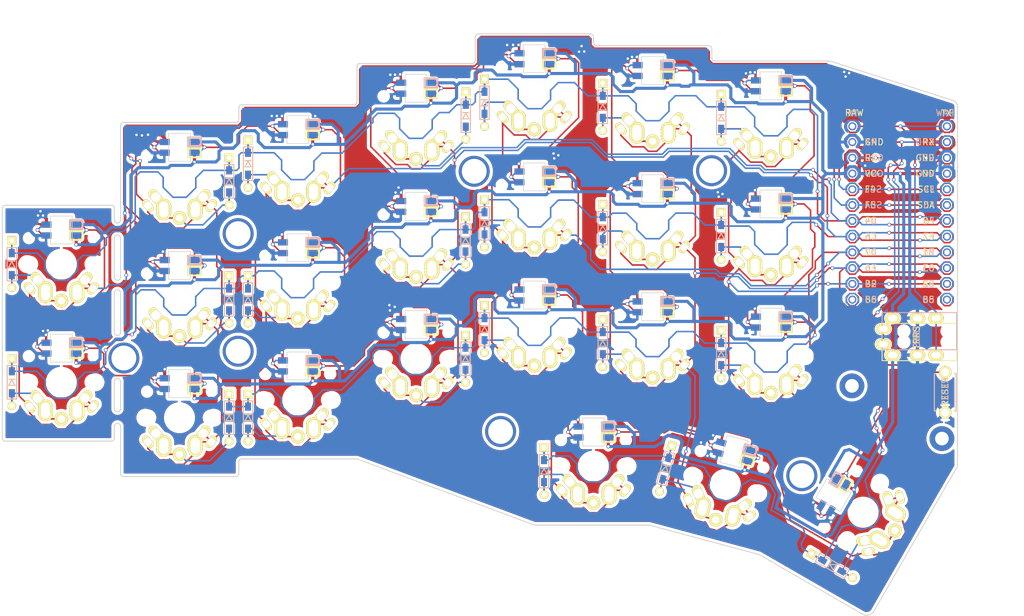
<source format=kicad_pcb>
(kicad_pcb (version 20211014) (generator pcbnew)
  (layers (0 "F.Cu" signal) (31 "B.Cu" signal) (34 "B.Paste" user) (35 "F.Paste" user) (36 "B.SilkS" user "B.Silkscreen") (37 "F.SilkS" user "F.Silkscreen") (38 "B.Mask" user) (39 "F.Mask" user) (44 "Edge.Cuts" user))
  (net 0 "")
  (net 1 "Row 0")
  (net 2 "Net-(D1-Pad2)")
  (net 3 "Row 1")
  (net 4 "Net-(D2-Pad2)")
  (net 5 "Net-(D3-Pad2)")
  (net 6 "Net-(D4-Pad2)")
  (net 7 "Row 2")
  (net 8 "Net-(D5-Pad2)")
  (net 9 "Net-(D6-Pad2)")
  (net 10 "Net-(D7-Pad2)")
  (net 11 "Net-(D8-Pad2)")
  (net 12 "Net-(D9-Pad2)")
  (net 13 "Net-(D10-Pad2)")
  (net 14 "Net-(D11-Pad2)")
  (net 15 "Net-(D12-Pad2)")
  (net 16 "Net-(D13-Pad2)")
  (net 17 "Net-(D14-Pad2)")
  (net 18 "Row 3")
  (net 19 "Net-(D15-Pad2)")
  (net 20 "Net-(D16-Pad2)")
  (net 21 "Net-(D17-Pad2)")
  (net 22 "Net-(D18-Pad2)")
  (net 23 "Net-(D19-Pad2)")
  (net 24 "Net-(D20-Pad2)")
  (net 25 "Net-(D21-Pad2)")
  (net 26 "Net-(D22-Pad2)")
  (net 27 "Net-(D23-Pad2)")
  (net 28 "unconnected-(J1-PadA)")
  (net 29 "Data")
  (net 30 "GND")
  (net 31 "VCC")
  (net 32 "LED")
  (net 33 "unconnected-(L1-Pad1)")
  (net 34 "Net-(L1-Pad3)")
  (net 35 "Net-(L2-Pad3)")
  (net 36 "Net-(L3-Pad1)")
  (net 37 "Net-(L3-Pad3)")
  (net 38 "Net-(L4-Pad1)")
  (net 39 "Net-(L6-Pad3)")
  (net 40 "Net-(L7-Pad3)")
  (net 41 "Net-(L11-Pad1)")
  (net 42 "Net-(L10-Pad3)")
  (net 43 "Net-(L12-Pad1)")
  (net 44 "Net-(L10-Pad1)")
  (net 45 "Net-(L12-Pad3)")
  (net 46 "Net-(L13-Pad3)")
  (net 47 "Net-(L14-Pad3)")
  (net 48 "Net-(L15-Pad3)")
  (net 49 "Net-(L16-Pad1)")
  (net 50 "Net-(L16-Pad3)")
  (net 51 "Net-(L17-Pad1)")
  (net 52 "Net-(L18-Pad1)")
  (net 53 "Net-(L20-Pad3)")
  (net 54 "Net-(L21-Pad3)")
  (net 55 "Net-(L22-Pad3)")
  (net 56 "Reset")
  (net 57 "Col 0")
  (net 58 "Col 1")
  (net 59 "Col 2")
  (net 60 "Col 3")
  (net 61 "Col 4")
  (net 62 "Col 5")
  (net 63 "Col 6")
  (net 64 "unconnected-(U1-Pad5)")
  (net 65 "unconnected-(U1-Pad6)")
  (net 66 "unconnected-(U1-Pad11)")
  (net 67 "unconnected-(U1-Pad12)")
  (net 68 "unconnected-(U1-Pad13)")
  (net 69 "unconnected-(U1-Pad24)")
  (net 70 "unconnected-(U2-Pad5)")
  (net 71 "unconnected-(U2-Pad6)")
  (net 72 "unconnected-(U2-Pad11)")
  (net 73 "unconnected-(U2-Pad12)")
  (net 74 "unconnected-(U2-Pad13)")
  (net 75 "unconnected-(U2-Pad24)")
  (footprint "kbd:MX_ALPS_PG1350_noLed" (layer "F.Cu") (at 189.729996 96.139996 180)
    (fp_text reference "SW22" hide)
    (fp_text value "SW_PUSH-kbd" hide)
  )
  (footprint "kbd:SK6812MINI_rev" (layer "F.Cu") (at 151.630003 48.170006)
    (fp_text reference "L12" hide)
    (fp_text value "SK6812MINI-kbd" hide)
  )
  (footprint "kbd:LEGO_HOLE" (layer "F.Cu") (at 217.300051 109.420003)
    (fp_text reference "H2" hide)
    (fp_text value "MountingHole")
  )
  (footprint "kbd:D3_TH_SMD" (layer "F.Cu") (at 140.550004 77.489994 -90)
    (fp_text reference "D10" hide)
    (fp_text value "1N4148" hide)
  )
  (footprint "kbd:SK6812MINI_rev" (layer "F.Cu") (at 189.730002 90.639996)
    (fp_text reference "L22" hide)
    (fp_text value "SK6812MINI-kbd" hide)
  )
  (footprint "kbd:M2_Hole_TH_Outside" (layer "F.Cu") (at 85.500003 96.429999)
    (fp_text reference "H8")
    (fp_text value "MountingHole")
  )
  (footprint "kbd:SK6812MINI_rev" (layer "F.Cu") (at 170.68 88.17)
    (fp_text reference "L18" hide)
    (fp_text value "SK6812MINI-kbd" hide)
  )
  (footprint "kbd:M2_Hole_TH_Outside" (layer "F.Cu") (at 103.920343 76.375504)
    (fp_text reference "H4")
    (fp_text value "MountingHole")
  )
  (footprint "kbd:LEGO_HOLE" (layer "F.Cu") (at 202.800051 100.920003)
    (fp_text reference "H1" hide)
    (fp_text value "MountingHole")
  )
  (footprint "kbd:D3_TH_SMD" (layer "F.Cu") (at 67.460334 100.337495 -90)
    (fp_text reference "D2" hide)
    (fp_text value "1N4148" hide)
  )
  (footprint "kbd:MX_ALPS_PG1350_noLed" (layer "F.Cu") (at 132.579999 58.429997 180)
    (fp_text reference "SW9" hide)
    (fp_text value "SW_PUSH-kbd" hide)
  )
  (footprint "kbd:SK6812MINI_rev" (layer "F.Cu") (at 132.575008 52.929995)
    (fp_text reference "L9" hide)
    (fp_text value "SK6812MINI-kbd" hide)
  )
  (footprint "kbd:MX_ALPS_PG1350_noLed" (layer "F.Cu") (at 113.520011 103.199997 180)
    (fp_text reference "SW8" hide)
    (fp_text value "SW_PUSH-kbd" hide)
  )
  (footprint "kbd:MX_ALPS_PG1350_noLed" (layer "F.Cu") (at 161.150007 113.859998 180)
    (fp_text reference "SW15" hide)
    (fp_text value "SW_PUSH-kbd" hide)
  )
  (footprint "kbd:MX_ALPS_PG1350_noLed" (layer "F.Cu") (at 151.630011 72.709996 180)
    (fp_text reference "SW13" hide)
    (fp_text value "SW_PUSH-kbd" hide)
  )
  (footprint "kbd:MX_ALPS_PG1350_noLed" (layer "F.Cu") (at 170.679996 74.619996 180)
    (fp_text reference "SW17" hide)
    (fp_text value "SW_PUSH-kbd" hide)
  )
  (footprint "kbd:D3_TH_SMD" (layer "F.Cu") (at 153.200345 114.665503 -90)
    (fp_text reference "D15" hide)
    (fp_text value "1N4148" hide)
  )
  (footprint "kbd:SK6812MINI_rev" (layer "F.Cu") (at 113.530014 59.599929)
    (fp_text reference "L6" hide)
    (fp_text value "SK6812MINI-kbd" hide)
  )
  (footprint "kbd:D3_TH_SMD" (layer "F.Cu") (at 140.549997 96.539991 -90)
    (fp_text reference "D11" hide)
    (fp_text value "1N4148" hide)
  )
  (footprint "kbd:MX_ALPS_PG1350_noLed" (layer "F.Cu") (at 151.630001 53.659999 180)
    (fp_text reference "SW12" hide)
    (fp_text value "SW_PUSH-kbd" hide)
  )
  (footprint "kbd:SK6812MINI_rev" (layer "F.Cu") (at 183.817084 111.508814 -15)
    (fp_text reference "L19" hide)
    (fp_text value "SK6812MINI-kbd" hide)
  )
  (footprint "kbd:D3_TH_SMD" (layer "F.Cu") (at 162.659994 75.494832 -90)
    (fp_text reference "D17" hide)
    (fp_text value "1N4148" hide)
  )
  (footprint "kbd:D3_TH_SMD" (layer "F.Cu") (at 102.46035 106.039994 -90)
    (fp_text reference "D5" hide)
    (fp_text value "1N4148" hide)
  )
  (footprint "kbd:M2_Hole_TH_Outside" (layer "F.Cu") (at 146.200341 108.2755)
    (fp_text reference "H3")
    (fp_text value "MountingHole")
  )
  (footprint "kbd:MX_ALPS_PG1350_noLed" (layer "F.Cu") (at 189.730002 58.04 180)
    (fp_text reference "SW20" hide)
    (fp_text value "SW_PUSH-kbd" hide)
  )
  (footprint "kbd:SK6812MINI_rev" (layer "F.Cu") (at 189.730005 52.539999)
    (fp_text reference "L20" hide)
    (fp_text value "SK6812MINI-kbd" hide)
  )
  (footprint "kbd:M2_Hole_TH_Outside" (layer "F.Cu") (at 194.730341 115.395501)
    (fp_text reference "H9")
    (fp_text value "MountingHole")
  )
  (footprint "kbd:D3_TH_SMD" (layer "F.Cu") (at 67.450333 81.289997 -90)
    (fp_text reference "D1" hide)
    (fp_text value "1N4148" hide)
  )
  (footprint "kbd:D3_TH_SMD" (layer "F.Cu") (at 143.610004 55.279998 -90)
    (fp_text reference "D12" hide)
    (fp_text value "1N4148" hide)
  )
  (footprint "kbd:M2_Hole_TH_Outside" (layer "F.Cu") (at 180.190341 66.225502)
    (fp_text reference "H5")
    (fp_text value "MountingHole")
  )
  (footprint "kbd:SK6812MINI_rev" (layer "F.Cu") (at 94.480008 100.559998)
    (fp_text reference "L5" hide)
    (fp_text value "SK6812MINI-kbd" hide)
  )
  (footprint "kbd:D3_TH_SMD" (layer "F.Cu") (at 105.510004 86.989997 -90)
    (fp_text reference "D7" hide)
    (fp_text value "1N4148" hide)
  )
  (footprint "kbd:D3_TH_SMD" (layer "F.Cu") (at 105.509996 106.040003 -90)
    (fp_text reference "D8" hide)
    (fp_text value "1N4148" hide)
  )
  (footprint "kbd:MX_ALPS_PG1350_noLed" (layer "F.Cu") (at 151.630007 91.760001 180)
    (fp_text reference "SW14" hide)
    (fp_text value "SW_PUSH-kbd" hide)
  )
  (footprint "kbd:MX_ALPS_PG1350_noLed" (layer "F.Cu") (at 94.470007 67.949997 180)
    (fp_text reference "SW3" hide)
    (fp_text value "SW_PUSH-kbd" hide)
  )
  (footprint "kbd:MX_ALPS_PG1350_noLed" (layer "F.Cu") (at 189.730003 77.1 180)
    (fp_text reference "SW21" hide)
    (fp_text value "SW_PUSH-kbd" hide)
  )
  (footprint "kbd:SK6812MINI_rev" (layer "F.Cu") (at 113.530001 78.650002)
    (fp_text reference "L7" hide)
    (fp_text value "SK6812MINI-kbd" hide)
  )
  (footprint "kbd:D3_TH_SMD" (layer "F.Cu") (at 181.740336 57.700503 -90)
    (fp_text reference "D20" hide)
    (fp_text value "1N4148" hide)
  )
  (footprint "kbd:SK6812MINI_rev" (layer "F.Cu") (at 75.430001 94.839995)
    (fp_text reference "L2" hide)
    (fp_text value "SK6812MINI-kbd" hide)
  )
  (footprint "kbd:SK6812MINI_rev" (layer "F.Cu") (at 94.480011 81.509994)
    (fp_text reference "L4" hide)
    (fp_text value "SK6812MINI-kbd" hide)
  )
  (footprint "kbd:D3_TH_SMD" (layer "F.Cu") (at 199.616254 129.929722 -30)
    (fp_text reference "D23" hide)
    (fp_text value "1N4148" hide)
  )
  (footprint "kbd:SK6812MINI_rev" (layer "F.Cu") (at 113.530004 97.699996)
    (fp_text reference "L8" hide)
    (fp_text value "SK6812MINI-kbd" hide)
  )
  (footprint "kbd:M2_Hole_TH_Outside" (layer "F.Cu") (at 141.950001 66.319998)
    (fp_text reference "H6")
    (fp_text value "MountingHole")
  )
  (footprint "kbd:SK6812MINI_rev" (layer "F.Cu") (at 161.150011 108.359993)
    (fp_text reference "L15" hide)
    (fp_text value "SK6812MINI-kbd" hide)
  )
  (footprint "kbd:ResetSW" (layer "F.Cu") (at 217.830343 101.965501 90)
    (fp_text reference "RSW1" hide)
    (fp_text value "SW_PUSH")
  )
  (footprint "kbd:D3_TH_SMD" (layer "F.Cu") (at 102.470336 67.945507 -90)
    (fp_text reference "D3" hide)
    (fp_text value "1N4148" hide)
  )
  (footprint "kbd:SK6812MINI_rev" (layer "F.Cu") (at 132.574999 91.029999)
    (fp_text reference "L11" hide)
    (fp_text value "SK6812MINI-kbd" hide)
  )
  (footprint "kbd:M2_Hole_TH_Outside" (layer "F.Cu") (at 103.920338 95.335506)
    (fp_text reference "H7")
    (fp_text value "MountingHole")
  )
  (footprint "kbd:SK6812MINI_rev" (layer "F.Cu") (at 75.430001 75.790001)
    (fp_text reference "L1" hide)
    (fp_text value "SK6812MINI-kbd" hide)
  )
  (footprint "kbd:MX_ALPS_PG1350_noLed" (layer "F.Cu") (at 75.429996 81.29 180)
    (fp_text reference "SW1" hide)
    (fp_text value "SW_PUSH-kbd" hide)
  )
  (footprint "kbd:ProMicro_Flipped_v2_A" (layer "F.Cu") (at 210.49 71.78)
    (fp_text reference "U1" hide)
    (fp_text value "ProMicro-kbd" hide)
  )
  (footprint "kbd:SK6812MINI_rev" (layer "F.Cu") (at 199.837019 118.541915 60)
    (fp_text reference "L23" hide)
    (fp_text value "SK6812MINI-kbd" hide)
  )
  (footprint "kbd:D3_TH_SMD" (layer "F.Cu") (at 140.590006 57.359999 -90)
    (fp_text reference "D9" hide)
    (fp_text value "1N4148" hide)
  )
  (footprint "kbd:MX_ALPS_PG1350_noLed" (layer "F.Cu") (at 170.679999 93.669996 180)
    (fp_text reference "SW18" hide)
    (fp_text value "SW_PUSH-kbd" hide)
  )
  (footprint "kbd:D3_TH_SMD" (layer "F.Cu") (at 143.609996 74.714994 -90)
    (fp_text reference "D13" hide)
    (fp_text value "1N4148" hide)
  )
  (footprint "kbd:SK6812MINI_rev" (layer "F.Cu") (at 132.575004 71.979997)
    (fp_text reference "L10" hide)
    (fp_text value "SK6812MINI-kbd" hide)
  )
  (footprint "kbd:D3_TH_SMD" (layer "F.Cu") (at 105.51 65.104498 -90)
    (fp_text reference "D6" hide)
    (fp_text value "1N4148" hide)
  )
  (footprint "kbd:MX_ALPS_PG1350_noLed" (layer "F.Cu") (at 75.43 100.339999 180)
    (fp_text reference "SW2" hide)
    (fp_text value "SW_PUSH-kbd" hide)
  )
  (footprint "kbd:SK6812MINI_rev" (layer "F.Cu") (at 151.630002 86.269996)
    (fp_text reference "L14" hide)
    (fp_text value "SK6812MINI-kbd" hide)
  )
  (footprint "kbd:MX_ALPS_PG1350_noLed" (layer "F.Cu") (at 113.530011 65.089992 180)
    (fp_text reference "SW6" hide)
    (fp_text value "SW_PUSH-kbd" hide)
  )
  (footprint "kbd:D3_TH_SMD" (layer "F.Cu") (at 102.460346 86.989994 -90)
    (fp_text reference "D4" hide)
    (fp_text value "1N4148" hide)
  )
  (footprint "kbd:MX_ALPS_PG1350_noLed" (layer "F.Cu") (at 132.580009 77.479997 180)
    (fp_text reference "SW10" hide)
    (fp_text value "SW_PUSH-kbd" hide)
  )
  (footprint "kbd:SK6812MINI_rev" (layer "F.Cu") (at 189.729999 71.589991)
    (fp_text reference "L21" hide)
    (fp_text value "SK6812MINI-kbd" hide)
  )
  (footprint "kbd:MX_ALPS_PG1350_noLed" (layer "F.Cu") (at 204.602505 121.293267 -120)
    (fp_text reference "SW23" hide)
    (fp_text value "SW_PUSH-kbd" hide)
  )
  (footprint "kbd:D3_TH_SMD" (layer "F.Cu") (at 143.61 91.774495 -90)
    (fp_text reference "D14" hide)
    (fp_text value "1N4148" hide)
  )
  (footprint "kbd:D3_TH_SMD" (layer "F.Cu") (at 181.740338 76.750503 -90)
    (fp_text reference "D21" hide)
    (fp_text value "1N4148" hide)
  )
  (footprint "kbd:MX_ALPS_PG1350_noLed" (layer "F.Cu") (at 94.470007 106.049996 180)
    (fp_text reference "SW5" hide)
    (fp_text value "SW_PUSH-kbd" hide)
  )
  (footprint "kbd:D3_TH_SMD" (layer "F.Cu") (at 162.660002 55.929995 -90)
    (fp_text reference "D16" hide)
    (fp_text value "1N4148" hide)
  )
  (footprint "kbd:D3_TH_SMD" (layer "F.Cu") (at 162.660001 94.029995 -90)
    (fp_text reference "D18" hide)
    (fp_text value "1N4148" hide)
  )
  (footprint "kbd:SK6812MINI_rev" (layer "F.Cu") (at 170.680002 69.119997)
    (fp_text reference "L17" hide)
    (fp_text value "SK6812MINI-kbd" hide)
  )
  (footprint "kbd:SK6812MINI_rev" (layer "F.Cu") (at 151.63001 67.22)
    (fp_text reference "L13" hide)
    (fp_text value "SK6812MINI-kbd" hide)
  )
  (footprint "kbd:MX_ALPS_PG1350_noLed" (layer "F.Cu") (at 132.580007 96.529999 180)
    (fp_text reference "SW11" hide)
    (fp_text value "SW_PUSH-kbd" hide)
  )
  (footprint "kbd:D3_TH_SMD" (layer "F.Cu") (at 172.789595 114.249629 -105)
    (fp_text reference "D19" hide)
    (fp_text value "1N4148" hide)
  )
  (footprint "kbd:MX_ALPS_PG1350_noLed" (layer "F.Cu") (at 170.679999 55.57 180)
    (fp_text reference "SW16" hide)
    (fp_text value "SW_PUSH-kbd" hide)
  )
  (footprint "kbd:MJ-4PP-9" (layer "F.Cu") (at 219.660732 93.850586 -90)
    (fp_text reference "J1")
    (fp_text value "MJ-4PP-9-kbd" hide)
  )
  (footprint "kbd:MX_ALPS_PG1350_noLed" (layer "F.Cu") (at 113.520002 84.150001 180)
    (fp_text reference "SW7" hide)
    (fp_text value "SW_PUSH-kbd" hide)
  )
  (footprint "kbd:SK6812MINI_rev" (layer "F.Cu") (at 170.680004 50.069996)
    (fp_text reference "L16" hide)
    (fp_text value "SK6812MINI-kbd" hide)
  )
  (footprint "kbd:D3_TH_SMD" (layer "F.Cu") (at 181.740337 95.800503 -90)
    (fp_text reference "D22" hide)
    (fp_text value "1N4148" hide)
  )
  (footprint "kbd:MX_ALPS_PG1350_noLed" (layer "F.Cu") (at 94.469994 86.999994 180)
    (fp_text reference "SW4" hide)
    (fp_text value "SW_PUSH-kbd" hide)
  )
  (footprint "kbd:SK6812MINI_rev" (layer "F.Cu") (at 94.479999 62.459994)
    (fp_text reference "L3" hide)
    (fp_text value "SK6812MINI-kbd" hide)
  )
  (footprint "kbd:MX_ALPS_PG1350_noLed" (layer "F.Cu") (at 182.393177 116.822911 165)
    (fp_text reference "SW19" hide)
    (fp_text value "SW_PUSH-kbd" hide)
  )
  (footprint "kbd:ProMicro_Flipped_v2_B" (layer "B.Cu") (at 210.49 71.78 180)
    (fp_text reference "U2" hide)
    (fp_text value "ProMicro-kbd" hide)
  )
  (gr_line (start 84.97501 104.6) (end 84.975009 100.225) (layer "Edge.Cuts") (width 0.15))
  (gr_line (start 84.97501 83.41) (end 84.975009 77.08) (layer "Edge.Cuts") (width 0.15))
  (gr_arc (start 83.97501 107.46) (mid 84.47501 106.96) (end 84.97501 107.46) (layer "Edge.Cuts") (width 0.15))
  (gr_arc (start 180.725004 48.544997) (mid 180.371455 48.398547) (end 180.225005 48.044997) (layer "Edge.Cuts") (width 0.15))
  (gr_arc (start 104.025006 57.947503) (mid 103.878542 58.301033) (end 103.525011 58.447493) (layer "Edge.Cuts") (width 0.15))
  (gr_poly (pts (xy 149.880006 45.920003) (xy 153.380003 45.919998) (xy 153.380003 50.42) (xy 149.880006 50.420003)) (layer "Edge.Cuts") (width 0.1) (fill none))
  (gr_line (start 218.677934 115.82338) (end 219.63001 114.229998) (layer "Edge.Cuts") (width 0.15))
  (gr_poly (pts (xy 130.825003 69.729997) (xy 134.325005 69.729998) (xy 134.325001 74.229997) (xy 130.825007 74.23)) (layer "Edge.Cuts") (width 0.1) (fill none))
  (gr_line (start 161.675007 46.064995) (end 179.725006 46.065) (layer "Edge.Cuts") (width 0.15))
  (gr_arc (start 84.97501 83.41) (mid 84.47501 83.91) (end 83.97501 83.41) (layer "Edge.Cuts") (width 0.15))
  (gr_line (start 123.074996 55.094996) (end 123.075005 49.425) (layer "Edge.Cuts") (width 0.15))
  (gr_line (start 65.925006 72.287494) (end 65.925005 109.337501) (layer "Edge.Cuts") (width 0.15))
  (gr_poly (pts (xy 73.680003 92.590001) (xy 77.180008 92.589999) (xy 77.180006 97.09) (xy 73.680007 97.089996)) (layer "Edge.Cuts") (width 0.1) (fill none))
  (gr_arc (start 161.675007 46.064995) (mid 161.321454 45.91855) (end 161.175006 45.564998) (layer "Edge.Cuts") (width 0.15))
  (gr_line (start 142.624999 44.164995) (end 160.675005 44.164994) (layer "Edge.Cuts") (width 0.15))
  (gr_arc (start 219.800051 113.670003) (mid 219.754881 113.962101) (end 219.63001 114.229998) (layer "Edge.Cuts") (width 0.15))
  (gr_arc (start 83.975009 77.08) (mid 84.475009 76.58) (end 84.975009 77.08) (layer "Edge.Cuts") (width 0.15))
  (gr_line (start 204.397184 137.659337) (end 188.060006 128.230001) (layer "Edge.Cuts") (width 0.15))
  (gr_arc (start 104.024999 113.197501) (mid 104.171448 112.843943) (end 104.525009 112.697501) (layer "Edge.Cuts") (width 0.15))
  (gr_poly (pts (xy 168.929999 47.820002) (xy 172.430004 47.820001) (xy 172.430005 52.319998) (xy 168.930003 52.320001)) (layer "Edge.Cuts") (width 0.1) (fill none))
  (gr_arc (start 66.425002 109.837496) (mid 66.071452 109.69105) (end 65.925005 109.337501) (layer "Edge.Cuts") (width 0.15))
  (gr_arc (start 85.475004 115.547496) (mid 85.121455 115.401049) (end 84.975008 115.0475) (layer "Edge.Cuts") (width 0.15))
  (gr_line (start 170.010003 123.359999) (end 151.820005 123.360003) (layer "Edge.Cuts") (width 0.15))
  (gr_line (start 66.425008 71.787493) (end 83.475015 71.787496) (layer "Edge.Cuts") (width 0.15))
  (gr_arc (start 83.975008 109.337484) (mid 83.828561 109.691043) (end 83.475002 109.83749) (layer "Edge.Cuts") (width 0.15))
  (gr_arc (start 151.820005 123.360003) (mid 151.607513 123.337131) (end 151.404712 123.269691) (layer "Edge.Cuts") (width 0.15))
  (gr_line (start 85.475007 58.447497) (end 103.525011 58.447493) (layer "Edge.Cuts") (width 0.15))
  (gr_arc (start 84.975022 74.164988) (mid 84.475022 74.664984) (end 83.975023 74.164986) (layer "Edge.Cuts") (width 0.15))
  (gr_poly (pts (xy 73.680006 73.539994) (xy 77.180005 73.539998) (xy 77.180011 78.039998) (xy 73.680013 78.040003)) (layer "Edge.Cuts") (width 0.1) (fill none))
  (gr_arc (start 142.124996 44.664997) (mid 142.271446 44.311444) (end 142.624999 44.164995) (layer "Edge.Cuts") (width 0.15))
  (gr_poly (pts (xy 111.78001 57.349922) (xy 115.280003 57.349934) (xy 115.280009 61.84993) (xy 111.78001 61.849926)) (layer "Edge.Cuts") (width 0.1) (fill none))
  (gr_arc (start 160.675005 44.164994) (mid 161.028561 44.311441) (end 161.175009 44.664997) (layer "Edge.Cuts") (width 0.15))
  (gr_poly (pts (xy 92.729999 60.209998) (xy 96.230006 60.209995) (xy 96.230003 64.71) (xy 92.73 64.709999)) (layer "Edge.Cuts") (width 0.1) (fill none))
  (gr_arc (start 83.475015 71.787496) (mid 83.828574 71.933944) (end 83.975021 72.287503) (layer "Edge.Cuts") (width 0.15))
  (gr_arc (start 83.975009 100.225) (mid 84.475009 99.725) (end 84.975009 100.225) (layer "Edge.Cuts") (width 0.15))
  (gr_arc (start 187.680002 128.070002) (mid 187.877882 128.13129) (end 188.060006 128.230001) (layer "Edge.Cuts") (width 0.15))
  (gr_arc (start 206.325204 137.279848) (mid 205.440007 137.870006) (end 204.397184 137.659337) (layer "Edge.Cuts") (width 0.15))
  (gr_line (start 151.404712 123.269691) (end 123.075002 112.697502) (layer "Edge.Cuts") (width 0.15))
  (gr_line (start 180.725004 48.544997) (end 199.120004 48.549954) (layer "Edge.Cuts") (width 0.15))
  (gr_arc (start 199.120004 48.549954) (mid 199.307895 48.562163) (end 199.490003 48.610002) (layer "Edge.Cuts") (width 0.15))
  (gr_line (start 180.225004 46.565) (end 180.225005 48.044997) (layer "Edge.Cuts") (width 0.15))
  (gr_line (start 104.525 55.594996) (end 122.575005 55.594998) (layer "Edge.Cuts") (width 0.15))
  (gr_poly (pts (xy 130.825011 50.679996) (xy 134.325001 50.679994) (xy 134.325003 55.18) (xy 130.825006 55.179998)) (layer "Edge.Cuts") (width 0.1) (fill none))
  (gr_arc (start 142.125009 48.425001) (mid 141.978564 48.778557) (end 141.625006 48.924999) (layer "Edge.Cuts") (width 0.15))
  (gr_poly (pts (xy 149.880006 64.969998) (xy 153.380007 64.970001) (xy 153.380004 69.47) (xy 149.880005 69.469993)) (layer "Edge.Cuts") (width 0.1) (fill none))
  (gr_poly (pts (xy 187.980004 88.390003) (xy 191.480006 88.389999) (xy 191.480001 92.889994) (xy 187.980005 92.89)) (layer "Edge.Cuts") (width 0.1) (fill none))
  (gr_line (start 85.475004 115.547496) (end 103.525006 115.547497) (layer "Edge.Cuts") (width 0.15))
  (gr_arc (start 84.97501 104.6) (mid 84.47501 105.1) (end 83.97501 104.6) (layer "Edge.Cuts") (width 0.15))
  (gr_poly (pts (xy 168.930005 85.920002) (xy 172.430002 85.919993) (xy 172.430011 90.419998) (xy 168.929999 90.419996)) (layer "Edge.Cuts") (width 0.1) (fill none))
  (gr_line (start 83.97501 107.46) (end 83.975008 109.337484) (layer "Edge.Cuts") (width 0.15))
  (gr_line (start 84.975008 115.0475) (end 84.97501 107.46) (layer "Edge.Cuts") (width 0.15))
  (gr_line (start 199.490003 48.610002) (end 219.050004 54.900001) (layer "Edge.Cuts") (width 0.15))
  (gr_poly (pts (xy 197.013467 118.932457) (xy 198.763464 115.901369) (xy 202.660582 118.15137) (xy 200.910572 121.182458)) (layer "Edge.Cuts") (width 0.1) (fill none))
  (gr_arc (start 123.075005 49.425) (mid 123.221447 49.071443) (end 123.575003 48.924999) (layer "Edge.Cuts") (width 0.15))
  (gr_arc (start 123.074996 55.094996) (mid 122.928552 55.448546) (end 122.575005 55.594998) (layer "Edge.Cuts") (width 0.15))
  (gr_line (start 83.975009 100.225) (end 83.97501 104.6) (layer "Edge.Cuts") (width 0.15))
  (gr_line (start 83.975009 85.93) (end 83.97501 92.285) (layer "Edge.Cuts") (width 0.15))
  (gr_poly (pts (xy 92.73 98.309993) (xy 96.230006 98.310004) (xy 96.230007 102.81) (xy 92.730005 102.810001)) (layer "Edge.Cuts") (width 0.1) (fill none))
  (gr_poly (pts (xy 111.780011 76.399926) (xy 115.280008 76.399922) (xy 115.279998 80.899926) (xy 111.780005 80.89992)) (layer "Edge.Cuts") (width 0.1) (fill none))
  (gr_arc (start 219.050004 54.900001) (mid 219.590304 55.250871) (end 219.80005 55.860002) (layer "Edge.Cuts") (width 0.15))
  (gr_poly (pts (xy 168.930006 66.870003) (xy 172.429999 66.869998) (xy 172.430004 71.369995) (xy 168.930003 71.369994)) (layer "Edge.Cuts") (width 0.1) (fill none))
  (gr_line (start 83.975021 72.287503) (end 83.975023 74.164986) (layer "Edge.Cuts") (width 0.15))
  (gr_line (start 84.97501 92.285) (end 84.975009 85.93) (layer "Edge.Cuts") (width 0.15))
  (gr_line (start 104.525009 112.697501) (end 123.075002 112.697502) (layer "Edge.Cuts") (width 0.15))
  (gr_arc (start 65.925006 72.287494) (mid 66.071441 71.933927) (end 66.425008 71.787493) (layer "Edge.Cuts") (width 0.15))
  (gr_line (start 104.025002 115.047498) (end 104.024999 113.197501) (layer "Edge.Cuts") (width 0.15))
  (gr_poly (pts (xy 187.979999 50.289996) (xy 191.480004 50.289999) (xy 191.480007 54.789998) (xy 187.980002 54.79)) (layer "Edge.Cuts") (width 0.1) (fill none))
  (gr_poly (pts (xy 159.400007 106.109994) (xy 162.900002 106.109994) (xy 162.900003 110.609999) (xy 159.400002 110.610002)) (layer "Edge.Cuts") (width 0.1) (fill none))
  (gr_arc (start 83.975009 85.93) (mid 84.475009 85.43) (end 84.975009 85.93) (layer "Edge.Cuts") (width 0.15))
  (gr_poly (pts (xy 92.730005 79.259996) (xy 96.230001 79.259994) (xy 96.23001 83.760001) (xy 92.730006 83.759992)) (layer "Edge.Cuts") (width 0.1) (fill none))
  (gr_arc (start 179.725006 46.065) (mid 180.078555 46.211451) (end 180.225004 46.565) (layer "Edge.Cuts") (width 0.15))
  (gr_line (start 104.025006 57.947503) (end 104.025002 56.094998) (layer "Edge.Cuts") (width 0.15))
  (gr_poly (pts (xy 111.780007 95.449927) (xy 115.280002 95.449922) (xy 115.280007 99.949931) (xy 111.780006 99.949929)) (layer "Edge.Cuts") (width 0.1) (fill none))
  (gr_line (start 187.680002 128.070002) (end 170.300005 123.409999) (layer "Edge.Cuts") (width 0.15))
  (gr_line (start 142.125009 48.425001) (end 142.124996 44.664997) (layer "Edge.Cuts") (width 0.15))
  (gr_line (start 123.575003 48.924999) (end 141.625006 48.924999) (layer "Edge.Cuts") (width 0.15))
  (gr_line (start 83.975009 77.08) (end 83.97501 83.41) (layer "Edge.Cuts") (width 0.15))
  (gr_poly (pts (xy 130.825003 88.779999) (xy 134.325008 88.779996) (xy 134.325009 93.280001) (xy 130.825 93.279995)) (layer "Edge.Cuts") (width 0.1) (fill none))
  (gr_arc (start 170.010003 123.359999) (mid 170.156869 123.374183) (end 170.300005 123.409999) (layer "Edge.Cuts") (width 0.15))
  (gr_line (start 206.325204 137.279848) (end 218.677934 115.82338) (layer "Edge.Cuts") (width 0.15))
  (gr_poly (pts (xy 182.709061 108.882547) (xy 186.089793 109.78842) (xy 184.925113 114.135083) (xy 181.544378 113.229216)) (layer "Edge.Cuts") (width 0.1) (fill none))
  (gr_arc (start 84.974996 58.947497) (mid 85.121442 58.593935) (end 85.475007 58.447497) (layer "Edge.Cuts") (width 0.15))
  (gr_line (start 161.175009 44.664997) (end 161.175006 45.564998) (layer "Edge.Cuts") (width 0.15))
  (gr_arc (start 84.97501 92.285) (mid 84.47501 92.785) (end 83.97501 92.285) (layer "Edge.Cuts") (width 0.15))
  (gr_poly (pts (xy 187.980004 69.34) (xy 191.480007 69.340001) (xy 191.480003 73.840001) (xy 187.980005 73.84)) (layer "Edge.Cuts") (width 0.1) (fill none))
  (gr_poly (pts (xy 149.880005 84.020003) (xy 153.380009 84.019995) (xy 153.380007 88.519997) (xy 149.880006 88.519991)) (layer "Edge.Cuts") (width 0.1) (fill none))
  (gr_line (start 219.800051 113.670003) (end 219.80005 55.860002) (layer "Edge.Cuts") (width 0.15))
  (gr_line (start 66.425002 109.837496) (end 83.475002 109.83749) (layer "Edge.Cuts") (width 0.15))
  (gr_arc (start 104.025002 115.047498) (mid 103.878558 115.401051) (end 103.525006 115.547497) (layer "Edge.Cuts") (width 0.15))
  (gr_arc (start 104.025002 56.094998) (mid 104.171449 55.741446) (end 104.525 55.594996) (layer "Edge.Cuts") (width 0.15))
  (gr_line (start 84.975022 74.164988) (end 84.974996 58.947497) (layer "Edge.Cuts") (width 0.15))
  (segment (start 143.610008 51.469996) (end 143.610003 53.504996) (width 0.25) (layer "F.Cu") (net 1))
  (segment (start 198.420007 74.31) (end 201.895002 74.310002) (width 0.25) (layer "F.Cu") (net 1))
  (segment (start 203.273661 75.284512) (end 203.845006 74.713165) (width 0.25) (layer "F.Cu") (net 1))
  (segment (start 102.470342 64.1355) (end 102.470337 66.170498) (width 0.25) (layer "F.Cu") (net 1))
  (segment (start 105.510004 61.294496) (end 105.509999 63.329497) (width 0.25) (layer "F.Cu") (net 1))
  (segment (start 67.450336 77.480003) (end 67.450333 79.515) (width 0.25) (layer "F.Cu") (net 1))
  (segment (start 203.845006 74.713165) (end 203.845008 74.309998) (width 0.25) (layer "F.Cu") (net 1))
  (segment (start 197.260504 73.150496) (end 198.420007 74.31) (width 0.25) (layer "F.Cu") (net 1))
  (segment (start 181.740336 53.8905) (end 181.740335 55.925503) (width 0.25) (layer "F.Cu") (net 1))
  (segment (start 203.845008 74.309998) (end 204.49501 73.659999) (width 0.25) (layer "F.Cu") (net 1))
  (segment (start 162.659999 52.12) (end 162.660006 54.154996) (width 0.25) (layer "F.Cu") (net 1))
  (segment (start 204.49501 73.659999) (end 213.770009 73.659997) (width 0.25) (layer "F.Cu") (net 1))
  (segment (start 201.895005 74.71317) (end 202.466344 75.284508) (width 0.25) (layer "F.Cu") (net 1))
  (segment (start 140.590007 53.55) (end 140.590005 55.584999) (width 0.25) (layer "F.Cu") (net 1))
  (segment (start 197.260502 69.544422) (end 197.260504 73.150496) (width 0.25) (layer "F.Cu") (net 1))
  (segment (start 201.895002 74.310002) (end 201.895005 74.71317) (width 0.25) (layer "F.Cu") (net 1))
  (segment (start 202.466344 75.284508) (end 203.273661 75.284512) (width 0.25) (layer "F.Cu") (net 1))
  (via (at 197.260502 69.544422) (size 0.6) (drill 0.4) (layers "F.Cu" "B.Cu") (net 1))
  (via (at 213.770009 73.659997) (size 0.6) (drill 0.4) (layers "F.Cu" "B.Cu") (net 1))
  (segment (start 104.410509 63.329491) (end 104.050001 63.69) (width 0.25) (layer "B.Cu") (net 1))
  (segment (start 136.330005 56.849993) (end 137.890005 56.849999) (width 0.25) (layer "B.Cu") (net 1))
  (segment (start 129.090003 56.969999) (end 129.930002 57.809999) (width 0.25) (layer "B.Cu") (net 1))
  (segment (start 154.250007 53.260001) (end 155.490001 52.019999) (width 0.25) (layer "B.Cu") (net 1))
  (segment (start 102.470342 64.1355) (end 102.470337 66.170498) (width 0.25) (layer "B.Cu") (net 1))
  (segment (start 95.560005 70.510002) (end 93.430003 70.510003) (width 0.25) (layer "B.Cu") (net 1))
  (segment (start 154.250006 54.759999) (end 154.250007 53.260001) (width 0.25) (layer "B.Cu") (net 1))
  (segment (start 192.340004 59.130006) (end 192.34 57.36) (width 0.25) (layer "B.Cu") (net 1))
  (segment (start 105.509999 63.329497) (end 104.410509 63.329491) (width 0.25) (layer "B.Cu") (net 1))
  (segment (start 216.485002 73.659995) (end 217.135006 74.310001) (width 0.25) (layer "B.Cu") (net 1))
  (segment (start 78.070009 82.29) (end 78.070004 80.699995) (width 0.25) (layer "B.Cu") (net 1))
  (segment (start 168.040009 55.429998) (end 168.040002 56.61) (width 0.25) (layer "B.Cu") (net 1))
  (segment (start 126.420004 56.970002) (end 129.090003 56.969999) (width 0.25) (layer "B.Cu") (net 1))
  (segment (start 83.76548 76.03452) (end 82.7 77.1) (width 0.25) (layer "B.Cu") (net 1))
  (segment (start 67.450333 79.515) (end 71.565005 79.515) (width 0.25) (layer "B.Cu") (net 1))
  (segment (start 150.560002 56.23) (end 152.780009 56.230008) (width 0.25) (layer "B.Cu") (net 1))
  (segment (start 82.7 78.15) (end 80.95 79.9) (width 0.25) (layer "B.Cu") (net 1))
  (segment (start 141.665004 55.584996) (end 140.590005 55.584999) (width 0.25) (layer "B.Cu") (net 1))
  (segment (start 142.130007 55.119999) (end 141.665004 55.584996) (width 0.25) (layer "B.Cu") (net 1))
  (segment (start 110.920007 64.540002) (end 110.920001 66.12) (width 0.25) (layer "B.Cu") (net 1))
  (segment (start 112.460001 67.660003) (end 114.620007 67.660004) (width 0.25) (layer "B.Cu") (net 1))
  (segment (start 188.609999 60.599998) (end 190.870002 60.600002) (width 0.25) (layer "B.Cu") (net 1))
  (segment (start 98.319503 66.170502) (end 97.1 67.389999) (width 0.25) (layer "B.Cu") (net 1))
  (segment (start 174.370002 54.130001) (end 177.650004 54.130003) (width 0.25) (layer "B.Cu") (net 1))
  (segment (start 140.590007 53.55) (end 140.590005 55.584999) (width 0.25) (layer "B.Cu") (net 1))
  (segment (start 105.510004 61.294496) (end 105.509999 63.329497) (width 0.25) (layer "B.Cu") (net 1))
  (segment (start 97.1 67.389999) (end 97.100003 68.97) (width 0.25) (layer "B.Cu") (net 1))
  (segment (start 158.090003 52.019998) (end 160.225002 54.154997) (width 0.25) (layer "B.Cu") (net 1))
  (segment (start 187.130005 59.119998) (end 188.609999 60.599998) (width 0.25) (layer "B.Cu") (net 1))
  (segment (start 91.840002 67.28) (end 90.980008 66.420002) (width 0.25) (layer "B.Cu") (net 1))
  (segment (start 218.513661 73.335491) (end 219.085004 73.906831) (width 0.25) (layer "B.Cu") (net 1))
  (segment (start 72.820004 82.299997) (end 74.41 83.890001) (width 0.25) (layer "B.Cu") (net 1))
  (segment (start 171.800007 58.160002) (end 173.330003 56.63) (width 0.25) (layer "B.Cu") (net 1))
  (segment (start 78.869999 79.9) (end 80.95 79.9) (width 0.25) (layer "B.Cu") (net 1))
  (segment (start 177.650004 54.130003) (end 179.445508 55.925499) (width 0.25) (layer "B.Cu") (net 1))
  (segment (start 102.470337 66.170498) (end 98.319503 66.170502) (width 0.25) (layer "B.Cu") (net 1))
  (segment (start 116.120003 64.670002) (end 117.410007 63.380002) (width 0.25) (layer "B.Cu") (net 1))
  (segment (start 160.225002 54.154997) (end 162.660006 54.154996) (width 0.25) (layer "B.Cu") (net 1))
  (segment (start 137.890005 56.849999) (end 139.155005 55.585001) (width 0.25) (layer "B.Cu") (net 1))
  (segment (start 133.619999 61.010002) (end 135.180003 59.450001) (width 0.25) (layer "B.Cu") (net 1))
  (segment (start 104.050001 63.69) (end 104.050008 65.800002) (width 0.25) (layer "B.Cu") (net 1))
  (segment (start 152.780009 56.230008) (end 154.250006 54.759999) (width 0.25) (layer "B.Cu") (net 1))
  (segment (start 196.234748 56.339998) (end 197.260502 57.365756) (width 0.25) (layer "B.Cu") (net 1))
  (segment (start 155.490001 52.019999) (end 158.090003 52.019998) (width 0.25) (layer "B.Cu") (net 1))
  (segment (start 117.410007 63.380002) (end 120.660005 63.380001) (width 0.25) (layer "B.Cu") (net 1))
  (segment (start 213.770009 73.659997) (end 216.485002 73.659995) (width 0.25) (layer "B.Cu") (net 1))
  (segment (start 181.740335 55.925503) (end 185.5155 55.925499) (width 0.25) (layer "B.Cu") (net 1))
  (segment (start 139.155005 55.585001) (end 140.590005 55.584999) (width 0.25) (layer "B.Cu") (net 1))
  (segment (start 120.660005 63.380001) (end 125.630002 58.410003) (width 0.25) (layer "B.Cu") (net 1))
  (segment (start 97.100003 68.97) (end 95.560005 70.510002) (width 0.25) (layer "B.Cu") (net 1))
  (segment (start 197.260502 57.365756) (end 197.260502 69.544422) (width 0.25) (layer "B.Cu") (net 1))
  (segment (start 143.610008 51.469996) (end 147.409995 51.469998) (width 0.25) (layer "B.Cu") (net 1))
  (segment (start 78.070004 80.699995) (end 78.869999 79.9) (width 0.25) (layer "B.Cu") (net 1))
  (segment (start 125.630009 57.759998) (end 126.420004 56.970002) (width 0.25) (layer "B.Cu") (net 1))
  (segment (start 143.610003 53.504996) (end 142.565005 53.505001) (width 0.25) (layer "B.Cu") (net 1))
  (segment (start 104.050008 65.800002) (end 103.679499 66.170503) (width 0.25) (layer "B.Cu") (net 1))
  (segment (start 142.130001 53.939996) (end 142.130007 55.119999) (width 0.25) (layer "B.Cu") (net 1))
  (segment (start 181.740336 53.8905) (end 181.740335 55.925503) (width 0.25) (layer "B.Cu") (net 1))
  (segment (start 173.330006 55.169999) (end 174.370002 54.130001) (width 0.25) (layer "B.Cu") (net 1))
  (segment (start 110.920001 66.12) (end 112.460001 67.660003) (width 0.25) (layer "B.Cu") (net 1))
  (segment (start 67.450336 77.480003) (end 67.450333 79.515) (width 0.25) (layer "B.Cu") (net 1))
  (segment (start 116.120005 66.16) (end 116.120003 64.670002) (width 0.25) (layer "B.Cu") (net 1))
  (segment (start 219.085004 73.906831) (end 219.085004 74.310001) (width 0.25) (layer "B.Cu") (net 1))
  (segment (start 168.040002 56.61) (end 169.590005 58.16) (width 0.25) (layer "B.Cu") (net 1))
  (segment (start 147.409995 51.469998) (end 149.030003 53.089998) (width 0.25) (layer "B.Cu") (net 1))
  (segment (start 93.430003 70.510003) (end 91.840008 68.920002) (width 0.25) (layer "B.Cu") (net 1))
  (segment (start 135.180003 57.999997) (end 136.295001 56.885003) (width 0.25) (layer "B.Cu") (net 1))
  (segment (start 193.36 56.339999) (end 196.234748 56.339998) (width 0.25) (layer "B.Cu") (net 1))
  (segment (start 143.610003 53.504996) (end 143.610008 51.469996) (width 0.25) (layer "B.Cu") (net 1))
  (segment (start 162.660006 54.154996) (end 166.764999 54.155) (width 0.25) (layer "B.Cu") (net 1))
  (segment (start 82.7 77.1) (end 82.7 78.15) (width 0.25) (layer "B.Cu") (net 1))
  (segment (start 91.840008 68.920002) (end 91.840002 67.28) (width 0.25) (layer "B.Cu") (net 1))
  (segment (start 88.140003 66.420001) (end 87.340003 67.220002) (width 0.25) (layer "B.Cu") (net 1))
  (segment (start 166.764999 54.155) (end 168.040009 55.429998) (width 0.25) (layer "B.Cu") (net 1))
  (segment (start 114.620007 67.660004) (end 116.120005 66.16) (width 0.25) (layer "B.Cu") (net 1))
  (segment (start 142.565005 53.505001) (end 142.130001 53.939996) (width 0.25) (layer "B.Cu") (net 1))
  (segment (start 103.679499 66.170503) (end 102.470337 66.170498) (width 0.25) (layer "B.Cu") (net 1))
  (segment (start 87.340003 67.220002) (end 87.340003 74.043913) (width 0.25) (layer "B.Cu") (net 1))
  (segment (start 129.930005 59.470001) (end 131.470002 61.010004) (width 0.25) (layer "B.Cu") (net 1))
  (segment (start 72.820003 80.77) (end 72.820004 82.299997) (width 0.25) (layer "B.Cu") (net 1))
  (segment (start 217.135009 73.906831) (end 217.706349 73.33549) (width 0.25) (layer "B.Cu") (net 1))
  (segment (start 90.980008 66.420002) (end 88.140003 66.420001) (width 0.25) (layer "B.Cu") (net 1))
  (segment (start 74.41 83.890001) (end 76.470006 83.889998) (width 0.25) (layer "B.Cu") (net 1))
  (segment (start 217.706349 73.33549) (end 218.513661 73.335491) (width 0.25) (layer "B.Cu") (net 1))
  (segment (start 162.659999 52.12) (end 162.660006 54.154996) (width 0.25) (layer "B.Cu") (net 1))
  (segment (start 190.870002 60.600002) (end 192.340004 59.130006) (width 0.25) (layer "B.Cu") (net 1))
  (segment (start 71.565005 79.515) (end 72.820003 80.77) (width 0.25) (layer "B.Cu") (net 1))
  (segment (start 131.470002 61.010004) (end 133.619999 61.010002) (width 0.25) (layer "B.Cu") (net 1))
  (segment (start 179.445508 55.925499) (end 181.740335 55.925503) (width 0.25) (layer "B.Cu") (net 1))
  (segment (start 87.340003 74.043913) (end 85.349396 76.03452) (width 0.25) (layer "B.Cu") (net 1))
  (segment (start 192.34 57.36) (end 193.36 56.339999) (width 0.25) (layer "B.Cu") (net 1))
  (segment (start 187.130008 57.540003) (end 187.130005 59.119998) (width 0.25) (layer "B.Cu") (net 1))
  (segment (start 173.330003 56.63) (end 173.330006 55.169999) (width 0.25) (layer "B.Cu") (net 1))
  (segment (start 136.295001 56.885003) (end 136.330005 56.849993) (width 0.25) (layer "B.Cu") (net 1))
  (segment (start 76.470006 83.889998) (end 78.070009 82.29) (width 0.25) (layer "B.Cu") (net 1))
  (segment (start 217.135006 74.310001) (end 217.135009 73.906831) (width 0.25) (layer "B.Cu") (net 1))
  (segment (start 149.030003 53.089998) (end 149.030009 54.699997) (width 0.25) (layer "B.Cu") (net 1))
  (segment (start 185.5155 55.925499) (end 187.130008 57.540003) (width 0.25) (layer "B.Cu") (net 1))
  (segment (start 125.630002 58.410003) (end 125.630009 57.759998) (width 0.25) (layer "B.Cu") (net 1))
  (segment (start 129.930002 57.809999) (end 129.930005 59.470001) (width 0.25) (layer "B.Cu") (net 1))
  (segment (start 149.030009 54.699997) (end 150.560002 56.23) (width 0.25) (layer "B.Cu") (net 1))
  (segment (start 109.709499 63.329495) (end 110.920007 64.540002) (width 0.25) (layer "B.Cu") (net 1))
  (segment (start 135.180003 59.450001) (end 135.180003 57.999997) (width 0.25) (layer "B.Cu") (net 1))
  (segment (start 85.349396 76.03452) (end 83.76548 76.03452) (width 0.25) (layer "B.Cu") (net 1))
  (segment (start 105.509999 63.329497) (end 109.709499 63.329495) (width 0.25) (layer "B.Cu") (net 1))
  (segment (start 169.590005 58.16) (end 171.800007 58.160002) (width 0.25) (layer "B.Cu") (net 1))
  (segment (start 73.710003 87.189998) (end 72.889997 86.370006) (width 0.25) (layer "F.Cu") (net 2))
  (segment (start 75.43 87.189993) (end 73.710003 87.189998) (width 0.25) (layer "F.Cu") (net 2))
  (segment (start 67.450339 83.064999) (end 67.450338 85.100003) (width 0.25) (layer "F.Cu") (net 2))
  (segment (start 70.854994 83.064999) (end 71.619996 83.83) (width 0.25) (layer "B.Cu") (net 2))
  (segment (start 67.450339 83.064999) (end 67.450338 85.100003) (width 0.25) (layer "B.Cu") (net 2))
  (segment (start 67.450339 83.064999) (end 70.854994 83.064999) (width 0.25) (layer "B.Cu") (net 2))
  (segment (start 197.051527 74.922897) (end 198.978627 76.849999) (width 0.25) (layer "F.Cu") (net 3))
  (segment (start 204.425004 77.430002) (end 213.770004 77.430002) (width 0.25) (layer "F.Cu") (net 3))
  (segment (start 143.609998 70.904995) (end 143.609997 72.939997) (width 0.25) (layer "F.Cu") (net 3))
  (segment (start 203.845004 76.850002) (end 204.425004 77.430002) (width 0.25) (layer "F.Cu") (net 3))
  (segment (start 102.460343 83.179992) (end 102.460341 85.214994) (width 0.25) (layer "F.Cu") (net 3))
  (segment (start 198.978627 76.849999) (end 201.895008 76.849998) (width 0.25) (layer "F.Cu") (net 3))
  (segment (start 105.510002 83.180003) (end 105.510007 85.215001) (width 0.25) (layer "F.Cu") (net 3))
  (segment (start 201.895008 77.253163) (end 202.466349 77.824512) (width 0.25) (layer "F.Cu") (net 3))
  (segment (start 203.845005 77.253168) (end 203.845004 76.850002) (width 0.25) (layer "F.Cu") (net 3))
  (segment (start 181.740334 72.940502) (end 181.740334 74.975498) (width 0.25) (layer "F.Cu") (net 3))
  (segment (start 85.19 93.58) (end 86.134998 92.635002) (width 0.25) (layer "F.Cu") (net 3))
  (segment (start 140.55 73.679995) (end 140.550003 75.714992) (width 0.25) (layer "F.Cu") (net 3))
  (segment (start 67.460331 96.527499) (end 67.460335 98.562499) (width 0.25) (layer "F.Cu") (net 3))
  (segment (start 201.895008 76.849998) (end 201.895008 77.253163) (width 0.25) (layer "F.Cu") (net 3))
  (segment (start 86.134998 92.635002) (end 86.815002 92.635002) (width 0.25) (layer "F.Cu") (net 3))
  (segment (start 203.273661 77.824512) (end 203.845005 77.253168) (width 0.25) (layer "F.Cu") (net 3))
  (segment (start 162.659992 71.684832) (end 162.659994 73.719839) (width 0.25) (layer "F.Cu") (net 3))
  (segment (start 202.466349 77.824512) (end 203.273661 77.824512) (width 0.25) (layer "F.Cu") (net 3))
  (segment (start 82.58 95.13) (end 84.13 93.58) (width 0.25) (layer "F.Cu") (net 3))
  (segment (start 84.13 93.58) (end 85.19 93.58) (width 0.25) (layer "F.Cu") (net 3))
  (via (at 82.58 95.13) (size 0.6) (drill 0.4) (layers "F.Cu" "B.Cu") (net 3))
  (via (at 86.815002 92.635002) (size 0.6) (drill 0.4) (layers "F.Cu" "B.Cu") (net 3))
  (via (at 213.770004 77.430002) (size 0.6) (drill 0.4) (layers "F.Cu" "B.Cu") (net 3))
  (via (at 197.051527 74.922897) (size 0.6) (drill 0.4) (layers "F.Cu" "B.Cu") (net 3))
  (segment (start 141.725007 75.714993) (end 140.550003 75.714992) (width 0.25) (layer "B.Cu") (net 3))
  (segment (start 149.030006 72.379996) (end 149.030005 73.71) (width 0.25) (layer "B.Cu") (net 3))
  (segment (start 143.609997 72.939997) (end 142.520006 72.939999) (width 0.25) (layer "B.Cu") (net 3))
  (segment (start 150.610004 75.290003) (end 152.680005 75.289998) (width 0.25) (layer "B.Cu") (net 3))
  (segment (start 120.630006 82.550002) (end 125.630001 77.549999) (width 0.25) (layer "B.Cu") (net 3))
  (segment (start 193.179903 74.554521) (end 192.370006 75.364419) (width 0.25) (layer "B.Cu") (net 3))
  (segment (start 79.300007 98.690001) (end 81.270004 98.690001) (width 0.25) (layer "B.Cu") (net 3))
  (segment (start 106.430003 83.179999) (end 107.220514 82.38949) (width 0.25) (layer "B.Cu") (net 3))
  (segment (start 143.609998 70.904995) (end 147.555 70.904994) (width 0.25) (layer "B.Cu") (net 3))
  (segment (start 218.513659 75.875488) (end 219.085007 76.446836) (width 0.25) (layer "B.Cu") (net 3))
  (segment (start 181.740334 72.940502) (end 181.740334 74.975498) (width 0.25) (layer "B.Cu") (net 3))
  (segment (start 110.930009 85.200004) (end 112.420002 86.690001) (width 0.25) (layer "B.Cu") (net 3))
  (segment (start 103.705011 85.214995) (end 102.460341 85.214994) (width 0.25) (layer "B.Cu") (net 3))
  (segment (start 192.370006 78.19) (end 190.870006 79.690003) (width 0.25) (layer "B.Cu") (net 3))
  (segment (start 114.58 86.690001) (end 116.070007 85.200003) (width 0.25) (layer "B.Cu") (net 3))
  (segment (start 93.310008 89.489998) (end 95.580004 89.489999) (width 0.25) (layer "B.Cu") (net 3))
  (segment (start 116.070007 83.629999) (end 117.150002 82.549999) (width 0.25) (layer "B.Cu") (net 3))
  (segment (start 217.135004 76.446832) (end 217.706344 75.875486) (width 0.25) (layer "B.Cu") (net 3))
  (segment (start 213.770004 77.430002) (end 216.555005 77.429999) (width 0.25) (layer "B.Cu") (net 3))
  (segment (start 95.580004 89.489999) (end 97.070001 88.000002) (width 0.25) (layer "B.Cu") (net 3))
  (segment (start 217.706344 75.875486) (end 218.513659 75.875488) (width 0.25) (layer "B.Cu") (net 3))
  (segment (start 158.000004 70.960002) (end 160.759837 73.719837) (width 0.25) (layer "B.Cu") (net 3))
  (segment (start 187.130003 76.025253) (end 186.259586 75.154839) (width 0.25) (layer "B.Cu") (net 3))
  (segment (start 143.609998 70.904995) (end 143.609997 72.939997) (width 0.25) (layer "B.Cu") (net 3))
  (segment (start 91.930004 86.830003) (end 91.930005 88.110002) (width 0.25) (layer "B.Cu") (net 3))
  (segment (start 135.170007 76.95) (end 136.405011 75.714993) (width 0.25) (layer "B.Cu") (net 3))
  (segment (start 109.719497 82.389491) (end 110.930005 83.599993) (width 0.25) (layer "B.Cu") (net 3))
  (segment (start 174.440005 73.059998) (end 177.190007 73.06) (width 0.25) (layer "B.Cu") (net 3))
  (segment (start 162.659994 73.719839) (end 163.59017 73.719831) (width 0.25) (layer "B.Cu") (net 3))
  (segment (start 181.919671 75.154837) (end 181.740334 74.975498) (width 0.25) (layer "B.Cu") (net 3))
  (segment (start 105.510002 83.180003) (end 105.510007 85.215001) (width 0.25) (layer "B.Cu") (net 3))
  (segment (start 67.460335 98.562499) (end 71.452505 98.562499) (width 0.25) (layer "B.Cu") (net 3))
  (segment (start 173.280009 74.22) (end 174.440005 73.059998) (width 0.25) (layer "B.Cu") (net 3))
  (segment (start 164.240007 73.07) (end 166.460007 73.069995) (width 0.25) (layer "B.Cu") (net 3))
  (segment (start 82.58 97.380005) (end 82.58 95.13) (width 0.25) (layer "B.Cu") (net 3))
  (segment (start 126.280009 76.049999) (end 128.810009 76.050001) (width 0.25) (layer "B.Cu") (net 3))
  (segment (start 219.085007 76.446836) (end 219.085 76.849996) (width 0.25) (layer "B.Cu") (net 3))
  (segment (start 78.060005 101.41) (end 78.060002 99.93) (width 0.25) (layer "B.Cu") (net 3))
  (segment (start 142.100003 73.359998) (end 142.100002 75.339998) (width 0.25) (layer "B.Cu") (net 3))
  (segment (start 87.420003 92.030001) (end 87.420001 86.269998) (width 0.25) (layer "B.Cu") (net 3))
  (segment (start 130.019999 78.500002) (end 131.520004 80.000002) (width 0.25) (layer "B.Cu") (net 3))
  (segment (start 90.540006 85.440006) (end 91.930004 86.830003) (width 0.25) (layer "B.Cu") (net 3))
  (segment (start 196.683146 74.55452) (end 193.179903 74.554521) (width 0.25) (layer "B.Cu") (net 3))
  (segment (start 133.670005 79.999997) (end 135.170004 78.499995) (width 0.25) (layer "B.Cu") (net 3))
  (segment (start 128.810009 76.050001) (end 130.020006 77.260003) (width 0.25) (layer "B.Cu") (net 3))
  (segment (start 91.930005 88.110002) (end 93.310008 89.489998) (width 0.25) (layer "B.Cu") (net 3))
  (segment (start 163.59017 73.719831) (end 164.240007 73.07) (width 0.25) (layer "B.Cu") (net 3))
  (segment (start 76.580003 102.889998) (end 78.060005 101.41) (width 0.25) (layer "B.Cu") (net 3))
  (segment (start 74.310003 102.890003) (end 76.580003 102.889998) (width 0.25) (layer "B.Cu") (net 3))
  (segment (start 190.870006 79.690003) (end 188.720002 79.690004) (width 0.25) (layer "B.Cu") (net 3))
  (segment (start 116.070007 85.200003) (end 116.070007 83.629999) (width 0.25) (layer "B.Cu") (net 3))
  (segment (start 197.051527 74.922897) (end 196.683146 74.55452) (width 0.25) (layer "B.Cu") (net 3))
  (segment (start 107.220514 82.38949) (end 109.719497 82.389491) (width 0.25) (layer "B.Cu") (net 3))
  (segment (start 104.050005 84.869999) (end 103.705011 85.214995) (width 0.25) (layer "B.Cu") (net 3))
  (segment (start 97.070001 88.000002) (end 97.070005 86.55) (width 0.25) (layer "B.Cu") (net 3))
  (segment (start 72.830004 99.940001) (end 72.830007 101.410003) (width 0.25) (layer "B.Cu") (net 3))
  (segment (start 87.420001 86.269998) (end 88.250007 85.439999) (width 0.25) (layer "B.Cu") (net 3))
  (segment (start 117.150002 82.549999) (end 120.630006 82.550002) (width 0.25) (layer "B.Cu") (net 3))
  (segment (start 216.555005 77.429999) (end 217.135006 76.849998) (width 0.25) (layer "B.Cu") (net 3))
  (segment (start 217.135006 76.849998) (end 217.135004 76.446832) (width 0.25) (layer "B.Cu") (net 3))
  (segment (start 81.270004 98.690001) (end 82.58 97.380005) (width 0.25) (layer "B.Cu") (net 3))
  (segment (start 142.100002 75.339998) (end 141.725007 75.714993) (width 0.25) (layer "B.Cu") (net 3))
  (segment (start 192.370006 75.364419) (end 192.370006 78.19) (width 0.25) (layer "B.Cu") (net 3))
  (segment (start 104.050001 83.69) (end 104.050005 84.869999) (width 0.25) (layer "B.Cu") (net 3))
  (segment (start 105.510002 83.180003) (end 104.56 83.179998) (width 0.25) (layer "B.Cu") (net 3))
  (segment (start 67.460331 96.527499) (end 67.460335 98.562499) (width 0.25) (layer "B.Cu") (net 3))
  (segment (start 131.520004 80.000002) (end 133.670005 79.999997) (width 0.25) (layer "B.Cu") (net 3))
  (segment (start 168.140003 74.749995) (end 168.14 75.72) (width 0.25) (layer "B.Cu") (net 3))
  (segment (start 130.020006 77.260003) (end 130.019999 78.500002) (width 0.25) (layer "B.Cu") (net 3))
  (segment (start 179.105506 74.975504) (end 181.740334 74.975498) (width 0.25) (layer "B.Cu") (net 3))
  (segment (start 105.510002 83.180003) (end 106.430003 83.179999) (width 0.25) (layer "B.Cu") (net 3))
  (segment (start 112.420002 86.690001) (end 114.58 86.690001) (width 0.25) (layer "B.Cu") (net 3))
  (segment (start 102.460343 83.179992) (end 102.460341 85.214994) (width 0.25) (layer "B.Cu") (net 3))
  (segment (start 162.659992 71.684832) (end 162.659994 73.719839) (width 0.25) (layer "B.Cu") (net 3))
  (segment (start 98.405012 85.214995) (end 102.460341 85.214994) (width 0.25) (layer "B.Cu") (net 3))
  (segment (start 186.259586 75.154839) (end 181.919671 75.154837) (width 0.25) (layer "B.Cu") (net 3))
  (segment (start 142.520006 72.939999) (end 142.100003 73.359998) (width 0.25) (layer "B.Cu") (net 3))
  (segment (start 149.030005 73.71) (end 150.610004 75.290003) (width 0.25) (layer "B.Cu") (net 3))
  (segment (start 177.190007 73.06) (end 179.105506 74.975504) (width 0.25) (layer "B.Cu") (net 3))
  (segment (start 154.260004 73.71) (end 154.260007 72.199999) (width 0.25) (layer "B.Cu") (net 3))
  (segment (start 71.452505 98.562499) (end 72.830004 99.940001) (width 0.25) (layer "B.Cu") (net 3))
  (segment (start 125.630001 77.549999) (end 125.630003 76.700002) (width 0.25) (layer "B.Cu") (net 3))
  (segment (start 147.555 70.904994) (end 149.030006 72.379996) (width 0.25) (layer "B.Cu") (net 3))
  (segment (start 97.070005 86.55) (end 98.405012 85.214995) (width 0.25) (layer "B.Cu") (net 3))
  (segment (start 104.56 83.179998) (end 104.050001 83.69) (width 0.25) (layer "B.Cu") (net 3))
  (segment (start 173.28 75.700001) (end 173.280009 74.22) (width 0.25) (layer "B.Cu") (net 3))
  (segment (start 160.759837 73.719837) (end 162.659994 73.719839) (width 0.25) (layer "B.Cu") (net 3))
  (segment (start 166.460007 73.069995) (end 168.140003 74.749995) (width 0.25) (layer "B.Cu") (net 3))
  (segment (start 135.170004 78.499995) (end 135.170007 76.95) (width 0.25) (layer "B.Cu") (net 3))
  (segment (start 78.060002 99.93) (end 79.300007 98.690001) (width 0.25) (layer "B.Cu") (net 3))
  (segment (start 169.610004 77.189997) (end 171.790009 77.189996) (width 0.25) (layer "B.Cu") (net 3))
  (segment (start 86.815002 92.635002) (end 87.420003 92.030001) (width 0.25) (layer "B.Cu") (net 3))
  (segment (start 155.500004 70.96) (end 158.000004 70.960002) (width 0.25) (layer "B.Cu") (net 3))
  (segment (start 136.405011 75.714993) (end 140.550003 75.714992) (width 0.25) (layer "B.Cu") (net 3))
  (segment (start 110.930005 83.599993) (end 110.930009 85.200004) (width 0.25) (layer "B.Cu") (net 3))
  (segment (start 152.680005 75.289998) (end 154.260004 73.71) (width 0.25) (layer "B.Cu") (net 3))
  (segment (start 187.13 78.099997) (end 187.130003 76.025253) (width 0.25) (layer "B.Cu") (net 3))
  (segment (start 125.630003 76.700002) (end 126.280009 76.049999) (width 0.25) (layer "B.Cu") (net 3))
  (segment (start 140.55 73.679995) (end 140.550003 75.714992) (width 0.25) (layer "B.Cu") (net 3))
  (segment (start 171.790009 77.189996) (end 173.28 75.700001) (width 0.25) (layer "B.Cu") (net 3))
  (segment (start 72.830007 101.410003) (end 74.310003 102.890003) (width 0.25) (layer "B.Cu") (net 3))
  (segment (start 188.720002 79.690004) (end 187.13 78.099997) (width 0.25) (layer "B.Cu") (net 3))
  (segment (start 88.250007 85.439999) (end 90.540006 85.440006) (width 0.25) (layer "B.Cu") (net 3))
  (segment (start 154.260007 72.199999) (end 155.500004 70.96) (width 0.25) (layer "B.Cu") (net 3))
  (segment (start 168.14 75.72) (end 169.610004 77.189997) (width 0.25) (layer "B.Cu") (net 3))
  (segment (start 67.460337 102.112494) (end 67.460333 104.147501) (width 0.25) (layer "F.Cu") (net 4))
  (segment (start 73.709998 106.239998) (end 72.889998 105.419998) (width 0.25) (layer "F.Cu") (net 4))
  (segment (start 75.429997 106.239995) (end 73.709998 106.239998) (width 0.25) (layer "F.Cu") (net 4))
  (segment (start 67.460337 102.112494) (end 67.460333 104.147501) (width 0.25) (layer "B.Cu") (net 4))
  (segment (start 70.852498 102.112497) (end 71.619996 102.879995) (width 0.25) (layer "B.Cu") (net 4))
  (segment (start 67.460337 102.112494) (end 70.852498 102.112497) (width 0.25) (layer "B.Cu") (net 4))
  (segment (start 94.470008 73.849993) (end 92.750009 73.849994) (width 0.25) (layer "F.Cu") (net 5))
  (segment (start 92.750009 73.849994) (end 91.930002 73.029997) (width 0.25) (layer "F.Cu") (net 5))
  (segment (start 102.470343 69.720505) (end 102.470338 71.7555) (width 0.25) (layer "F.Cu") (net 5))
  (segment (start 98.260009 74.949992) (end 95.569999 74.949998) (width 0.25) (layer "B.Cu") (net 5))
  (segment (start 101.4545 71.755501) (end 98.260009 74.949992) (width 0.25) (layer "B.Cu") (net 5))
  (segment (start 95.569999 74.949998) (end 94.470008 73.849993) (width 0.25) (layer "B.Cu") (net 5))
  (segment (start 102.470338 71.7555) (end 101.4545 71.755501) (width 0.25) (layer "B.Cu") (net 5))
  (segment (start 102.470343 69.720505) (end 102.470338 71.7555) (width 0.25) (layer "B.Cu") (net 5))
  (segment (start 92.749997 92.899996) (end 91.930001 92.079995) (width 0.25) (layer "F.Cu") (net 6))
  (segment (start 94.469999 92.899995) (end 92.749997 92.899996) (width 0.25) (layer "F.Cu") (net 6))
  (segment (start 102.460347 88.764997) (end 102.460346 90.799997) (width 0.25) (layer "F.Cu") (net 6))
  (segment (start 102.460347 88.764997) (end 102.460346 90.799997) (width 0.25) (layer "B.Cu") (net 6))
  (segment (start 102.460346 90.799997) (end 101.640009 90.799992) (width 0.25) (layer "B.Cu") (net 6))
  (segment (start 98.440013 93.99999) (end 95.569999 93.999992) (width 0.25) (layer "B.Cu") (net 6))
  (segment (start 101.640009 90.799992) (end 98.440013 93.99999) (width 0.25) (layer "B.Cu") (net 6))
  (segment (start 95.569999 93.999992) (end 94.469999 92.899995) (width 0.25) (layer "B.Cu") (net 6))
  (segment (start 198.330001 79.389996) (end 196.899526 80.820473) (width 0.25) (layer "F.Cu") (net 7))
  (segment (start 196.210845 90.765125) (end 196.833843 91.388122) (width 0.25) (layer "F.Cu") (net 7))
  (segment (start 143.609997 87.964492) (end 143.609994 89.99949) (width 0.25) (layer "F.Cu") (net 7))
  (segment (start 204.475003 80.020002) (end 203.845003 79.389999) (width 0.25) (layer "F.Cu") (net 7))
  (segment (start 202.466346 80.364515) (end 201.895003 79.793168) (width 0.25) (layer "F.Cu") (net 7))
  (segment (start 196.899528 81.99644) (end 195.86247 83.033498) (width 0.25) (layer "F.Cu") (net 7))
  (segment (start 213.76001 80.019997) (end 204.475003 80.020002) (width 0.25) (layer "F.Cu") (net 7))
  (segment (start 196.899525 81.253498) (end 196.899527 81.253501) (width 0.25) (layer "F.Cu") (net 7))
  (segment (start 195.86247 83.033498) (end 195.862471 90.416749) (width 0.25) (layer "F.Cu") (net 7))
  (segment (start 203.27366 80.364509) (end 202.466346 80.364515) (width 0.25) (layer "F.Cu") (net 7))
  (segment (start 195.862471 90.416749) (end 196.210845 90.765125) (width 0.25) (layer "F.Cu") (net 7))
  (segment (start 105.509999 102.229999) (end 105.509998 104.264995) (width 0.25) (layer "F.Cu") (net 7))
  (segment (start 201.895005 79.39) (end 198.330001 79.389996) (width 0.25) (layer "F.Cu") (net 7))
  (segment (start 203.845003 79.389999) (end 203.845008 79.79317) (width 0.25) (layer "F.Cu") (net 7))
  (segment (start 140.550001 92.729991) (end 140.549999 94.764991) (width 0.25) (layer "F.Cu") (net 7))
  (segment (start 181.740331 91.990508) (end 181.740335 94.025504) (width 0.25) (layer "F.Cu") (net 7))
  (segment (start 196.899527 81.253501) (end 196.899528 81.99644) (width 0.25) (layer "F.Cu") (net 7))
  (segment (start 201.895003 79.793168) (end 201.895005 79.39) (width 0.25) (layer "F.Cu") (net 7))
  (segment (start 162.660002 90.219995) (end 162.660003 92.254998) (width 0.25) (layer "F.Cu") (net 7))
  (segment (start 203.845008 79.79317) (end 203.27366 80.364509) (width 0.25) (layer "F.Cu") (net 7))
  (segment (start 102.460344 102.229994) (end 102.460344 104.264998) (width 0.25) (layer "F.Cu") (net 7))
  (segment (start 196.833843 91.388122) (end 196.833842 92.750658) (width 0.25) (layer "F.Cu") (net 7))
  (segment (start 196.899526 80.820473) (end 196.899525 81.253498) (width 0.25) (layer "F.Cu") (net 7))
  (via (at 196.833842 92.750658) (size 0.6) (drill 0.4) (layers "F.Cu" "B.Cu") (net 7))
  (via (at 213.76001 80.019997) (size 0.6) (drill 0.4) (layers "F.Cu" "B.Cu") (net 7))
  (segment (start 143.609994 89.99949) (end 147.439493 89.999488) (width 0.25) (layer "B.Cu") (net 7))
  (segment (start 217.135001 79.390001) (end 217.135001 78.986836) (width 0.25) (layer "B.Cu") (net 7))
  (segment (start 162.660002 90.219995) (end 162.660003 92.254998) (width 0.25) (layer "B.Cu") (net 7))
  (segment (start 149.030002 91.590001) (end 149.029998 92.799998) (width 0.25) (layer "B.Cu") (net 7))
  (segment (start 105.509995 104.264996) (end 105.509998 104.264995) (width 0.25) (layer "B.Cu") (net 7))
  (segment (start 192.270001 97.209994) (end 190.790009 98.689999) (width 0.25) (layer "B.Cu") (net 7))
  (segment (start 120.600003 101.559999) (end 117.58 101.560001) (width 0.25) (layer "B.Cu") (net 7))
  (segment (start 169.620003 96.199996) (end 171.710005 96.2) (width 0.25) (layer "B.Cu") (net 7))
  (segment (start 116.170006 102.97) (end 116.170004 104.199995) (width 0.25) (layer "B.Cu") (net 7))
  (segment (start 190.790009 98.689999) (end 190.450002 98.689998) (width 0.25) (layer "B.Cu") (net 7))
  (segment (start 190.450002 98.689998) (end 188.610006 98.690001) (width 0.25) (layer "B.Cu") (net 7))
  (segment (start 131.520002 99.09) (end 129.930006 97.500001) (width 0.25) (layer "B.Cu") (net 7))
  (segment (start 128.990008 95.039998) (end 126.170003 95.040002) (width 0.25) (layer "B.Cu") (net 7))
  (segment (start 166.864998 92.254997) (end 168.020003 93.410003) (width 0.25) (layer "B.Cu") (net 7))
  (segment (start 177.210004 92.159995) (end 179.07551 94.025506) (width 0.25) (layer "B.Cu") (net 7))
  (segment (start 181.740331 91.990508) (end 181.740335 94.025504) (width 0.25) (layer "B.Cu") (net 7))
  (segment (start 136.685011 94.764995) (end 135.180007 96.269996) (width 0.25) (layer "B.Cu") (net 7))
  (segment (start 188.610006 98.690001) (end 187.140003 97.22) (width 0.25) (layer "B.Cu") (net 7))
  (segment (start 140.549999 94.764991) (end 136.685011 94.764995) (width 0.25) (layer "B.Cu") (net 7))
  (segment (start 143.609994 89.99949) (end 142.680509 89.999494) (width 0.25) (layer "B.Cu") (net 7))
  (segment (start 112.510005 105.790001) (end 110.83 104.109994) (width 0.25) (layer "B.Cu") (net 7))
  (segment (start 195.394502 94.190003) (end 193.490004 94.19) (width 0.25) (layer "B.Cu") (net 7))
  (segment (start 143.609997 87.964492) (end 143.609994 89.99949) (width 0.25) (layer "B.Cu") (net 7))
  (segment (start 173.320001 93.429996) (end 174.590001 92.160001) (width 0.25) (layer "B.Cu") (net 7))
  (segment (start 219.085003 78.986831) (end 219.085005 79.389999) (width 0.25) (layer "B.Cu") (net 7))
  (segment (start 192.370004 95.309997) (end 192.370006 97.110003) (width 0.25) (layer "B.Cu") (net 7))
  (segment (start 135.180007 96.269996) (end 135.180002 97.590001) (width 0.25) (layer "B.Cu") (net 7))
  (segment (start 110.830004 102.910002) (end 109.359491 101.439492) (width 0.25) (layer "B.Cu") (net 7))
  (segment (start 149.029998 92.799998) (end 150.620009 94.39) (width 0.25) (layer "B.Cu") (net 7))
  (segment (start 133.680006 99.090003) (end 131.520002 99.09) (width 0.25) (layer "B.Cu") (net 7))
  (segment (start 126.170003 95.040002) (end 125.620005 95.59) (width 0.25) (layer "B.Cu") (net 7))
  (segment (start 141.775007 94.76499) (end 140.549999 94.764991) (width 0.25) (layer "B.Cu") (net 7))
  (segment (start 110.83 104.109994) (end 110.830004 102.910002) (width 0.25) (layer "B.Cu") (net 7))
  (segment (start 160.355 92.255002) (end 162.660003 92.254998) (width 0.25) (layer "B.Cu") (net 7))
  (segment (start 125.620004 96.540004) (end 120.600003 101.559999) (width 0.25) (layer "B.Cu") (net 7))
  (segment (start 217.135001 78.986836) (end 217.706344 78.415488) (width 0.25) (layer "B.Cu") (net 7))
  (segment (start 158.080004 89.980001) (end 160.355 92.255002) (width 0.25) (layer "B.Cu") (net 7))
  (segment (start 152.680006 94.389996) (end 154.270007 92.8) (width 0.25) (layer "B.Cu") (net 7))
  (segment (start 114.580003 105.790004) (end 112.510005 105.790001) (width 0.25) (layer "B.Cu") (net 7))
  (segment (start 168.020003 93.410003) (end 168.020001 94.600001) (width 0.25) (layer "B.Cu") (net 7))
  (segment (start 185.855512 94.02551) (end 181.740335 94.025504) (width 0.25) (layer "B.Cu") (net 7))
  (segment (start 106.640003 102.229999) (end 105.509999 102.229999) (width 0.25) (layer "B.Cu") (net 7))
  (segment (start 102.460348 104.264998) (end 105.509995 104.264996) (width 0.25) (layer "B.Cu") (net 7))
  (segment (start 192.370006 97.110003) (end 192.270001 97.209994) (width 0.25) (layer "B.Cu") (net 7))
  (segment (start 213.76001 80.019997) (end 216.505005 80.019999) (width 0.25) (layer "B.Cu") (net 7))
  (segment (start 174.590001 92.160001) (end 177.210004 92.159995) (width 0.25) (layer "B.Cu") (net 7))
  (segment (start 187.139999 95.309999) (end 186.850003 95.020001) (width 0.25) (layer "B.Cu") (net 7))
  (segment (start 140.550001 92.729991) (end 140.549999 94.764991) (width 0.25) (layer "B.Cu") (net 7))
  (segment (start 102.460344 102.229994) (end 102.460344 104.264998) (width 0.25) (layer "B.Cu") (net 7))
  (segment (start 116.170004 104.199995) (end 114.580003 105.790004) (width 0.25) (layer "B.Cu") (net 7))
  (segment (start 187.140006 96.83) (end 187.139999 95.309999) (width 0.25) (layer "B.Cu") (net 7))
  (segment (start 129.930006 97.500001) (end 129.930007 95.979999) (width 0.25) (layer "B.Cu") (net 7))
  (segment (start 117.58 101.560001) (end 116.170006 102.97) (width 0.25) (layer "B.Cu") (net 7))
  (segment (start 196.833842 92.750658) (end 195.394502 94.190003) (width 0.25) (layer "B.Cu") (net 7))
  (segment (start 147.439493 89.999488) (end 149.030002 91.590001) (width 0.25) (layer "B.Cu") (net 7))
  (segment (start 162.660003 92.254998) (end 166.864998 92.254997) (width 0.25) (layer "B.Cu") (net 7))
  (segment (start 107.430512 101.439493) (end 106.640003 102.229999) (width 0.25) (layer "B.Cu") (net 7))
  (segment (start 150.620009 94.39) (end 152.680006 94.389996) (width 0.25) (layer "B.Cu") (net 7))
  (segment (start 154.270003 91.450003) (end 155.740005 89.979999) (width 0.25) (layer "B.Cu") (net 7))
  (segment (start 186.850003 95.020001) (end 185.855512 94.02551) (width 0.25) (layer "B.Cu") (net 7))
  (segment (start 142.150005 90.53) (end 142.150002 94.390002) (width 0.25) (layer "B.Cu") (net 7))
  (segment (start 217.706344 78.415488) (end 218.513665 78.415492) (width 0.25) (layer "B.Cu") (net 7))
  (segment (start 216.505005 80.019999) (end 217.135001 79.390001) (width 0.25) (layer "B.Cu") (net 7))
  (segment (start 173.320006 94.590002) (end 173.320001 93.429996) (width 0.25) (layer "B.Cu") (net 7))
  (segment (start 168.020001 94.600001) (end 169.620003 96.199996) (width 0.25) (layer "B.Cu") (net 7))
  (segment (start 154.270007 92.8) (end 154.270003 91.450003) (width 0.25) (layer "B.Cu") (net 7))
  (segment (start 179.07551 94.025506) (end 181.740335 94.025504) (width 0.25) (layer "B.Cu") (net 7))
  (segment (start 193.490004 94.19) (end 192.370004 95.309997) (width 0.25) (layer "B.Cu") (net 7))
  (segment (start 142.150002 94.390002) (end 141.775007 94.76499) (width 0.25) (layer "B.Cu") (net 7))
  (segment (start 218.513665 78.415492) (end 219.085003 78.986831) (width 0.25) (layer "B.Cu") (net 7))
  (segment (start 187.140003 97.22) (end 187.140006 96.83) (width 0.25) (layer "B.Cu") (net 7))
  (segment (start 142.680509 89.999494) (end 142.150005 90.53) (width 0.25) (layer "B.Cu") (net 7))
  (segment (start 105.509999 102.229999) (end 105.509998 104.264995) (width 0.25) (layer "B.Cu") (net 7))
  (segment (start 135.180002 97.590001) (end 133.680006 99.090003) (width 0.25) (layer "B.Cu") (net 7))
  (segment (start 129.930007 95.979999) (end 128.990008 95.039998) (width 0.25) (layer "B.Cu") (net 7))
  (segment (start 155.740005 89.979999) (end 158.080004 89.980001) (width 0.25) (layer "B.Cu") (net 7))
  (segment (start 171.710005 96.2) (end 173.320006 94.590002) (width 0.25) (layer "B.Cu") (net 7))
  (segment (start 125.620005 95.59) (end 125.620004 96.540004) (width 0.25) (layer "B.Cu") (net 7))
  (segment (start 109.359491 101.439492) (end 107.430512 101.439493) (width 0.25) (layer "B.Cu") (net 7))
  (segment (start 94.470004 111.949998) (end 92.750009 111.949997) (width 0.25) (layer "F.Cu") (net 8))
  (segment (start 102.460346 107.814997) (end 102.460345 109.849994) (width 0.25) (layer "F.Cu") (net 8))
  (segment (start 92.750009 111.949997) (end 91.930005 111.129995) (width 0.25) (layer "F.Cu") (net 8))
  (segment (start 102.460345 109.849994) (end 102.460346 107.814997) (width 0.25) (layer "B.Cu") (net 8))
  (segment (start 102.460345 109.849994) (end 99.330341 112.979997) (width 0.25) (layer "B.Cu") (net 8))
  (segment (start 99.330341 112.979997) (end 95.500012 112.980001) (width 0.25) (layer "B.Cu") (net 8))
  (segment (start 95.500012 112.980001) (end 94.470004 111.949998) (width 0.25) (layer "B.Cu") (net 8))
  (segment (start 105.509996 66.879495) (end 105.509996 68.91449) (width 0.25) (layer "F.Cu") (net 9))
  (segment (start 113.530003 70.989995) (end 111.810009 70.989997) (width 0.25) (layer "F.Cu") (net 9))
  (segment (start 111.810009 70.989997) (end 110.990004 70.169995) (width 0.25) (layer "F.Cu") (net 9))
  (segment (start 105.509996 66.879495) (end 108.969499 66.879494) (width 0.25) (layer "B.Cu") (net 9))
  (segment (start 108.969499 66.879494) (end 109.72001 67.629996) (width 0.25) (layer "B.Cu") (net 9))
  (segment (start 105.509996 68.91449) (end 105.509996 66.879495) (width 0.25) (layer "B.Cu") (net 9))
  (segment (start 111.800001 90.049998) (end 110.980003 89.229999) (width 0.25) (layer "F.Cu") (net 10))
  (segment (start 105.510005 88.765003) (end 105.510005 90.800001) (width 0.25) (layer "F.Cu") (net 10))
  (segment (start 113.520003 90.049998) (end 111.800001 90.049998) (width 0.25) (layer "F.Cu") (net 10))
  (segment (start 105.510005 88.765003) (end 106.395002 88.765) (width 0.25) (layer "B.Cu") (net 10))
  (segment (start 110.320001 89.890001) (end 110.980003 89.229999) (width 0.25) (layer "B.Cu") (net 10))
  (segment (start 106.395002 88.765) (end 107.520002 89.889998) (width 0.25) (layer "B.Cu") (net 10))
  (segment (start 105.51 88.765001) (end 105.51 90.799996) (width 0.25) (layer "B.Cu") (net 10))
  (segment (start 107.520002 89.889998) (end 110.320001 89.890001) (width 0.25) (layer "B.Cu") (net 10))
  (segment (start 111.800013 109.099997) (end 110.980014 108.28) (width 0.25) (layer "F.Cu") (net 11))
  (segment (start 113.520009 109.100002) (end 111.800013 109.099997) (width 0.25) (layer "F.Cu") (net 11))
  (segment (start 105.509997 107.814999) (end 105.509996 109.85) (width 0.25) (layer "F.Cu") (net 11))
  (segment (start 110.250011 109.010002) (end 110.980013 108.279998) (width 0.25) (layer "B.Cu") (net 11))
  (segment (start 106.165006 107.815001) (end 107.360004 109.009999) (width 0.25) (layer "B.Cu") (net 11))
  (segment (start 105.509997 107.814999) (end 105.509996 109.85) (width 0.25) (layer "B.Cu") (net 11))
  (segment (start 105.509997 107.814999) (end 106.165006 107.815001) (width 0.25) (layer "B.Cu") (net 11))
  (segment (start 107.360004 109.009999) (end 110.250011 109.010002) (width 0.25) (layer "B.Cu") (net 11))
  (segment (start 140.590005 59.135003) (end 140.590007 61.170001) (width 0.25) (layer "F.Cu") (net 12))
  (segment (start 132.580004 64.329999) (end 130.860004 64.329997) (width 0.25) (layer "F.Cu") (net 12))
  (segment (start 130.860004 64.329997) (end 130.040003 63.509999) (width 0.25) (layer "F.Cu") (net 12))
  (segment (start 140.590005 59.135003) (end 140.590007 61.170001) (width 0.25) (layer "B.Cu") (net 12))
  (segment (start 140.590007 61.170001) (end 136.330007 65.429999) (width 0.25) (layer "B.Cu") (net 12))
  (segment (start 133.679999 65.429999) (end 132.580004 64.329999) (width 0.25) (layer "B.Cu") (net 12))
  (segment (start 136.330007 65.429999) (end 133.679999 65.429999) (width 0.25) (layer "B.Cu") (net 12))
  (segment (start 130.860004 83.380002) (end 130.040002 82.56) (width 0.25) (layer "F.Cu") (net 13))
  (segment (start 140.550002 79.264994) (end 140.549999 81.299994) (width 0.25) (layer "F.Cu") (net 13))
  (segment (start 132.580008 83.379999) (end 130.860004 83.380002) (width 0.25) (layer "F.Cu") (net 13))
  (segment (start 136.240009 84.440003) (end 133.640005 84.44) (width 0.25) (layer "B.Cu") (net 13))
  (segment (start 139.380012 81.299998) (end 136.240009 84.440003) (width 0.25) (layer "B.Cu") (net 13))
  (segment (start 133.640005 84.44) (end 132.580008 83.379999) (width 0.25) (layer "B.Cu") (net 13))
  (segment (start 140.550002 79.264994) (end 140.549999 81.299994) (width 0.25) (layer "B.Cu") (net 13))
  (segment (start 140.549999 81.299994) (end 139.380012 81.299998) (width 0.25) (layer "B.Cu") (net 13))
  (segment (start 130.860005 102.429999) (end 130.040005 101.609995) (width 0.25) (layer "F.Cu") (net 14))
  (segment (start 140.550003 98.314996) (end 140.550006 100.349992) (width 0.25) (layer "F.Cu") (net 14))
  (segment (start 132.580004 102.429997) (end 130.860005 102.429999) (width 0.25) (layer "F.Cu") (net 14))
  (segment (start 140.550006 100.349992) (end 139.540012 100.349994) (width 0.25) (layer "B.Cu") (net 14))
  (segment (start 140.550003 98.314996) (end 140.550006 100.349992) (width 0.25) (layer "B.Cu") (net 14))
  (segment (start 139.540012 100.349994) (end 136.360006 103.529993) (width 0.25) (layer "B.Cu") (net 14))
  (segment (start 136.360006 103.529993) (end 133.680007 103.529995) (width 0.25) (layer "B.Cu") (net 14))
  (segment (start 133.680007 103.529995) (end 132.580004 102.429997) (width 0.25) (layer "B.Cu") (net 14))
  (segment (start 151.630003 59.559996) (end 149.910007 59.559998) (width 0.25) (layer "F.Cu") (net 15))
  (segment (start 149.910007 59.559998) (end 149.09 58.739998) (width 0.25) (layer "F.Cu") (net 15))
  (segment (start 143.610007 57.054994) (end 143.610006 59.089999) (width 0.25) (layer "F.Cu") (net 15))
  (segment (start 144.090002 55.179999) (end 143.610004 55.66) (width 0.25) (layer "B.Cu") (net 15))
  (segment (start 143.610007 57.054994) (end 143.610006 59.089999) (width 0.25) (layer "B.Cu") (net 15))
  (segment (start 143.610004 55.66) (end 143.610007 57.054994) (width 0.25) (layer "B.Cu") (net 15))
  (segment (start 146.799998 55.180001) (end 144.090002 55.179999) (width 0.25) (layer "B.Cu") (net 15))
  (segment (start 147.820002 56.200003) (end 146.799998 55.180001) (width 0.25) (layer "B.Cu") (net 15))
  (segment (start 143.610004 76.489995) (end 143.610003 78.524997) (width 0.25) (layer "F.Cu") (net 16))
  (segment (start 151.630009 78.609997) (end 149.910008 78.610001) (width 0.25) (layer "F.Cu") (net 16))
  (segment (start 149.910008 78.610001) (end 149.090007 77.789999) (width 0.25) (layer "F.Cu") (net 16))
  (segment (start 143.610004 76.489995) (end 143.610003 78.524997) (width 0.25) (layer "B.Cu") (net 16))
  (segment (start 143.609997 75.030003) (end 144.410004 74.230003) (width 0.25) (layer "B.Cu") (net 16))
  (segment (start 144.410004 74.230003) (end 146.800004 74.229997) (width 0.25) (layer "B.Cu") (net 16))
  (segment (start 146.800004 74.229997) (end 147.82001 75.249998) (width 0.25) (layer "B.Cu") (net 16))
  (segment (start 143.610004 76.489995) (end 143.609997 75.030003) (width 0.25) (layer "B.Cu") (net 16))
  (segment (start 149.910009 97.660002) (end 149.09001 96.839998) (width 0.25) (layer "F.Cu") (net 17))
  (segment (start 143.609998 93.549496) (end 143.609999 95.584494) (width 0.25) (layer "F.Cu") (net 17))
  (segment (start 151.63001 97.659999) (end 149.910009 97.660002) (width 0.25) (layer "F.Cu") (net 17))
  (segment (start 143.609998 93.549496) (end 143.609999 95.584494) (width 0.25) (layer "B.Cu") (net 17))
  (segment (start 143.609998 93.549496) (end 147.069498 93.549491) (width 0.25) (layer "B.Cu") (net 17))
  (segment (start 147.069498 93.549491) (end 147.820006 94.299998) (width 0.25) (layer "B.Cu") (net 17))
  (segment (start 203.845002 82.333171) (end 203.273659 82.904514) (width 0.25) (layer "F.Cu") (net 18))
  (segment (start 203.845009 81.93) (end 203.845002 82.333171) (width 0.25) (layer "F.Cu") (net 18))
  (segment (start 206.787976 107.754565) (end 206.793503 107.757757) (width 0.25) (layer "F.Cu") (net 18))
  (segment (start 204.495008 82.579998) (end 203.845009 81.93) (width 0.25) (layer "F.Cu") (net 18))
  (segment (start 205.010965 90.800965) (end 203.02 88.81) (width 0.25) (layer "F.Cu") (net 18))
  (segment (start 207.527744 98.199171) (end 205.010965 95.682392) (width 0.25) (layer "F.Cu") (net 18))
  (segment (start 203.273659 82.904514) (end 202.466346 82.904509) (width 0.25) (layer "F.Cu") (net 18))
  (segment (start 206.96631 104.947682) (end 206.964803 104.942057) (width 0.25) (layer "F.Cu") (net 18))
  (segment (start 153.200352 110.855504) (end 153.200347 112.8905) (width 0.25) (layer "F.Cu") (net 18))
  (segment (start 200.83 88.12) (end 200.83 82.6) (width 0.25) (layer "F.Cu") (net 18))
  (segment (start 200.83 82.6) (end 201.5 81.93) (width 0.25) (layer "F.Cu") (net 18))
  (segment (start 206.964803 104.942057) (end 207.527744 103.967014) (width 0.25) (layer "F.Cu") (net 18))
  (segment (start 201.5 81.93) (end 201.895 81.93) (width 0.25) (layer "F.Cu") (net 18))
  (segment (start 205.010965 95.682392) (end 205.010965 90.800965) (width 0.25) (layer "F.Cu") (net 18))
  (segment (start 201.52 88.81) (end 200.83 88.12) (width 0.25) (layer "F.Cu") (net 18))
  (segment (start 203.02 88.81) (end 201.52 88.81) (width 0.25) (layer "F.Cu") (net 18))
  (segment (start 213.750004 82.580002) (end 204.495008 82.579998) (width 0.25) (layer "F.Cu") (net 18))
  (segment (start 201.895008 82.333171) (end 201.895001 81.930002) (width 0.25) (layer "F.Cu") (net 18))
  (segment (start 206.793503 107.757757) (end 207.737849 111.282103) (width 0.25) (layer "F.Cu") (net 18))
  (segment (start 202.466346 82.904509) (end 201.895008 82.333171) (width 0.25) (layer "F.Cu") (net 18))
  (segment (start 196.316696 128.02472) (end 198.079054 129.04222) (width 0.25) (layer "F.Cu") (net 18))
  (segment (start 207.527744 103.967014) (end 207.527744 98.199171) (width 0.25) (layer "F.Cu") (net 18))
  (segment (start 173.775702 110.569457) (end 173.248998 112.53511) (width 0.25) (layer "F.Cu") (net 18))
  (via (at 207.737849 111.282103) (size 0.6) (drill 0.4) (layers "F.Cu" "B.Cu") (net 18))
  (via (at 206.96631 104.947682) (size 0.6) (drill 0.4) (layers "F.Cu" "B.Cu") (net 18))
  (via (at 206.787976 107.754565) (size 0.6) (drill 0.4) (layers "F.Cu" "B.Cu") (net 18))
  (via (at 213.750004 82.580002) (size 0.6) (drill 0.4) (layers "F.Cu" "B.Cu") (net 18))
  (segment (start 205.621051 118.789505) (end 204.918099 116.166051) (width 0.25) (layer "B.Cu") (net 18))
  (segment (start 163.770007 113.259999) (end 163.770006 114.899999) (width 0.25) (layer "B.Cu") (net 18))
  (segment (start 196.316695 128.024719) (end 198.079056 129.042217) (width 0.25) (layer "B.Cu") (net 18))
  (segment (start 157.250007 112.219999) (end 154.570001 112.219999) (width 0.25) (layer "B.Cu") (net 18))
  (segment (start 205.784057 123.687171) (end 206.344128 123.5371) (width 0.25) (layer "B.Cu") (net 18))
  (segment (start 184.184494 118.740619) (end 184.613147 118.493132) (width 0.25) (layer "B.Cu") (net 18))
  (segment (start 194.983637 123.923088) (end 189.800481 120.930591) (width 0.25) (layer "B.Cu") (net 18))
  (segment (start 186.515077 116.031514) (end 189.557745 116.846795) (width 0.25) (layer "B.Cu") (net 18))
  (segment (start 190.469912 118.426714) (end 190.141206 119.65344) (width 0.25) (layer "B.Cu") (net 18))
  (segment (start 185.04538 116.880041) (end 186.515077 116.031514) (width 0.25) (layer "B.Cu") (net 18))
  (segment (start 217.706344 80.955484) (end 218.513663 80.95549) (width 0.25) (layer "B.Cu") (net 18))
  (segment (start 158.530004 114.9) (end 158.530001 113.500001) (width 0.25) (layer "B.Cu") (net 18))
  (segment (start 194.606405 126.367431) (end 194.81874 127.159877) (width 0.25) (layer "B.Cu") (net 18))
  (segment (start 182.776037 119.553795) (end 184.184494 118.740619) (width 0.25) (layer "B.Cu") (net 18))
  (segment (start 198.079058 129.042221) (end 201.211513 123.61665) (width 0.25) (layer "B.Cu") (net 18))
  (segment (start 162.270001 116.400002) (end 160.030005 116.400002) (width 0.25) (layer "B.Cu") (net 18))
  (segment (start 179.643119 117.182125) (end 180.569427 118.786545) (width 0.25) (layer "B.Cu") (net 18))
  (segment (start 189.557745 116.846795) (end 190.469912 118.426714) (width 0.25) (layer "B.Cu") (net 18))
  (segment (start 203.683513 123.82542) (end 204.185808 124.115419) (width 0.25) (layer "B.Cu") (net 18))
  (segment (start 194.983637 123.923088) (end 195.311405 125.146335) (width 0.25) (layer "B.Cu") (net 18))
  (segment (start 189.800481 120.930591) (end 189.799737 120.927829) (width 0.25) (layer "B.Cu") (net 18))
  (segment (start 217.135004 81.526835) (end 217.706344 80.955484) (width 0.25) (layer "B.Cu") (net 18))
  (segment (start 173.775702 110.569457) (end 173.248998 112.53511) (width 0.25) (layer "B.Cu") (net 18))
  (segment (start 202.366078 123.307284) (end 202.652942 123.230419) (width 0.25) (layer "B.Cu") (net 18))
  (segment (start 172.018698 112.210001) (end 164.820005 112.209997) (width 0.25) (layer "B.Cu") (net 18))
  (segment (start 201.211513 123.61665) (end 202.366078 123.307284) (width 0.25) (layer "B.Cu") (net 18))
  (segment (start 153.899499 112.890504) (end 153.200347 112.8905) (width 0.25) (layer "B.Cu") (net 18))
  (segment (start 153.200347 112.8905) (end 153.200352 110.855504) (width 0.25) (layer "B.Cu") (net 18))
  (segment (start 180.010642 115.810515) (end 179.806172 116.573594) (width 0.25) (layer "B.Cu") (net 18))
  (segment (start 206.962936 119.945293) (end 206.842147 119.494504) (width 0.25) (layer "B.Cu") (net 18))
  (segment (start 190.141206 119.65344) (end 189.799737 120.927829) (width 0.25) (layer "B.Cu") (net 18))
  (segment (start 219.085005 81.526833) (end 219.085006 81.929992) (width 0.25) (layer "B.Cu") (net 18))
  (segment (start 154.570001 112.219999) (end 153.899499 112.890504) (width 0.25) (layer "B.Cu") (net 18))
  (segment (start 204.185808 124.115419) (end 205.784057 123.687171) (width 0.25) (layer "B.Cu") (net 18))
  (segment (start 202.652942 123.230419) (end 203.683513 123.82542) (width 0.25) (layer "B.Cu") (net 18))
  (segment (start 207.424127 121.666486) (end 206.962936 119.945293) (width 0.25) (layer "B.Cu") (net 18))
  (segment (start 194.81874 127.159877) (end 196.316696 128.024722) (width 0.25) (layer "B.Cu") (net 18))
  (segment (start 207.204128 122.047536) (end 207.424127 121.666486) (width 0.25) (layer "B.Cu") (net 18))
  (segment (start 179.833861 115.504326) (end 180.010642 115.810515) (width 0.25) (layer "B.Cu") (net 18))
  (segment (start 206.33081 106.048401) (end 206.96631 104.947682) (width 0.25) (layer "B.Cu") (net 18))
  (segment (start 180.689637 118.994754) (end 182.389665 119.450273) (width 0.25) (layer "B.Cu") (net 18))
  (segment (start 184.613147 118.493132) (end 185.04538 116.880041) (width 0.25) (layer "B.Cu") (net 18))
  (segment (start 206.787976 107.754565) (end 206.33081 106.048401) (width 0.25) (layer "B.Cu") (net 18))
  (segment (start 160.030005 116.400002) (end 158.530004 114.9) (width 0.25) (layer "B.Cu") (net 18))
  (segment (start 195.311405 125.146335) (end 194.606405 126.367431) (width 0.25) (layer "B.Cu") (net 18))
  (segment (start 158.530001 113.500001) (end 157.250007 112.219999) (width 0.25) (layer "B.Cu") (net 18))
  (segment (start 213.750004 82.580002) (end 216.485 82.580001) (width 0.25) (layer "B.Cu") (net 18))
  (segment (start 179.010973 114.07903) (end 179.833861 115.504326) (width 0.25) (layer "B.Cu") (net 18))
  (segment (start 217.135002 81.930003) (end 217.135004 81.526835) (width 0.25) (layer "B.Cu") (net 18))
  (segment (start 216.485 82.580001) (end 217.135002 81.930003) (width 0.25) (layer "B.Cu") (net 18))
  (segment (start 173.249005 112.535119) (end 179.010973 114.07903) (width 0.25) (layer "B.Cu") (net 18))
  (segment (start 172.02407 112.206896) (end 172.018698 112.210001) (width 0.25) (layer "B.Cu") (net 18))
  (segment (start 182.389665 119.450273) (end 182.776037 119.553795) (width 0.25) (layer "B.Cu") (net 18))
  (segment (start 180.569427 118.786545) (end 180.689637 118.994754) (width 0.25) (layer "B.Cu") (net 18))
  (segment (start 164.820005 112.209997) (end 163.770007 113.259999) (width 0.25) (layer "B.Cu") (net 18))
  (segment (start 206.842147 119.494504) (end 205.621051 118.789505) (width 0.25) (layer "B.Cu") (net 18))
  (segment (start 163.770006 114.899999) (end 162.270001 116.400002) (width 0.25) (layer "B.Cu") (net 18))
  (segment (start 179.806172 116.573594) (end 179.643119 117.182125) (width 0.25) (layer "B.Cu") (net 18))
  (segment (start 218.513663 80.95549) (end 219.085005 81.526833) (width 0.25) (layer "B.Cu") (net 18))
  (segment (start 206.344128 123.5371) (end 207.204128 122.047536) (width 0.25) (layer "B.Cu") (net 18))
  (segment (start 173.249005 112.535119) (end 172.02407 112.206896) (width 0.25) (layer "B.Cu") (net 18))
  (segment (start 204.918099 116.166051) (end 207.737849 111.282103) (width 0.25) (layer "B.Cu") (net 18))
  (segment (start 161.150003 119.759998) (end 159.430006 119.759998) (width 0.25) (layer "F.Cu") (net 19))
  (segment (start 153.200346 116.440501) (end 153.200346 118.475504) (width 0.25) (layer "F.Cu") (net 19))
  (segment (start 159.430006 119.759998) (end 158.610006 118.939997) (width 0.25) (layer "F.Cu") (net 19))
  (segment (start 153.200346 116.440501) (end 153.200346 118.475504) (width 0.25) (layer "B.Cu") (net 19))
  (segment (start 153.420003 115.199997) (end 156.140009 115.200004) (width 0.25) (layer "B.Cu") (net 19))
  (segment (start 153.200007 115.419996) (end 153.420003 115.199997) (width 0.25) (layer "B.Cu") (net 19))
  (segment (start 156.140009 115.200004) (end 157.34 116.399995) (width 0.25) (layer "B.Cu") (net 19))
  (segment (start 153.200349 115.420347) (end 153.200007 115.419996) (width 0.25) (layer "B.Cu") (net 19))
  (segment (start 153.200346 116.440501) (end 153.200349 115.420347) (width 0.25) (layer "B.Cu") (net 19))
  (segment (start 162.660001 57.704997) (end 162.66 59.739996) (width 0.25) (layer "F.Cu") (net 20))
  (segment (start 170.680003 61.469995) (end 168.959996 61.469999) (width 0.25) (layer "F.Cu") (net 20))
  (segment (start 168.959996 61.469999) (end 168.139999 60.649996) (width 0.25) (layer "F.Cu") (net 20))
  (segment (start 162.660001 57.704997) (end 162.66 59.739996) (width 0.25) (layer "B.Cu") (net 20))
  (segment (start 166.464998 57.704996) (end 166.870002 58.109998) (width 0.25) (layer "B.Cu") (net 20))
  (segment (start 162.660001 57.704997) (end 166.464998 57.704996) (width 0.25) (layer "B.Cu") (net 20))
  (segment (start 162.659993 77.269837) (end 162.659999 79.304833) (width 0.25) (layer "F.Cu") (net 21))
  (segment (start 168.959996 80.519992) (end 168.140001 79.699995) (width 0.25) (layer "F.Cu") (net 21))
  (segment (start 170.679999 80.519992) (end 168.959996 80.519992) (width 0.25) (layer "F.Cu") (net 21))
  (segment (start 162.659993 77.269837) (end 162.659999 79.304833) (width 0.25) (layer "B.Cu") (net 21))
  (segment (start 165.660008 75.949996) (end 163.200005 75.95) (width 0.25) (layer "B.Cu") (net 21))
  (segment (start 166.869999 77.159996) (end 165.660008 75.949996) (width 0.25) (layer "B.Cu") (net 21))
  (segment (start 162.659996 76.490008) (end 162.659993 77.269837) (width 0.25) (layer "B.Cu") (net 21))
  (segment (start 163.200005 75.95) (end 162.659996 76.490008) (width 0.25) (layer "B.Cu") (net 21))
  (segment (start 166.869998 77.159996) (end 166.869999 77.159996) (width 0.25) (layer "B.Cu") (net 21))
  (segment (start 162.660008 95.804996) (end 162.660003 97.839996) (width 0.25) (layer "F.Cu") (net 22))
  (segment (start 168.960003 99.570002) (end 168.140001 98.749998) (width 0.25) (layer "F.Cu") (net 22))
  (segment (start 170.68 99.569996) (end 168.960003 99.570002) (width 0.25) (layer "F.Cu") (net 22))
  (segment (start 162.660008 95.804996) (end 166.465002 95.804997) (width 0.25) (layer "B.Cu") (net 22))
  (segment (start 162.660008 95.804996) (end 162.660003 97.839996) (width 0.25) (layer "B.Cu") (net 22))
  (segment (start 166.465002 95.804997) (end 166.870001 96.21) (width 0.25) (layer "B.Cu") (net 22))
  (segment (start 172.330198 115.964152) (end 171.803493 117.929812) (width 0.25) (layer "F.Cu") (net 23))
  (segment (start 180.866145 122.521873) (end 179.204757 122.076702) (width 0.25) (layer "F.Cu") (net 23))
  (segment (start 179.204757 122.076702) (end 178.624924 121.072416) (width 0.25) (layer "F.Cu") (net 23))
  (segment (start 172.330198 115.964152) (end 177.514658 117.353323) (width 0.25) (layer "B.Cu") (net 23))
  (segment (start 177.514658 117.353323) (end 178.055601 118.290263) (width 0.25) (layer "B.Cu") (net 23))
  (segment (start 172.330198 115.964152) (end 171.803493 117.929812) (width 0.25) (layer "B.Cu") (net 23))
  (segment (start 181.740334 59.475502) (end 181.740338 61.510501) (width 0.25) (layer "F.Cu") (net 24))
  (segment (start 189.729997 63.939995) (end 188.010003 63.939997) (width 0.25) (layer "F.Cu") (net 24))
  (segment (start 188.010003 63.939997) (end 187.190001 63.119999) (width 0.25) (layer "F.Cu") (net 24))
  (segment (start 181.740334 59.475502) (end 181.740338 61.510501) (width 0.25) (layer "B.Cu") (net 24))
  (segment (start 181.740334 59.475502) (end 184.815505 59.475505) (width 0.25) (layer "B.Cu") (net 24))
  (segment (start 184.815505 59.475505) (end 185.920003 60.579995) (width 0.25) (layer "B.Cu") (net 24))
  (segment (start 189.730008 82.999998) (end 188.010004 83.000005) (width 0.25) (layer "F.Cu") (net 25))
  (segment (start 188.010004 83.000005) (end 187.190003 82.180002) (width 0.25) (layer "F.Cu") (net 25))
  (segment (start 181.740339 78.525498) (end 181.740334 80.560503) (width 0.25) (layer "F.Cu") (net 25))
  (segment (start 181.740339 78.525498) (end 181.740334 80.560503) (width 0.25) (layer "B.Cu") (net 25))
  (segment (start 181.740339 78.525498) (end 184.805505 78.525505) (width 0.25) (layer "B.Cu") (net 25))
  (segment (start 184.805505 78.525505) (end 185.920003 79.639999) (width 0.25) (layer "B.Cu") (net 25))
  (segment (start 189.730006 102.039998) (end 188.010001 102.039993) (width 0.25) (layer "F.Cu") (net 26))
  (segment (start 181.740335 97.575507) (end 181.740335 99.610503) (width 0.25) (layer "F.Cu") (net 26))
  (segment (start 188.010001 102.039993) (end 187.189998 101.219999) (width 0.25) (layer "F.Cu") (net 26))
  (segment (start 181.740335 97.575507) (end 184.815512 97.575506) (width 0.25) (layer "B.Cu") (net 26))
  (segment (start 184.815512 97.575506) (end 185.919997 98.679995) (width 0.25) (layer "B.Cu") (net 26))
  (segment (start 181.740335 97.575507) (end 181.740335 99.610503) (width 0.25) (layer "B.Cu") (net 26))
  (segment (start 208.852053 125.732831) (end 207.731914 126.032969) (width 0.25) (layer "F.Cu") (net 27))
  (segment (start 209.712053 124.243272) (end 208.852053 125.732831) (width 0.25) (layer "F.Cu") (net 27))
  (segment (start 201.153442 130.817221) (end 202.915808 131.83472) (width 0.25) (layer "F.Cu") (net 27))
  (segment (start 201.153441 130.817223) (end 203.852205 126.14283) (width 0.25) (layer "B.Cu") (net 27))
  (segment (start 201.153448 130.817219) (end 202.915805 131.834712) (width 0.25) (layer "B.Cu") (net 27))
  (segment (start 203.852205 126.14283) (end 204.897211 125.862825) (width 0.25) (layer "B.Cu") (net 27))
  (segment (start 207.860732 91.750586) (end 207.860732 94.200586) (width 0.25) (layer "F.Cu") (net 28))
  (segment (start 202.466345 60.044512) (end 203.475491 60.04451) (width 0.25) (layer "F.Cu") (net 29))
  (segment (start 210.610001 59.070005) (end 203.995004 59.07) (width 0.25) (layer "F.Cu") (net 29))
  (segment (start 212.960008 61.419997) (end 210.610001 59.070005) (width 0.25) (layer "F.Cu") (net 29))
  (segment (start 203.995007 59.525001) (end 203.995004 59.07) (width 0.25) (layer "F.Cu") (net 29))
  (segment (start 201.895005 59.069999) (end 201.895001 59.473168) (width 0.25) (layer "F.Cu") (net 29))
  (segment (start 212.960008 65.3) (end 212.960008 61.419997) (width 0.25) (layer "F.Cu") (net 29))
  (segment (start 203.475491 60.04451) (end 203.995007 59.525001) (width 0.25) (layer "F.Cu") (net 29))
  (segment (start 201.895001 59.473168) (end 202.466345 60.044512) (width 0.25) (layer "F.Cu") (net 29))
  (via (at 212.960008 65.3) (size 0.6) (drill 0.4) (layers "F.Cu" "B.Cu") (net 29))
  (via (at 210.610001 59.070005) (size 0.6) (drill 0.4) (layers "F.Cu" "B.Cu") (net 29))
  (segment (start 212.960005 85.599999) (end 212.960003 81.490002) (width 0.25) (layer "B.Cu") (net 29))
  (segment (start 217.135011 58.66683) (end 217.706349 58.095487) (width 0.25) (layer "B.Cu") (net 29))
  (segment (start 216.360735 95.950586) (end 216.360734 90.000584) (width 0.25) (layer "B.Cu") (net 29))
  (segment (start 219.085008 58.666828) (end 219.085003 59.070002) (width 0.25) (layer "B.Cu") (net 29))
  (segment (start 217.706349 58.095487) (end 218.513664 58.09549) (width 0.25) (layer "B.Cu") (net 29))
  (segment (start 217.135006 59.07) (end 217.135011 58.66683) (width 0.25) (layer "B.Cu") (net 29))
  (segment (start 217.135006 59.07) (end 210.610001 59.070005) (width 0.25) (layer "B.Cu") (net 29))
  (segment (start 215.240005 87.879996) (end 212.960005 85.599999) (width 0.25) (layer "B.Cu") (net 29))
  (segment (start 216.360728 89.00073) (end 215.240005 87.879996) (width 0.25) (layer "B.Cu") (net 29))
  (segment (start 216.360734 90.000584) (end 216.360728 89.00073) (width 0.25) (layer "B.Cu") (net 29))
  (segment (start 218.513664 58.09549) (end 219.085008 58.666828) (width 0.25) (layer "B.Cu") (net 29))
  (segment (start 212.960003 81.490002) (end 212.960008 65.3) (width 0.25) (layer "B.Cu") (net 29))
  (segment (start 219.210005 62.064939) (end 218.565439 62.709511) (width 0.5) (layer "F.Cu") (net 30))
  (segment (start 203.325433 63.050489) (end 203.970003 63.695059) (width 0.5) (layer "F.Cu") (net 30))
  (segment (start 202.414575 67.789512) (end 203.325437 67.789512) (width 0.5) (layer "F.Cu") (net 30))
  (segment (start 130.17 69.74) (end 130.17 71.099993) (width 0.5) (layer "F.Cu") (net 30))
  (segment (start 92.079999 61.029999) (end 92.079999 61.584994) (width 0.5) (layer "F.Cu") (net 30))
  (segment (start 203.970007 65.410003) (end 203.970003 66.690003) (width 0.5) (layer "F.Cu") (net 30))
  (segment (start 201.770002 67.144946) (end 202.414575 67.789512) (width 0.5) (layer "F.Cu") (net 30))
  (segment (start 203.970003 67.144944) (end 203.970003 66.690003) (width 0.5) (layer "F.Cu") (net 30))
  (segment (start 217.010006 62.069995) (end 217.010005 61.609998) (width 0.5) (layer "F.Cu") (net 30))
  (segment (start 204.940004 65.410002) (end 203.970007 65.410003) (width 0.5) (layer "F.Cu") (net 30))
  (segment (start 214.780003 62.540001) (end 214.780007 64.150003) (width 0.5) (layer "F.Cu") (net 30))
  (segment (start 201.770005 63.695053) (end 202.414572 63.050487) (width 0.5) (layer "F.Cu") (net 30))
  (segment (start 202.414572 63.050487) (end 203.325433 63.050489) (width 0.5) (layer "F.Cu") (net 30))
  (segment (start 201.770003 64.15) (end 201.770005 63.695053) (width 0.5) (layer "F.Cu") (net 30))
  (segment (start 92.08 99.68499) (end 92.080008 99.684998) (width 0.5) (layer "F.Cu") (net 30))
  (segment (start 73.030001 74.000001) (end 72.48 73.45) (width 0.5) (layer "F.Cu") (net 30))
  (segment (start 203.325437 67.789512) (end 203.970003 67.144944) (width 0.5) (layer "F.Cu") (net 30))
  (segment (start 218.565439 62.709511) (end 217.649512 62.709512) (width 0.5) (layer "F.Cu") (net 30))
  (segment (start 201.770001 66.689997) (end 201.770002 67.144946) (width 0.5) (layer "F.Cu") (net 30))
  (segment (start 217.010005 61.609998) (end 215.710004 61.609999) (width 0.5) (layer "F.Cu") (net 30))
  (segment (start 219.210002 61.609995) (end 219.210005 62.064939) (width 0.5) (layer "F.Cu") (net 30))
  (segment (start 215.710004 61.609999) (end 214.780003 62.540001) (width 0.5) (layer "F.Cu") (net 30))
  (segment (start 89.4 60.43) (end 91.48 60.43) (width 0.5) (layer "F.Cu") (net 30))
  (segment (start 73.030001 74.915001) (end 73.030001 74.000001) (width 0.5) (layer "F.Cu") (net 30))
  (segment (start 217.649512 62.709512) (end 217.010006 62.069995) (width 0.5) (layer "F.Cu") (net 30))
  (segment (start 203.970003 63.695059) (end 203.970001 64.149999) (width 0.5) (layer "F.Cu") (net 30))
  (segment (start 130.17 71.099993) (end 130.175004 71.104997) (width 0.5) (layer "F.Cu") (net 30))
  (segment (start 91.48 60.43) (end 92.079999 61.029999) (width 0.5) (layer "F.Cu") (net 30))
  (segment (start 92.08 98.23) (end 92.08 99.68499) (width 0.5) (layer "F.Cu") (net 30))
  (segment (start 203.970001 64.149999) (end 203.970007 65.410003) (width 0.5) (layer "F.Cu") (net 30))
  (via (at 214.780007 64.150003) (size 0.6) (drill 0.4) (layers "F.Cu" "B.Cu") (net 30))
  (via (at 87.54 60.45) (size 0.6) (drill 0.4) (layers "F.Cu" "B.Cu") (net 30))
  (via (at 181.19 69.7) (size 0.6) (drill 0.4) (layers "F.Cu" "B.Cu") (net 30))
  (via (at 185.73 50.53) (size 0.6) (drill 0.4) (layers "F.Cu" "B.Cu") (net 30))
  (via (at 154.73 63.45) (size 0.6) (drill 0.4) (layers "F.Cu" "B.Cu") (net 30))
  (via (at 196.56 119.71) (size 0.6) (drill 0.4) (layers "F.Cu" "B.Cu") (net 30))
  (via (at 187.15 50.36) (size 0.6) (drill 0.4) (layers "F.Cu" "B.Cu") (net 30))
  (via (at 147.25 45.96) (size 0.6) (drill 0.4) (layers "F.Cu" "B.Cu") (net 30))
  (via (at 110.14 57.4) (size 0.6) (drill 0.4) (layers "F.Cu" "B.Cu") (net 30))
  (via (at 181.34 70.42) (size 0.6) (drill 0.4) (layers "F.Cu" "B.Cu") (net 30))
  (via (at 129.14 88.17) (size 0.6) (drill 0.4) (layers "F.Cu" "B.Cu") (net 30))
  (via (at 89.4 60.43) (size 0.6) (drill 0.4) (layers "F.Cu" "B.Cu") (net 30))
  (via (at 116.33 57.41) (size 0.6) (drill 0.4) (layers "F.Cu" "B.Cu") (net 30))
  (via (at 159.24 46.13) (size 0.6) (drill 0.4) (layers "F.Cu" "B.Cu") (net 30))
  (via (at 202.35 50.48) (size 0.6) (drill 0.4) (layers "F.Cu" "B.Cu") (net 30))
  (via (at 109.33 57.4) (size 0.6) (drill 0.4) (layers "F.Cu" "B.Cu") (net 30))
  (via (at 128.43 50.76) (size 0.6) (drill 0.4) (layers "F.Cu" "B.Cu") (net 30))
  (via (at 128.37 88.76) (size 0.6) (drill 0.4) (layers "F.Cu" "B.Cu") (net 30))
  (via (at 130.01 50.69) (size 0.6) (drill 0.4) (layers "F.Cu" "B.Cu") (net 30))
  (via (at 92.08 98.23) (size 0.6) (drill 0.4) (layers "F.Cu" "B.Cu") (net 30))
  (via (at 166.69 48.16) (size 0.6) (drill 0.4) (layers "F.Cu" "B.Cu") (net 30))
  (via (at 154.84 64.24) (size 0.6) (drill 0.4) (layers "F.Cu" "B.Cu") (net 30))
  (via (at 130.17 69.74) (size 0.6) (drill 0.4) (layers "F.Cu" "B.Cu") (net 30))
  (via (at 186.43 50.36) (size 0.6) (drill 0.4) (layers "F.Cu" "B.Cu") (net 30))
  (via (at 148.21 45.94) (size 0.6) (drill 0.4) (layers "F.Cu" "B.Cu") (net 30))
  (via (at 158.84 47.04) (size 0.6) (drill 0.4) (layers "F.Cu" "B.Cu") (net 30))
  (via (at 91.79 79.27) (size 0.6) (drill 0.4) (layers "F.Cu" "B.Cu") (net 30))
  (via (at 155.5 63.74) (size 0.6) (drill 0.4) (layers "F.Cu" "B.Cu") (net 30))
  (via (at 110.95 95.52) (size 0.6) (drill 0.4) (layers "F.Cu" "B.Cu") (net 30))
  (via (at 167.37 47.88) (size 0.6) (drill 0.4) (layers "F.Cu" "B.Cu") (net 30))
  (via (at 110.96 76.51) (size 0.6) (drill 0.4) (layers "F.Cu" "B.Cu") (net 30))
  (via (at 128.28 87.9) (size 0.6) (drill 0.4) (layers "F.Cu" "B.Cu") (net 30))
  (via (at 179.53 112.19) (size 0.6) (drill 0.4) (layers "F.Cu" "B.Cu") (net 30))
  (via (at 129.18 50.74) (size 0.6) (drill 0.4) (layers "F.Cu" "B.Cu") (net 30))
  (via (at 187.17 88.46) (size 0.6) (drill 0.4) (layers "F.Cu" "B.Cu") (net 30))
  (via (at 71.67 73.45) (size 0.6) (drill 0.4) (layers "F.Cu" "B.Cu") (net 30))
  (via (at 73.26 91.98) (size 0.6) (drill 0.4) (layers "F.Cu" "B.Cu") (net 30))
  (via (at 199.41 122.85) (size 0.6) (drill 0.4) (layers "F.Cu" "B.Cu") (net 30))
  (via (at 168.14 47.88) (size 0.6) (drill 0.4) (layers "F.Cu" "B.Cu") (net 30))
  (via (at 181.95 69.98) (size 0.6) (drill 0.4) (layers "F.Cu" "B.Cu") (net 30))
  (via (at 129.76 68.94) (size 0.6) (drill 0.4) (layers "F.Cu" "B.Cu") (net 30))
  (via (at 149.15 65.09) (size 0.6) (drill 0.4) (layers "F.Cu" "B.Cu") (net 30))
  (via (at 201.55 50.3) (size 0.6) (drill 0.4) (layers "F.Cu" "B.Cu") (net 30))
  (via (at 178.49 110.05) (size 0.6) (drill 0.4) (layers "F.Cu" "B.Cu") (net 30))
  (via (at 72.48 73.45) (size 0.6) (drill 0.4) (layers "F.Cu" "B.Cu") (net 30))
  (via (at 72.95 92.69) (size 0.6) (drill 0.4) (layers "F.Cu" "B.Cu") (net 30))
  (via (at 187.18 69.36) (size 0.6) (drill 0.4) (layers "F.Cu" "B.Cu") (net 30))
  (via (at 129.28 69.74) (size 0.6) (drill 0.4) (layers "F.Cu" "B.Cu") (net 30))
  (via (at 204.940004 65.410002) (size 0.6) (drill 0.4) (layers "F.Cu" "B.Cu") (net 30))
  (via (at 158.69 106.36) (size 0.6) (drill 0.4) (layers "F.Cu" "B.Cu") (net 30))
  (via (at 72.49 92.07) (size 0.6) (drill 0.4) (layers "F.Cu" "B.Cu") (net 30))
  (via (at 159.68 47.01) (size 0.6) (drill 0.4) (layers "F.Cu" "B.Cu") (net 30))
  (via (at 201.78 51.05) (size 0.6) (drill 0.4) (layers "F.Cu" "B.Cu") (net 30))
  (via (at 85.648782 73.079801) (size 0.6) (drill 0.4) (layers "F.Cu" "B.Cu") (net 30))
  (via (at 72.07 72.76) (size 0.6) (drill 0.4) (layers "F.Cu" "B.Cu") (net 30))
  (via (at 180.44 108.89) (size 0.6) (drill 0.4) (layers "F.Cu" "B.Cu") (net 30))
  (via (at 149.08 45.94) (size 0.6) (drill 0.4) (layers "F.Cu" "B.Cu") (net 30))
  (via (at 110.97 57.4) (size 0.6) (drill 0.4) (layers "F.Cu" "B.Cu") (net 30))
  (via (at 88.42 60.54) (size 0.6) (drill 0.4) (layers "F.Cu" "B.Cu") (net 30))
  (segment (start 185.53 69.36) (end 184.81 70.08) (width 0.5) (layer "B.Cu") (net 30))
  (segment (start 219.210005 66.235053) (end 218.565434 65.590485) (width 0.5) (layer "B.Cu") (net 30))
  (segment (start 108.41 58.09) (end 108.41 59.63) (width 0.5) (layer "B.Cu") (net 30))
  (segment (start 147.573615 49.045006) (end 149.230003 49.045006) (width 0.5) (layer "B.Cu") (net 30))
  (segment (start 165.675 49.175) (end 165.675 50.045) (width 0.5) (layer "B.Cu") (net 30))
  (segment (start 71.175001 76.665001) (end 70.31 75.8) (width 0.5) (layer "B.Cu") (net 30))
  (segment (start 217.010007 64.15) (end 214.780007 64.150003) (width 0.5) (layer "B.Cu") (net 30))
  (segment (start 92.080011 82.384994) (end 90.334994 82.384994) (width 0.5) (layer "B.Cu") (net 30))
  (segment (start 128.47 69.74) (end 129.28 69.74) (width 0.5) (layer "B.Cu") (net 30))
  (segment (start 110.14 57.4) (end 109.33 57.4) (width 0.5) (layer "B.Cu") (net 30))
  (segment (start 217.010004 63.690001) (end 217.010007 64.15) (width 0.5) (layer "B.Cu") (net 30))
  (segment (start 196.496714 122.156714) (end 197.094052 122.754052) (width 0.5) (layer "B.Cu") (net 30))
  (segment (start 130.175004 72.854997) (end 128.37266 72.854997) (width 0.5) (layer "B.Cu") (net 30))
  (segment (start 201.770002 61.609999) (end 201.770005 61.15505) (width 0.5) (layer "B.Cu") (net 30))
  (segment (start 109.364996 98.574996) (end 108.37 97.58) (width 0.5) (layer "B.Cu") (net 30))
  (segment (start 213.360729 90.000588) (end 213.360735 95.950588) (width 0.5) (layer "B.Cu") (net 30))
  (segment (start 213.360729 90.000588) (end 213.360725 87.250726) (width 0.5) (layer "B.Cu") (net 30))
  (segment (start 110.97 57.4) (end 110.14 57.4) (width 0.5) (layer "B.Cu") (net 30))
  (segment (start 217.010004 66.235057) (end 217.010004 66.690003) (width 0.5) (layer "B.Cu") (net 30))
  (segment (start 204.940004 65.410002) (end 206.920006 65.410001) (width 0.5) (layer "B.Cu") (net 30))
  (segment (start 71.43 73.45) (end 70.31 74.57) (width 0.5) (layer "B.Cu") (net 30))
  (segment (start 128.37266 72.854997) (end 127.49 71.972337) (width 0.5) (layer "B.Cu") (net 30))
  (segment (start 147.27 45.94) (end 147.25 45.96) (width 0.5) (layer "B.Cu") (net 30))
  (segment (start 128.25 69.96) (end 128.47 69.74) (width 0.5) (layer "B.Cu") (net 30))
  (segment (start 166.69 48.16) (end 165.675 49.175) (width 0.5) (layer "B.Cu") (net 30))
  (segment (start 211.780005 65.460001) (end 211.780004 64.150001) (width 0.5) (layer "B.Cu") (net 30))
  (segment (start 109.385002 79.525002) (end 111.130001 79.525002) (width 0.5) (layer "B.Cu") (net 30))
  (segment (start 196.496714 119.773286) (end 196.496714 122.156714) (width 0.5) (layer "B.Cu") (net 30))
  (segment (start 109.21 76.51) (end 108.31 77.41) (width 0.5) (layer "B.Cu") (net 30))
  (segment (start 147.514996 87.144996) (end 146.9 86.53) (width 0.5) (layer "B.Cu") (net 30))
  (segment (start 166.574996 50.944996) (end 168.280004 50.944996) (width 0.5) (layer "B.Cu") (net 30))
  (segment (start 184.62 52.5) (end 185.534999 53.414999) (width 0.5) (layer "B.Cu") (net 30))
  (segment (start 185.534999 53.414999) (end 187.330005 53.414999) (width 0.5) (layer "B.Cu") (net 30))
  (segment (start 108.41 59.63) (end 109.254929 60.474929) (width 0.5) (layer "B.Cu") (net 30))
  (segment (start 218.565434 65.590485) (end 217.654568 65.590491) (width 0.5) (layer "B.Cu") (net 30))
  (segment (start 187.18 69.36) (end 185.53 69.36) (width 0.5) (layer "B.Cu") (net 30))
  (segment (start 71.424995 95.714995) (end 73.030001 95.714995) (width 0.5) (layer "B.Cu") (net 30))
  (segment (start 166.625 89.045) (end 165.81 88.23) (width 0.5) (layer "B.Cu") (net 30))
  (segment (start 166.97 47.88) (end 166.69 48.16) (width 0.5) (layer "B.Cu") (net 30))
  (segment (start 90.092662 63.334994) (end 89.4 62.642332) (width 0.5) (layer "B.Cu") (net 30))
  (segment (start 147.25 45.96) (end 146.54 46.67) (width 0.5) (layer "B.Cu") (net 30))
  (segment (start 89.53 99.47) (end 90.77 98.23) (width 0.5) (layer "B.Cu") (net 30))
  (segment (start 127.49 70.72) (end 128.25 69.96) (width 0.5) (layer "B.Cu") (net 30))
  (segment (start 89.4 60.43) (end 89.4 62.642332) (width 0.5) (layer "B.Cu") (net 30))
  (segment (start 180.44 108.89) (end 179.65 108.89) (width 0.5) (layer "B.Cu") (net 30))
  (segment (start 109.254929 60.474929) (end 111.130014 60.474929) (width 0.5) (layer "B.Cu") (net 30))
  (segment (start 72.95 92.69) (end 71.5 92.69) (width 0.5) (layer "B.Cu") (net 30))
  (segment (start 184.81 70.08) (end 184.81 71.71) (width 0.5) (layer "B.Cu") (net 30))
  (segment (start 185.655009 72.464991) (end 185.61 72.51) (width 0.5) (layer "B.Cu") (net 30))
  (segment (start 166.654997 69.994997) (end 165.86 69.2) (width 0.5) (layer "B.Cu") (net 30))
  (segment (start 90.77 98.23) (end 92.08 98.23) (width 0.5) (layer "B.Cu") (net 30))
  (segment (start 109.33 57.4) (end 109.1 57.4) (width 0.5) (layer "B.Cu") (net 30))
  (segment (start 214.780007 64.150003) (end 211.780004 64.150001) (width 0.5) (layer "B.Cu") (net 30))
  (segment (start 199.314052 122.754052) (end 199.41 122.85) (width 0.5) (layer "B.Cu") (net 30))
  (segment (start 92.079999 63.334994) (end 90.092662 63.334994) (width 0.5) (layer "B.Cu") (net 30))
  (segment (start 168.280002 69.994997) (end 166.654997 69.994997) (width 0.5) (layer "B.Cu") (net 30))
  (segment (start 196.56 119.71) (end 196.496714 119.773286) (width 0.5) (layer "B.Cu") (net 30))
  (segment (start 89.18 81.23) (end 89.18 80.37) (width 0.5) (layer "B.Cu") (net 30))
  (segment (start 182.57 69.36) (end 181.95 69.98) (width 0.5) (layer "B.Cu") (net 30))
  (segment (start 146.83 67.322335) (end 146.83 67.3) (width 0.5) (layer "B.Cu") (net 30))
  (segment (start 168.28 89.045) (end 166.625 89.045) (width 0.5) (layer "B.Cu") (net 30))
  (segment (start 217.010007 64.15) (end 217.010004 66.690003) (width 0.5) (layer "B.Cu") (net 30))
  (segment (start 179.65 108.89) (end 178.49 110.05) (width 0.5) (layer "B.Cu") (net 30))
  (segment (start 89.84 81.89) (end 89.18 81.23) (width 0.5) (layer "B.Cu") (net 30))
  (segment (start 217.649515 63.050489) (end 217.010004 63.690001) (width 0.5) (layer "B.Cu") (net 30))
  (segment (start 217.654568 65.590491) (end 217.010004 66.235057) (width 0.5) (layer "B.Cu") (net 30))
  (segment (start 72.48 73.45) (end 71.67 73.45) (width 0.5) (layer "B.Cu") (net 30))
  (segment (start 71.67 73.45) (end 71.43 73.45) (width 0.5) (layer "B.Cu") (net 30))
  (segment (start 219.210006 64.149999) (end 219.210007 63.695056) (width 0.5) (layer "B.Cu") (net 30))
  (segment (start 147.602665 68.095) (end 146.83 67.322335) (width 0.5) (layer "B.Cu") (net 30))
  (segment (start 129.28 69.74) (end 130.17 69.74) (width 0.5) (layer "B.Cu") (net 30))
  (segment (start 130.174999 91.904999) (end 128.384999 91.904999) (width 0.5) (layer "B.Cu") (net 30))
  (segment (start 202.414567 60.510491) (end 203.325435 60.51049) (width 0.5) (layer "B.Cu") (net 30))
  (segment (start 71.5 92.69) (end 70.34 93.85) (width 0.5) (layer "B.Cu") (net 30))
  (segment (start 149.230002 87.144996) (end 147.514996 87.144996) (width 0.5) (layer "B.Cu") (net 30))
  (segment (start 185.73 50.53) (end 184.62 51.64) (width 0.5) (layer "B.Cu") (net 30))
  (segment (start 206.920006 65.410001) (end 208.180002 64.150002) (width 0.5) (layer "B.Cu") (net 30))
  (segment (start 201.770005 61.15505) (end 202.414567 60.510491) (width 0.5) (layer "B.Cu") (net 30))
  (segment (start 184.62 51.64) (end 184.62 52.5) (width 0.5) (layer "B.Cu") (net 30))
  (segment (start 149.23001 68.095) (end 147.602665 68.095) (width 0.5) (layer "B.Cu") (net 30))
  (segment (start 146.54 48.011391) (end 147.573615 49.045006) (width 0.5) (layer "B.Cu") (net 30))
  (segment (start 168.14 47.88) (end 167.37 47.88) (width 0.5) (layer "B.Cu") (net 30))
  (segment (start 90.503607 101.434998) (end 89.53 100.461391) (width 0.5) (layer "B.Cu") (net 30))
  (segment (start 203.970001 61.155056) (end 203.970002 61.610001) (width 0.5) (layer "B.Cu") (net 30))
  (segment (start 219.210003 66.690001) (end 219.210005 66.235053) (width 0.5) (layer "B.Cu") (net 30))
  (segment (start 185.53 69.36) (end 182.57 69.36) (width 0.5) (layer "B.Cu") (net 30))
  (segment (start 127.49 71.972337) (end 127.49 71.08) (width 0.5) (layer "B.Cu") (net 30))
  (segment (start 208.180002 64.150002) (end 205.639999 61.609999) (width 0.5) (layer "B.Cu") (net 30))
  (segment (start 146.54 46.67) (end 146.54 48.011391) (width 0.5) (layer "B.Cu") (net 30))
  (segment (start 219.210007 63.695056) (end 218.565437 63.050494) (width 0.5) (layer "B.Cu") (net 30))
  (segment (start 109.1 57.4) (end 108.41 58.09) (width 0.5) (layer "B.Cu") (net 30))
  (segment (start 108.31 77.41) (end 108.31 78.45) (width 0.5) (layer "B.Cu") (net 30))
  (segment (start 218.565437 63.050494) (end 217.649515 63.050489) (width 0.5) (layer "B.Cu") (net 30))
  (segment (start 111.130004 98.574996) (end 109.364996 98.574996) (width 0.5) (layer "B.Cu") (net 30))
  (segment (start 203.325435 60.51049) (end 203.970001 61.155056) (width 0.5) (layer "B.Cu") (net 30))
  (segment (start 211.780004 64.150001) (end 208.180002 64.150002) (width 0.5) (layer "B.Cu") (net 30))
  (segment (start 148.21 45.94) (end 147.27 45.94) (width 0.5) (layer "B.Cu") (net 30))
  (segment (start 165.675 50.045) (end 166.574996 50.944996) (width 0.5) (layer "B.Cu") (net 30))
  (segment (start 185.584996 91.514996) (end 184.72 90.65) (width 0.5) (layer "B.Cu") (net 30))
  (segment (start 212.110005 65.789996) (end 211.780005 65.460001) (width 0.5) (layer "B.Cu") (net 30))
  (segment (start 213.360735 95.950588) (end 213.360734 100.745887) (width 0.5) (layer "B.Cu") (net 30))
  (segment (start 187.330002 91.514996) (end 185.584996 91.514996) (width 0.5) (layer "B.Cu") (net 30))
  (segment (start 70.34 94.63) (end 71.424995 95.714995) (width 0.5) (layer "B.Cu") (net 30))
  (segment (start 70.34 93.85) (end 70.34 94.63) (width 0.5) (layer "B.Cu") (net 30))
  (segment (start 149.08 45.94) (end 148.21 45.94) (width 0.5) (layer "B.Cu") (net 30))
  (segment (start 184.81 71.71) (end 185.61 72.51) (width 0.5) (layer "B.Cu") (net 30))
  (segment (start 213.360734 100.745887) (end 217.83034 105.215503) (width 0.5) (layer "B.Cu") (net 30))
  (segment (start 70.31 74.57) (end 70.31 75.8) (width 0.5) (layer "B.Cu") (net 30))
  (segment (start 197.094052 122.754052) (end 199.314052 122.754052) (width 0.5) (layer "B.Cu") (net 30))
  (segment (start 213.360725 87.250726) (end 212.110002 85.999999) (width 0.5) (layer "B.Cu") (net 30))
  (segment (start 73.030001 76.665001) (end 71.175001 76.665001) (width 0.5) (layer "B.Cu") (net 30))
  (segment (start 127.49 71.08) (end 127.49 70.72) (width 0.5) (layer "B.Cu") (net 30))
  (segment (start 128.384999 91.904999) (end 127.41 90.93) (width 0.5) (layer "B.Cu") (net 30))
  (segment (start 212.110002 85.999999) (end 212.110005 65.789996) (width 0.5) (layer "B.Cu") (net 30))
  (segment (start 187.329999 72.464991) (end 185.655009 72.464991) (width 0.5) (layer "B.Cu") (net 30))
  (segment (start 108.31 78.45) (end 109.385002 79.525002) (width 0.5) (layer "B.Cu") (net 30))
  (segment (start 110.96 76.51) (end 109.21 76.51) (width 0.5) (layer "B.Cu") (net 30))
  (segment (start 90.334994 82.384994) (end 89.84 81.89) (width 0.5) (layer "B.Cu") (net 30))
  (segment (start 92.080008 101.434998) (end 90.503607 101.434998) (width 0.5) (layer "B.Cu") (net 30))
  (segment (start 167.37 47.88) (end 166.97 47.88) (width 0.5) (layer "B.Cu") (net 30))
  (segment (start 205.639999 61.609999) (end 203.970002 61.610001) (width 0.5) (layer "B.Cu") (net 30))
  (segment (start 89.53 100.461391) (end 89.53 99.47) (width 0.5) (layer "B.Cu") (net 30))
  (segment (start 77.830009 78.149998) (end 77.830001 78.149998) (width 0.5) (layer "F.Cu") (net 31))
  (segment (start 134.975003 74.295001) (end 134.975003 72.854997) (width 0.5) (layer "F.Cu") (net 31))
  (segment (start 219.210003 66.690001) (end 219.210003 67.144946) (width 0.5) (layer "F.Cu") (net 31))
  (segment (start 96.880002 64.820003) (end 96.880009 64.819997) (width 0.5) (layer "F.Cu") (net 31))
  (segment (start 115.930002 79.525001) (end 115.929999 81.000001) (width 0.5) (layer "F.Cu") (net 31))
  (segment (start 201.79479 116.900954) (end 203.076784 117.641114) (width 0.5) (layer "F.Cu") (net 31))
  (segment (start 115.930016 60.474926) (end 115.930016 61.979986) (width 0.5) (layer "F.Cu") (net 31))
  (segment (start 192.130001 73.869993) (end 192.129998 72.464992) (width 0.5) (layer "F.Cu") (net 31))
  (segment (start 96.880012 102.939993) (end 96.880003 102.940001) (width 0.5) (layer "F.Cu") (net 31))
  (segment (start 173.080003 90.530001) (end 173.079999 90.529997) (width 0.5) (layer "F.Cu") (net 31))
  (segment (start 96.879999 63.33499) (end 96.880002 64.820003) (width 0.5) (layer "F.Cu") (net 31))
  (segment (start 134.975 93.435002) (end 134.970006 93.440001) (width 0.5) (layer "F.Cu") (net 31))
  (segment (start 163.551273 110.699488) (end 163.551273 109.236261) (width 0.5) (layer "F.Cu") (net 31))
  (segment (start 115.930016 61.979986) (end 115.930001 61.98) (width 0.5) (layer "F.Cu") (net 31))
  (segment (start 154.030009 69.609994) (end 154.030011 68.095001) (width 0.5) (layer "F.Cu") (net 31))
  (segment (start 154.030003 69.610001) (end 154.030009 69.609994) (width 0.5) (layer "F.Cu") (net 31))
  (segment (start 134.974999 91.905001) (end 134.975 93.435002) (width 0.5) (layer "F.Cu") (net 31))
  (segment (start 115.929999 81.000001) (end 115.930004 80.999999) (width 0.5) (layer "F.Cu") (net 31))
  (segment (start 185.908837 112.975167) (end 185.509698 114.46478) (width 0.5) (layer "F.Cu") (net 31))
  (segment (start 173.080005 71.46) (end 173.080007 69.994994) (width 0.5) (layer "F.Cu") (net 31))
  (segment (start 173.079999 90.529997) (end 173.080001 89.044999) (width 0.5) (layer "F.Cu") (net 31))
  (segment (start 96.880007 101.434997) (end 96.880012 102.939993) (width 0.5) (layer "F.Cu") (net 31))
  (segment (start 134.975006 53.804997) (end 134.975007 55.324998) (width 0.5) (layer "F.Cu") (net 31))
  (segment (start 96.880008 82.384999) (end 96.880008 83.799994) (width 0.5) (layer "F.Cu") (net 31))
  (segment (start 218.56544 67.789511) (end 217.654574 67.789511) (width 0.5) (layer "F.Cu") (net 31))
  (segment (start 77.829999 97.210002) (end 77.830003 97.210002) (width 0.5) (layer "F.Cu") (net 31))
  (segment (start 154.030002 87.144996) (end 154.030002 88.639999) (width 0.5) (layer "F.Cu") (net 31))
  (segment (start 210.590003 66.690001) (end 217.010004 66.690003) (width 0.5) (layer "F.Cu") (net 31))
  (segment (start 96.880008 83.799994) (end 96.880001 83.8) (width 0.5) (layer "F.Cu") (net 31))
  (segment (start 203.076784 117.641114) (end 203.087157 117.638331) (width 0.5) (layer "F.Cu") (net 31))
  (segment (start 192.130005 91.514992) (end 192.130005 92.98) (width 0.5) (layer "F.Cu") (net 31))
  (segment (start 77.829999 95.714996) (end 77.829999 97.210002) (width 0.5) (layer "F.Cu") (net 31))
  (segment (start 134.980003 74.3) (end 134.975003 74.295001) (width 0.5) (layer "F.Cu") (net 31))
  (segment (start 217.654574 67.789511) (end 217.010002 67.144944) (width 0.5) (layer "F.Cu") (net 31))
  (segment (start 134.975007 55.324998) (end 134.970007 55.33) (width 0.5) (layer "F.Cu") (net 31))
  (segment (start 192.130003 73.87) (end 192.130001 73.869993) (width 0.5) (layer "F.Cu") (net 31))
  (segment (start 217.010002 67.144944) (end 217.010004 66.690003) (width 0.5) (layer "F.Cu") (net 31))
  (segment (start 192.130005 55.079996) (end 192.130003 55.080002) (width 0.5) (layer "F.Cu") (net 31))
  (segment (start 173.080002 50.944996) (end 173.080005 52.429999) (width 0.5) (layer "F.Cu") (net 31))
  (segment (start 219.210003 67.144946) (end 218.56544 67.789511) (width 0.5) (layer "F.Cu") (net 31))
  (segment (start 77.830003 76.664999) (end 77.830009 78.149998) (width 0.5) (layer "F.Cu") (net 31))
  (segment (start 163.551273 109.236261) (end 163.550007 109.234994) (width 0.5) (layer "F.Cu") (net 31))
  (segment (start 192.130006 53.414995) (end 192.130005 55.079996) (width 0.5) (layer "F.Cu") (net 31))
  (segment (start 154.030004 49.045002) (end 154.030003 50.550002) (width 0.5) (layer "F.Cu") (net 31))
  (segment (start 115.930005 98.574995) (end 115.930003 100.11) (width 0.5) (layer "F.Cu") (net 31))
  (segment (start 185.509698 114.46478) (end 185.513408 114.471203) (width 0.5) (layer "F.Cu") (net 31))
  (via (at 134.970007 55.33) (size 0.6) (drill 0.4) (layers "F.Cu" "B.Cu") (net 31))
  (via (at 77.830003 97.210002) (size 0.6) (drill 0.4) (layers "F.Cu" "B.Cu") (net 31))
  (via (at 210.590003 66.690001) (size 0.6) (drill 0.4) (layers "F.Cu" "B.Cu") (net 31))
  (via (at 154.030002 88.639999) (size 0.6) (drill 0.4) (layers "F.Cu" "B.Cu") (net 31))
  (via (at 192.130003 55.080002) (size 0.6) (drill 0.4) (layers "F.Cu" "B.Cu") (net 31))
  (via (at 134.980003 74.3) (size 0.6) (drill 0.4) (layers "F.Cu" "B.Cu") (net 31))
  (via (at 192.130005 92.98) (size 0.6) (drill 0.4) (layers "F.Cu" "B.Cu") (net 31))
  (via (at 115.930001 61.98) (size 0.6) (drill 0.4) (layers "F.Cu" "B.Cu") (net 31))
  (via (at 185.513408 114.471203) (size 0.6) (drill 0.4) (layers "F.Cu" "B.Cu") (net 31))
  (via (at 173.080005 71.46) (size 0.6) (drill 0.4) (layers "F.Cu" "B.Cu") (net 31))
  (via (at 173.080005 52.429999) (size 0.6) (drill 0.4) (layers "F.Cu" "B.Cu") (net 31))
  (via (at 154.030003 69.610001) (size 0.6) (drill 0.4) (layers "F.Cu" "B.Cu") (net 31))
  (via (at 134.970006 93.440001) (size 0.6) (drill 0.4) (layers "F.Cu" "B.Cu") (net 31))
  (via (at 77.830001 78.149998) (size 0.6) (drill 0.4) (layers "F.Cu" "B.Cu") (net 31))
  (via (at 96.880003 102.940001) (size 0.6) (drill 0.4) (layers "F.Cu" "B.Cu") (net 31))
  (via (at 115.930003 100.11) (size 0.6) (drill 0.4) (layers "F.Cu" "B.Cu") (net 31))
  (via (at 96.880009 64.819997) (size 0.6) (drill 0.4) (layers "F.Cu" "B.Cu") (net 31))
  (via (at 115.930004 80.999999) (size 0.6) (drill 0.4) (layers "F.Cu" "B.Cu") (net 31))
  (via (at 173.080003 90.530001) (size 0.6) (drill 0.4) (layers "F.Cu" "B.Cu") (net 31))
  (via (at 96.880001 83.8) (size 0.6) (drill 0.4) (layers "F.Cu" "B.Cu") (net 31))
  (via (at 203.087157 117.638331) (size 0.6) (drill 0.4) (layers "F.Cu" "B.Cu") (net 31))
  (via (at 163.551273 110.699488) (size 0.6) (drill 0.4) (layers "F.Cu" "B.Cu") (net 31))
  (via (at 154.030003 50.550002) (size 0.6) (drill 0.4) (layers "F.Cu" "B.Cu") (net 31))
  (via (at 192.130003 73.87) (size 0.6) (drill 0.4) (layers "F.Cu" "B.Cu") (net 31))
  (segment (start 120.040003 61.839999) (end 119.900006 61.980002) (width 0.5) (layer "B.Cu") (net 31))
  (segment (start 163.730004 50.55) (end 158.260002 50.550001) (width 0.5) (layer "B.Cu") (net 31))
  (segment (start 139.580002 52.059998) (end 141.660002 52.059994) (width 0.5) (layer "B.Cu") (net 31))
  (segment (start 168.080004 91.549999) (end 164.950005 91.549999) (width 0.5) (layer "B.Cu") (net 31))
  (segment (start 139.110002 52.53) (end 139.100002 52.540002) (width 0.5) (layer "B.Cu") (net 31))
  (segment (start 139.100002 52.540002) (end 139.100003 53.739996) (width 0.5) (layer "B.Cu") (net 31))
  (segment (start 106.610003 59.769999) (end 104.510002 59.769998) (width 0.5) (layer "B.Cu") (net 31))
  (segment (start 115.410003 62.499999) (end 108.150005 62.500003) (width 0.5) (layer "B.Cu") (net 31))
  (segment (start 120.039998 59.750001) (end 120.040003 61.839999) (width 0.5) (layer "B.Cu") (net 31))
  (segment (start 175.240762 112.008536) (end 175.063985 111.702352) (width 0.5) (layer "B.Cu") (net 31))
  (segment (start 210.590003 67.869998) (end 210.590003 66.690001) (width 0.5) (layer "B.Cu") (net 31))
  (segment (start 127.830003 94.36) (end 125.896088 94.360002) (width 0.5) (layer "B.Cu") (net 31))
  (segment (start 203.970003 66.23506) (end 203.325439 65.59049) (width 0.5) (layer "B.Cu") (net 31))
  (segment (start 164.830005 71.640001) (end 164.35 71.159997) (width 0.5) (layer "B.Cu") (net 31))
  (segment (start 177.330004 52.389999) (end 182.770006 52.389999) (width 0.5) (layer "B.Cu") (net 31))
  (segment (start 139.100003 53.739996) (end 139.100001 54.479999) (width 0.5) (layer "B.Cu") (net 31))
  (segment (start 168.360003 71.640003) (end 164.830005 71.640001) (width 0.5) (layer "B.Cu") (net 31))
  (segment (start 142.000001 86.930001) (end 142.000003 88.319998) (width 0.5) (layer "B.Cu") (net 31))
  (segment (start 142.100002 51.619997) (end 142.100003 50.470002) (width 0.5) (layer "B.Cu") (net 31))
  (segment (start 194.779745 89.764999) (end 196.697374 91.682629) (width 0.5) (layer "B.Cu") (net 31))
  (segment (start 154.030003 47.295003) (end 156.745006 47.295004) (width 0.5) (layer "B.Cu") (net 31))
  (segment (start 87.970608 84.765475) (end 86.682413 86.05367) (width 0.5) (layer "B.Cu") (net 31))
  (segment (start 139.050003 92.66) (end 138.530003 93.180002) (width 0.5) (layer "B.Cu") (net 31))
  (segment (start 209.363792 106.766885) (end 209.36073 106.755454) (width 0.5) (layer "B.Cu") (net 31))
  (segment (start 142.530003 86.399999) (end 142.15 86.779998) (width 0.5) (layer "B.Cu") (net 31))
  (segment (start 92.675484 65.745479) (end 90.920004 65.745482) (width 0.5) (layer "B.Cu") (net 31))
  (segment (start 102.710003 81.479999) (end 101.461656 81.48) (width 0.5) (layer "B.Cu") (net 31))
  (segment (start 197.210006 73.88) (end 198.120003 74.789999) (width 0.5) (layer "B.Cu") (net 31))
  (segment (start 154.030003 69.610001) (end 153.540004 70.1) (width 0.5) (layer "B.Cu") (net 31))
  (segment (start 130.304524 75.37548) (end 125.984527 75.37548) (width 0.5) (layer "B.Cu") (net 31))
  (segment (start 121.225479 81.000001) (end 120.164749 81.000001) (width 0.5) (layer "B.Cu") (net 31))
  (segment (start 202.544816 119.657702) (end 199.504814 124.923138) (width 0.5) (layer "B.Cu") (net 31))
  (segment (start 149.710006 51.06) (end 153.520003 51.059998) (width 0.5) (layer "B.Cu") (net 31))
  (segment (start 130.870007 74.81) (end 130.304524 75.37548) (width 0.5) (layer "B.Cu") (net 31))
  (segment (start 134.470003 93.93) (end 132.779998 93.93) (width 0.5) (layer "B.Cu") (net 31))
  (segment (start 158.194424 88.640001) (end 154.030002 88.639999) (width 0.5) (layer "B.Cu") (net 31))
  (segment (start 129.550004 94.209997) (end 129.400004 94.36) (width 0.5) (layer "B.Cu") (net 31))
  (segment (start 93.060005 65.370001) (end 92.680003 65.750001) (width 0.5) (layer "B.Cu") (net 31))
  (segment (start 81.200003 97.05) (end 81.040002 97.209998) (width 0.5) (layer "B.Cu") (net 31))
  (segment (start 103.870002 60.410003) (end 103.870002 61.86) (width 0.5) (layer "B.Cu") (net 31))
  (segment (start 108.150005 62.500003) (end 107.160001 61.509999) (width 0.5) (layer "B.Cu") (net 31))
  (segment (start 139.500005 91.189998) (end 139.292374 91.397627) (width 0.5) (layer "B.Cu") (net 31))
  (segment (start 184.92553 114.810619) (end 182.414125 114.137689) (width 0.5) (layer "B.Cu") (net 31))
  (segment (start 86.640002 66.940001) (end 86.640002 72.749998) (width 0.5) (layer "B.Cu") (net 31))
  (segment (start 145.870006 89.179999) (end 145.350002 88.659999) (width 0.5) (layer "B.Cu") (net 31))
  (segment (start 120.244422 97.969676) (end 120.244426 100.110001) (width 0.5) (layer "B.Cu") (net 31))
  (segment (start 190.119084 113.615994) (end 189.596761 115.565337) (width 0.5) (layer "B.Cu") (net 31))
  (segment (start 81.950003 76.209999) (end 82.630001 76.209999) (width 0.5) (layer "B.Cu") (net 31))
  (segment (start 191.700002 55.46) (end 192.080005 55.080001) (width 0.5) (layer "B.Cu") (net 31))
  (segment (start 205.71216 113.0917) (end 209.363792 106.766885) (width 0.5) (layer "B.Cu") (net 31))
  (segment (start 139.110002 52.53) (end 139.580002 52.059998) (width 0.5) (layer "B.Cu") (net 31))
  (segment (start 120.244426 100.110001) (end 115.930003 100.11) (width 0.5) (layer "B.Cu") (net 31))
  (segment (start 134.974997 90.154999) (end 138.049745 90.154997) (width 0.5) (layer "B.Cu") (net 31))
  (segment (start 112.910002 100.609999) (end 101.370001 100.610001) (width 0.5) (layer "B.Cu") (net 31))
  (segment (start 80.655001 74.915002) (end 81.950003 76.209999) (width 0.5) (layer "B.Cu") (net 31))
  (segment (start 185.513408 114.471203) (end 184.92553 114.810619) (width 0.5) (layer "B.Cu") (net 31))
  (segment (start 141.660002 52.059994) (end 142.100002 51.619997) (width 0.5) (layer "B.Cu") (net 31))
  (segment (start 203.087157 117.638331) (end 203.284812 118.375988) (width 0.5) (layer "B.Cu") (net 31))
  (segment (start 158.260001 48.810003) (end 158.260002 50.550001) (width 0.5) (layer "B.Cu") (net 31))
  (segment (start 118.949748 77.775001) (end 120.164748 78.989998) (width 0.5) (layer "B.Cu") (net 31))
  (segment (start 100.830004 63.119999) (end 100.830005 64.32) (width 0.5) (layer "B.Cu") (net 31))
  (segment (start 154.030008 66.344997) (end 156.655006 66.345) (width 0.5) (layer "B.Cu") (net 31))
  (segment (start 144.820003 49.99) (end 145.625486 50.795476) (width 0.5) (layer "B.Cu") (net 31))
  (segment (start 176.780005 52.389999) (end 176.560001 52.609999) (width 0.5) (layer "B.Cu") (net 31))
  (segment (start 134.980003 74.3) (end 138.580005 74.299999) (width 0.5) (layer "B.Cu") (net 31))
  (segment (start 183.880991 93.350989) (end 186.160995 93.350987) (width 0.5) (layer "B.Cu") (net 31))
  (segment (start 145.270006 86.929999) (end 144.740003 86.4) (width 0.5) (layer "B.Cu") (net 31))
  (segment (start 172.520004 91.089995) (end 168.540005 91.090002) (width 0.5) (layer "B.Cu") (net 31))
  (segment (start 81.950003 76.209999) (end 81.950003 77.229993) (width 0.5) (layer "B.Cu") (net 31))
  (segment (start 129.400004 94.36) (end 127.830003 94.36) (width 0.5) (layer "B.Cu") (net 31))
  (segment (start 177.450002 71.46) (end 182.820002 71.460002) (width 0.5) (layer "B.Cu") (net 31))
  (segment (start 183.290003 52.91) (end 183.290001 54.53) (width 0.5) (layer "B.Cu") (net 31))
  (segment (start 177.330004 52.389999) (end 176.780005 52.389999) (width 0.5) (layer "B.Cu") (net 31))
  (segment (start 145.350002 88.659999) (end 145.270001 88.579999) (width 0.5) (layer "B.Cu") (net 31))
  (segment (start 100.870007 101.110002) (end 100.860004 101.12) (width 0.5) (layer "B.Cu") (net 31))
  (segment (start 163.830002 69.620003) (end 158.340001 69.620001) (width 0.5) (layer "B.Cu") (net 31))
  (segment (start 129.830003 93.929999) (end 129.550004 94.209997) (width 0.5) (layer "B.Cu") (net 31))
  (segment (start 209.870006 95.441312) (end 209.870004 90.509857) (width 0.5) (layer "B.Cu") (net 31))
  (segment (start 198.110002 68.740001) (end 198.110004 69.490001) (width 0.5) (layer "B.Cu") (net 31))
  (segment (start 124.945486 95.310608) (end 124.945485 96.260001) (width 0.5) (layer "B.Cu") (net 31))
  (segment (start 153.520003 51.059998) (end 154.030003 50.550002) (width 0.5) (layer "B.Cu") (net 31))
  (segment (start 101.33 62.619998) (end 100.830004 63.119999) (width 0.5) (layer "B.Cu") (net 31))
  (segment (start 191.545165 74.454837) (end 192.130003 73.87) (width 0.5) (layer "B.Cu") (net 31))
  (segment (start 209.870004 90.509857) (end 209.360728 90.000587) (width 0.5) (layer "B.Cu") (net 31))
  (segment (start 198.120003 74.789999) (end 198.120004 76.009998) (width 0.5) (layer "B.Cu") (net 31))
  (segment (start 130.690004 55.83) (end 130.235003 56.285001) (width 0.5) (layer "B.Cu") (net 31))
  (segment (start 144.740003 86.4) (end 142.530003 86.399999) (width 0.5) (layer "B.Cu") (net 31))
  (segment (start 172.56207 109.255341) (end 172.374143 109.956685) (width 0.5) (layer "B.Cu") (net 31))
  (segment (start 138.970005 73.910001) (end 138.970003 72.760004) (width 0.5) (layer "B.Cu") (net 31))
  (segment (start 132.779998 93.93) (end 129.830003 93.929999) (width 0.5) (layer "B.Cu") (net 31))
  (segment (start 103.870002 61.86) (end 103.110002 62.62) (width 0.5) (layer "B.Cu") (net 31))
  (segment (start 77.829998 93.964997) (end 80.829872 93.964998) (width 0.5) (layer "B.Cu") (net 31))
  (segment (start 142.000003 88.319998) (end 142.000002 89.640004) (width 0.5) (layer "B.Cu") (net 31))
  (segment (start 138.049745 90.154997) (end 139.292374 91.397627) (width 0.5) (layer "B.Cu") (net 31))
  (segment (start 134.980003 74.3) (end 134.470004 74.809995) (width 0.5) (layer "B.Cu") (net 31))
  (segment (start 168.030002 52.939998) (end 167.510004 53.460001) (width 0.5) (layer "B.Cu") (net 31))
  (segment (start 202.41457 65.590487) (end 201.769997 66.235055) (width 0.5) (layer "B.Cu") (net 31))
  (segment (start 173.079999 87.295) (end 176.269746 87.295001) (width 0.5) (layer "B.Cu") (net 31))
  (segment (start 199.504814 124.923138) (end 198.521276 125.186675) (width 0.5) (layer "B.Cu") (net 31))
  (segment (start 124.955484 77.27) (end 121.225479 81.000001) (width 0.5) (layer "B.Cu") (net 31))
  (segment (start 121.095484 100.110001) (end 120.244426 100.110001) (width 0.5) (layer "B.Cu") (net 31))
  (segment (start 141.960003 69.91) (end 141.960004 71.419998) (width 0.5) (layer "B.Cu") (net 31))
  (segment (start 168.680002 71.960001) (end 168.360003 71.640003) (width 0.5) (layer "B.Cu") (net 31))
  (segment (start 173.080004 68.244996) (end 175.814999 68.244995) (width 0.5) (layer "B.Cu") (net 31))
  (segment (start 195.400003 92.979998) (end 192.130005 92.98) (width 0.5) (layer "B.Cu") (net 31))
  (segment (start 90.920004 65.745482) (end 87.834524 65.745482) (width 0.5) (layer "B.Cu") (net 31))
  (segment (start 142.000002 89.640004) (end 141.170001 90.470002) (width 0.5) (layer "B.Cu") (net 31))
  (segment (start 119.900006 61.980002) (end 115.930001 61.98) (width 0.5) (layer "B.Cu") (net 31))
  (segment (start 138.615001 71.104998) (end 139.620003 72.109998) (width 0.5) (layer "B.Cu") (net 31))
  (segment (start 198.120001 90.259999) (end 196.697374 91.682629) (width 0.5) (layer "B.Cu") (net 31))
  (segment (start 142.100003 50.470002) (end 142.580002 49.990003) (width 0.5) (layer "B.Cu") (net 31))
  (segment (start 138.970003 72.760004) (end 139.620003 72.109998) (width 0.5) (layer "B.Cu") (net 31))
  (segment (start 96.880009 99.684999) (end 99.949747 99.684996) (width 0.5) (layer "B.Cu") (net 31))
  (segment (start 183.350003 73.449998) (end 184.35484 74.454838) (width 0.5) (layer "B.Cu") (net 31))
  (segment (start 134.970007 55.33) (end 134.47 55.830001) (width 0.5) (layer "B.Cu") (net 31))
  (segment (start 100.330003 64.819997) (end 96.880009 64.819997) (width 0.5) (layer "B.Cu") (net 31))
  (segment (start 190.588484 120.606678) (end 191.196749 118.336598) (width 0.5) (layer "B.Cu") (net 31))
  (segment (start 86.682413 91.487587) (end 85.84 92.33) (width 0.5) (layer "B.Cu") (net 31))
  (segment (start 203.970003 66.690003) (end 210.590003 66.690001) (width 0.5) (layer "B.Cu") (net 31))
  (segment (start 182.820002 71.460002) (end 183.350004 71.989999) (width 0.5) (layer "B.Cu") (net 31))
  (segment (start 134.590004 93.810002) (end 134.470003 93.93) (width 0.5) (layer "B.Cu") (net 31))
  (segment (start 177.334749 90.530002) (end 182.890002 90.529999) (width 0.5) (layer "B.Cu") (net 31))
  (segment (start 192.140003 73.880005) (end 197.210006 73.88) (width 0.5) (layer "B.Cu") (net 31))
  (segment (start 139.292374 91.397627) (end 139.050003 91.639998) (width 0.5) (layer "B.Cu") (net 31))
  (segment (start 142.580002 49.990003) (end 144.820003 49.99) (width 0.5) (layer "B.Cu") (net 31))
  (segment (start 144.75 69.47) (end 142.400005 69.47) (width 0.5) (layer "B.Cu") (net 31))
  (segment (start 183.330003 90.969998) (end 183.330003 92.799996) (width 0.5) (layer "B.Cu") (net 31))
  (segment (start 192.130005 51.664995) (end 195.055001 51.664998) (width 0.5) (layer "B.Cu") (net 31))
  (segment (start 196.300004 55.079999) (end 192.130003 55.080002) (width 0.5) (layer "B.Cu") (net 31))
  (segment (start 202.395282 111.176699) (end 205.71216 113.0917) (width 0.5) (layer "B.Cu") (net 31))
  (segment (start 153.540004 70.1) (end 145.380003 70.100001) (width 0.5) (layer "B.Cu") (net 31))
  (segment (start 177.334747 88.359999) (end 177.334749 90.530002) (width 0.5) (layer "B.Cu") (net 31))
  (segment (start 154.03 85.394996) (end 156.829743 85.394996) (width 0.5) (layer "B.Cu") (net 31))
  (segment (start 175.119999 52.430003) (end 173.080005 52.429999) (width 0.5) (layer "B.Cu") (net 31))
  (segment (start 184.010989 55.250981) (end 187.530983 55.25098) (width 0.5) (layer "B.Cu") (net 31))
  (segment (start 84.236853 93.380488) (end 83.437341 94.18) (width 0.5) (layer "B.Cu") (net 31))
  (segment (start 168.540005 91.090002) (end 168.080004 91.549999) (width 0.5) (layer "B.Cu") (net 31))
  (segment (start 164.33 52.27) (end 164.330004 51.149999) (width 0.5) (layer "B.Cu") (net 31))
  (segment (start 201.769997 66.235055) (end 201.770001 66.689997) (width 0.5) (layer "B.Cu") (net 31))
  (segment (start 173.080003 90.530001) (end 177.334749 90.530002) (width 0.5) (layer "B.Cu") (net 31))
  (segment (start 173.240472 108.863664) (end 172.56207 109.255341) (width 0.5) (layer "B.Cu") (net 31))
  (segment (start 104.510002 59.769998) (end 103.870002 60.410003) (width 0.5) (layer "B.Cu") (net 31))
  (segment (start 115.930004 80.999999) (end 115.460001 81.47) (width 0.5) (layer "B.Cu") (net 31))
  (segment (start 173.080003 90.530001) (end 172.520004 91.089995) (width 0.5) (layer "B.Cu") (net 31))
  (segment (start 96.350003 84.329999) (end 93.16 84.329998) (width 0.5) (layer "B.Cu") (net 31))
  (segment (start 158.340006 68.029999) (end 158.340001 69.620001) (width 0.5) (layer "B.Cu") (net 31))
  (segment (start 142.15 86.779998) (end 142.000001 86.930001) (width 0.5) (layer "B.Cu") (net 31))
  (segment (start 175.300004 52.609999) (end 175.119999 52.430003) (width 0.5) (layer "B.Cu") (net 31))
  (segment (start 96.880001 83.8) (end 96.350003 84.329999) (width 0.5) (layer "B.Cu") (net 31))
  (segment (start 195.660003 92.720001) (end 195.400003 92.979998) (width 0.5) (layer "B.Cu") (net 31))
  (segment (start 93.16 84.329998) (end 92.724523 84.76548) (width 0.5) (layer "B.Cu") (net 31))
  (segment (start 195.055001 51.664998) (end 196.300003 52.909998) (width 0.5) (layer "B.Cu") (net 31))
  (segment (start 203.325439 65.59049) (end 202.41457 65.590487) (width 0.5) (layer "B.Cu") (net 31))
  (segment (start 124.945485 96.260001) (end 121.095484 100.110001) (width 0.5) (layer "B.Cu") (net 31))
  (segment (start 191.56 93.550001) (end 192.130005 92.98) (width 0.5) (layer "B.Cu") (net 31))
  (segment (start 145.380003 70.100001) (end 144.75 69.47) (width 0.5) (layer "B.Cu") (net 31))
  (segment (start 192.13 70.714998) (end 198.005008 70.714995) (width 0.5) (layer "B.Cu") (net 31))
  (segment (start 100.77083 83.219174) (end 100.770827 82.170827) (width 0.5) (layer "B.Cu") (net 31))
  (segment (start 145.270001 87.19) (end 145.270006 86.929999) (width 0.5) (layer "B.Cu") (net 31))
  (segment (start 203.970003 66.690003) (end 203.970003 66.23506) (width 0.5) (layer "B.Cu") (net 31))
  (segment (start 125.984527 75.37548) (end 124.955485 76.404518) (width 0.5) (layer "B.Cu") (net 31))
  (segment (start 183.350004 71.989999) (end 183.350003 73.449998) (width 0.5) (layer "B.Cu") (net 31))
  (segment (start 154.030002 88.639999) (end 153.490005 89.179999) (width 0.5) (layer "B.Cu") (net 31))
  (segment (start 154.040006 69.619998) (end 154.030003 69.610001) (width 0.5) (layer "B.Cu") (net 31))
  (segment (start 176.114998 49.194997) (end 177.330001 50.41) (width 0.5) (layer "B.Cu") (net 31))
  (segment (start 81.950003 77.229993) (end 81.029998 78.149998) (width 0.5) (layer "B.Cu") (net 31))
  (segment (start 175.382183 112.253484) (end 175.240762 112.008536) (width 0.5) (layer "B.Cu") (net 31))
  (segment (start 107.160001 61.509999) (end 107.160003 60.319999) (width 0.5) (layer "B.Cu") (net 31))
  (segment (start 183.290001 54.53) (end 184.010989 55.250981) (width 0.5) (layer "B.Cu") (net 31))
  (segment (start 200.279247 116.025954) (end 199.274934 115.446113) (width 0.5) (layer "B.Cu") (net 31))
  (segment (start 124.930001 57.480002) (end 124.930002 58.13) (width 0.5) (layer "B.Cu") (net 31))
  (segment (start 101.461656 81.48) (end 100.770827 82.170827) (width 0.5) (layer "B.Cu") (net 31))
  (segment (start 96.880013 80.634997) (end 100.616652 80.634994) (width 0.5) (layer "B.Cu") (net 31))
  (segment (start 173.080005 52.429999) (end 172.57 52.940001) (width 0.5) (layer "B.Cu") (net 31))
  (segment (start 209.360728 90.000587) (end 209.36073 87.849269) (width 0.5) (layer "B.Cu") (net 31))
  (segment (start 80.829872 93.964998) (end 81.675482 94.810601) (width 0.5) (layer "B.Cu") (net 31))
  (segment (start 198.110002 70.609999) (end 198.110004 69.490001) (width 0.5) (layer "B.Cu") (net 31))
  (segment (start 186.360003 93.549998) (end 191.56 93.550001) (width 0.5) (layer "B.Cu") (net 31))
  (segment (start 134.975003 52.054995) (end 138.635003 52.055) (width 0.5) (layer "B.Cu") (net 31))
  (segment (start 203.284812 118.375988) (end 202.544816 119.657702) (width 0.5) (layer "B.Cu") (net 31))
  (segment (start 100.616652 80.634994) (end 101.461656 81.48) (width 0.5) (layer "B.Cu") (net 31))
  (segment (start 198.109999 56.889997) (end 196.300004 55.079999) (width 0.5) (layer "B.Cu") (net 31))
  (segment (start 186.361774 111.284794) (end 189.214481 112.049176) (width 0.5) (layer "B.Cu") (net 31))
  (segment (start 173.080005 71.46) (end 177.450002 71.46) (width 0.5) (layer "B.Cu") (net 31))
  (segment (start 81.029998 78.149998) (end 77.830001 78.149998) (width 0.5) (layer "B.Cu") (net 31))
  (segment (start 83.48 75.36) (end 85.07 75.36) (width 0.5) (layer "B.Cu") (net 31))
  (segment (start 138.270004 93.440001) (end 134.970006 93.440001) (width 0.5) (layer "B.Cu") (net 31))
  (segment (start 96.330002 65.369999) (end 93.060005 65.370001) (width 0.5) (layer "B.Cu") (net 31))
  (segment (start 177.450004 69.88) (end 177.450002 71.46) (width 0.5) (layer "B.Cu") (net 31))
  (segment (start 192.080005 55.080001) (end 192.130003 55.080002) (width 0.5) (layer "B.Cu") (net 31))
  (segment (start 198.120004 76.009998) (end 198.120001 90.259999) (width 0.5) (layer "B.Cu") (net 31))
  (segment (start 189.214481 112.049176) (end 190.119084 113.615994) (width 0.5) (layer "B.Cu") (net 31))
  (segment (start 156.745006 47.295004) (end 158.260001 48.810003) (width 0.5) (layer "B.Cu") (net 31))
  (segment (start 177.330001 50.41) (end 177.330004 52.389999) (width 0.5) (layer "B.Cu") (net 31))
  (segment (start 164.35 71.159997) (end 164.350002 70.140002) (width 0.5) (layer "B.Cu") (net 31))
  (segment (start 198.110003 72.980001) (end 198.110002 70.609999) (width 0.5) (layer "B.Cu") (net 31))
  (segment (start 198.69 66.69) (end 198.110003 66.109998) (width 0.5) (layer "B.Cu") (net 31))
  (segment (start 175.063985 111.702352) (end 175.421155 110.369371) (width 0.5) (layer "B.Cu") (net 31))
  (segment (start 172.580002 71.960001) (end 168.680002 71.960001) (width 0.5) (layer "B.Cu") (net 31))
  (segment (start 145.625486 50.795476) (end 149.44548 50.795481) (width 0.5) (layer "B.Cu") (net 31))
  (segment (start 134.970006 93.440001) (end 134.960004 93.439999) (width 0.5) (layer "B.Cu") (net 31))
  (segment (start 164.300002 90.900002) (end 164.300003 89.200001) (width 0.5) (layer "B.Cu") (net 31))
  (segment (start 164.950005 91.549999) (end 164.300002 90.900002) (width 0.5) (layer "B.Cu") (net 31))
  (segment (start 173.080005 71.46) (end 172.580002 71.960001) (width 0.5) (layer "B.Cu") (net 31))
  (segment (start 81.675481 96.574523) (end 81.200003 97.05) (width 0.5) (layer "B.Cu") (net 31))
  (segment (start 139.050003 92.260001) (end 139.050003 92.66) (width 0.5) (layer "B.Cu") (net 31))
  (segment (start 119.01493 58.724925) (end 120.039998 59.750001) (width 0.5) (layer "B.Cu") (net 31))
  (segment (start 120.164748 78.989998) (end 120.164749 81.000001) (width 0.5) (layer "B.Cu") (net 31))
  (segment (start 166.566783 107.484996) (end 167.772628 108.690839) (width 0.5) (layer "B.Cu") (net 31))
  (segment (start 103.110002 62.62) (end 101.33 62.619998) (width 0.5) (layer "B.Cu") (net 31))
  (segment (start 211.150005 68.430001) (end 210.590003 67.869998) (width 0.5) (layer "B.Cu") (net 31))
  (segment (start 85.309512 93.380488) (end 84.236853 93.380488) (width 0.5) (layer "B.Cu") (net 31))
  (segment (start 164.300003 89.200001) (end 163.740002 88.640001) (width 0.5) (layer "B.Cu") (net 31))
  (segment (start 163.740002 88.640001) (end 158.194424 88.640001) (width 0.5) (layer "B.Cu") (net 31))
  (segment (start 100.860004 101.12) (end 100.860006 102.309999) (width 0.5) (layer "B.Cu") (net 31))
  (segment (start 124.955485 76.404518) (end 124.955484 77.27) (width 0.5) (layer "B.Cu") (net 31))
  (segment (start 134.47 55.830001) (end 130.690004 55.83) (width 0.5) (layer "B.Cu") (net 31))
  (segment (start 141.170001 90.470002) (end 140.450006 91.190002) (width 0.5) (layer "B.Cu") (net 31))
  (segment (start 126.125004 56.285001) (end 124.930001 57.480002) (width 0.5) (layer "B.Cu") (net 31))
  (segment (start 201.770003 66.690001) (end 198.690002 66.690004) (width 0.5) (layer "B.Cu") (net 31))
  (segment (start 209.36073 87.849269) (end 211.150007 86.06) (width 0.5) (layer "B.Cu") (net 31))
  (segment (start 115.43 100.61) (end 112.910002 100.609999) (width 0.5) (layer "B.Cu") (net 31))
  (segment (start 164.350002 70.140002) (end 163.830002 69.620003) (width 0.5) (layer "B.Cu") (net 31))
  (segment (start 85.84 92.85) (end 85.309512 93.380488) (width 0.5) (layer "B.Cu") (net 31))
  (segment (start 156.655006 66.345) (end 158.340006 68.029999) (width 0.5) (layer "B.Cu") (net 31))
  (segment (start 138.580005 74.299999) (end 138.970005 73.910001) (width 0.5) (layer "B.Cu") (net 31))
  (segment (start 82.630001 76.209999) (end 83.48 75.36) (width 0.5) (layer "B.Cu") (net 31))
  (segment (start 86.640002 73.789998) (end 86.640002 72.749998) (width 0.5) (layer "B.Cu") (net 31))
  (segment (start 165.520006 53.459998) (end 164.33 52.27) (width 0.5) (layer "B.Cu") (net 31))
  (segment (start 197.210006 73.88) (end 198.110003 72.980001) (width 0.5) (layer "B.Cu") (net 31))
  (segment (start 175.178201 109.382877) (end 173.240472 108.863664) (width 0.5) (layer "B.Cu") (net 31))
  (segment (start 100.860006 102.309999) (end 100.230002 102.939998) (width 0.5) (layer "B.Cu") (net 31))
  (segment (start 196.697374 91.682629) (end 195.660003 92.720001) (width 0.5) (layer "B.Cu") (net 31))
  (segment (start 149.44548 50.795481) (end 149.710006 51.06) (width 0.5) (layer "B.Cu") (net 31))
  (segment (start 125.896088 94.360002) (end 125.495485 94.760603) (width 0.5) (layer "B.Cu") (net 31))
  (segment (start 121.080006 61.980001) (end 119.900006 61.980002) (width 0.5) (layer "B.Cu") (net 31))
  (segment (start 167.510004 53.460001) (end 165.520006 53.459998) (width 0.5) (layer "B.Cu") (net 31))
  (segment (start 100.830005 64.32) (end 100.330003 64.819997) (width 0.5) (layer "B.Cu") (net 31))
  (segment (start 172.374143 109.956685) (end 171.089921 110.698131) (width 0.5) (layer "B.Cu") (net 31))
  (segment (start 107.160003 60.319999) (end 106.610003 59.769999) (width 0.5) (layer "B.Cu") (net 31))
  (segment (start 130.235003 56.285001) (end 126.125004 56.285001) (width 0.5) (layer "B.Cu") (net 31))
  (segment (start 198.110001 67.269998) (end 198.110002 68.740001) (width 0.5) (layer "B.Cu") (net 31))
  (segment (start 209.360731 95.950586) (end 209.36073 106.755454) (width 0.5) (layer "B.Cu") (net 31))
  (segment (start 172.57 52.940001) (end 168.030002 52.939998) (width 0.5) (layer "B.Cu") (net 31))
  (segment (start 192.130003 73.87) (end 192.140003 73.880005) (width 0.5) (layer "B.Cu") (net 31))
  (segment (start 92.680003 65.750001) (end 92.675484 65.745479) (width 0.5) (layer "B.Cu") (net 31))
  (segment (start 100.294997 61.584992) (end 101.33 62.619998) (width 0.5) (layer "B.Cu") (net 31))
  (segment (start 182.890002 90.529999) (end 183.330003 90.969998) (width 0.5) (layer "B.Cu") (net 31))
  (segment (start 85.84 92.33) (end 85.84 92.85) (width 0.5) (layer "B.Cu") (net 31))
  (segment (start 156.829743 85.394996) (end 158.194422 86.759677) (width 0.5) (layer "B.Cu") (net 31))
  (segment (start 182.414125 114.137689) (end 175.382183 112.253484) (width 0.5) (layer "B.Cu") (net 31))
  (segment (start 167.772626 110.698133) (end 163.552631 110.698131) (width 0.5) (layer "B.Cu") (net 31))
  (segment (start 115.930003 100.11) (end 115.640003 100.399999) (width 0.5) (layer "B.Cu") (net 31))
  (segment (start 85.07 75.36) (end 86.640002 73.789998) (width 0.5) (layer "B.Cu") (net 31))
  (segment (start 77.830008 74.915) (end 80.655001 74.915002) (width 0.5) (layer "B.Cu") (net 31))
  (segment (start 81.675481 96.099998) (end 81.675481 96.574523) (width 0.5) (layer "B.Cu") (net 31))
  (segment (start 141.960004 71.419998) (end 141.270003 72.109998) (width 0.5) (layer "B.Cu") (net 31))
  (segment (start 175.524685 109.983003) (end 175.178201 109.382877) (width 0.5) (layer "B.Cu") (net 31))
  (segment (start 115.640003 100.399999) (end 115.43 100.61) (width 0.5) (layer "B.Cu") (net 31))
  (segment (start 81.040002 97.209998) (end 77.830003 97.210002) (width 0.5) (layer "B.Cu") (net 31))
  (segment (start 175.421155 110.369371) (end 175.524685 109.983003) (width 0.5) (layer "B.Cu") (net 31))
  (segment (start 209.360731 95.950586) (end 209.870006 95.441312) (width 0.5) (layer "B.Cu") (net 31))
  (segment (start 187.530983 55.25098) (end 187.740004 55.460002) (width 0.5) (layer "B.Cu") (net 31))
  (segment (start 196.300003 52.909998) (end 196.300004 55.079999) (width 0.5) (layer "B.Cu") (net 31))
  (segment (start 115.930005 96.824995) (end 119.099745 96.824995) (width 0.5) (layer "B.Cu") (net 31))
  (segment (start 191.196749 118.336598) (end 189.596761 115.565337) (width 0.5) (layer "B.Cu") (net 31))
  (segment (start 81.675482 94.810601) (end 81.675481 96.099998) (width 0.5) (layer "B.Cu") (net 31))
  (segment (start 198.521276 125.186675) (end 192.692925 121.821675) (width 0.5) (layer "B.Cu") (net 31))
  (segment (start 138.400001 55.180003) (end 138.250001 55.33) (width 0.5) (layer "B.Cu") (net 31))
  (segment (start 189.596761 115.565337) (end 185.513408 114.471203) (width 0.5) (layer "B.Cu") (net 31))
  (segment (start 192.130001 89.764997) (end 194.779745 89.764999) (width 0.5) (layer "B.Cu") (net 31))
  (segment (start 99.949747 99.684996) (end 101.122378 100.857628) (width 0.5) (layer "B.Cu") (net 31))
  (segment (start 167.772628 108.690839) (end 167.772626 110.698133) (width 0.5) (layer "B.Cu") (net 31))
  (segment (start 176.269746 87.295001) (end 177.334747 88.359999) (width 0.5) (layer "B.Cu") (net 31))
  (segment (start 142.400005 69.47) (end 141.960003 69.91) (width 0.5) (layer "B.Cu") (net 31))
  (segment (start 124.930002 58.13) (end 121.080006 61.980001) (width 0.5) (layer "B.Cu") (net 31))
  (segment (start 96.880009 64.819997) (end 96.330002 65.369999) (width 0.5) (layer "B.Cu") (net 31))
  (segment (start 115.930016 58.724927) (end 119.01493 58.724925) (width 0.5) (layer "B.Cu") (net 31))
  (segment (start 115.460001 81.47) (end 115.460006 81.479999) (width 0.5) (layer "B.Cu") (net 31))
  (segment (start 86.682413 86.05367) (end 86.682413 91.487587) (width 0.5) (layer "B.Cu") (net 31))
  (segment (start 134.960004 93.439999) (end 134.590004 93.810002) (width 0.5) (layer "B.Cu") (net 31))
  (segment (start 82.306083 94.18) (end 81.675482 94.810601) (width 0.5) (layer "B.Cu") (net 31))
  (segment (start 145.270001 88.579999) (end 145.270001 87.19) (width 0.5) (layer "B.Cu") (net 31))
  (segment (start 199.271645 115.446991) (end 201.616651 111.385334) (width 0.5) (layer "B.Cu") (net 31))
  (segment (start 115.460006 81.479999) (end 102.710003 81.479999) (width 0.5) (layer "B.Cu") (net 31))
  (segment (start 138.530003 93.180002) (end 138.270004 93.440001) (width 0.5) (layer "B.Cu") (net 31))
  (segment (start 101.122378 100.857628) (end 100.870007 101.110002) (width 0.5) (layer "B.Cu") (net 31))
  (segment (start 100.190002 83.8) (end 100.77083 83.219174) (width 0.5) (layer "B.Cu") (net 31))
  (segment (start 138.635003 52.055) (end 139.110002 52.53) (width 0.5) (layer "B.Cu") (net 31))
  (segment (start 203.087157 117.638331) (end 205.71216 113.0917) (width 0.5) (layer "B.Cu") (net 31))
  (segment (start 163.552631 110.698131) (end 163.551273 110.699488) (width 0.5) (layer "B.Cu") (net 31))
  (segment (start 198.690002 66.690004) (end 198.69 66.69) (width 0.5) (layer "B.Cu") (net 31))
  (segment (start 115.930001 61.98) (end 115.410003 62.499999) (width 0.5) (layer "B.Cu") (net 31))
  (segment (start 199.274934 115.446113) (end 199.271645 115.446991) (width 0.5) (layer "B.Cu") (net 31))
  (segment (start 175.814999 68.244995) (end 177.450004 69.88) (width 0.5) (layer "B.Cu") (net 31))
  (segment (start 198.210002 67.170002) (end 198.110001 67.269998) (width 0.5) (layer "B.Cu") (net 31))
  (segment (start 173.080001 49.194998) (end 176.114998 49.194997) (width 0.5) (layer "B.Cu") (net 31))
  (segment (start 158.260002 50.550001) (end 154.030003 50.550002) (width 0.5) (layer "B.Cu") (net 31))
  (segment (start 119.099745 96.824995) (end 120.244422 97.969676) (width 0.5) (layer "B.Cu") (net 31))
  (segment (start 184.35484 74.454838) (end 191.545165 74.454837) (width 0.5) (layer "B.Cu") (net 31))
  (segment (start 139.050003 91.639998) (end 139.050003 92.260001) (width 0.5) (layer "B.Cu") (net 31))
  (segment (start 186.160995 93.350987) (end 186.360003 93.549998) (width 0.5) (layer "B.Cu") (net 31))
  (segment (start 139.100001 54.479999) (end 138.400001 55.180003) (width 0.5) (layer "B.Cu") (net 31))
  (segment (start 171.089921 110.698131) (end 167.772626 110.698133) (width 0.5) (layer "B.Cu") (net 31))
  (segment (start 100.230002 102.939998) (end 96.880003 102.940001) (width 0.5) (layer "B.Cu") (net 31))
  (segment (start 87.834524 65.745482) (end 86.640002 66.940001) (width 0.5) (layer "B.Cu") (net 31))
  (segment (start 163.550006 107.484993) (end 166.566783 107.484996) (width 0.5) (layer "B.Cu") (net 31))
  (segment (start 183.330003 92.799996) (end 183.880991 93.350989) (width 0.5) (layer "B.Cu") (net 31))
  (segment (start 134.470004 74.809995) (end 130.870007 74.81) (width 0.5) (layer "B.Cu") (net 31))
  (segment (start 211.150007 86.06) (end 211.150005 68.430001) (width 0.5) (layer "B.Cu") (net 31))
  (segment (start 164.330004 51.149999) (end 163.730004 50.55) (width 0.5) (layer "B.Cu") (net 31))
  (segment (start 176.560001 52.609999) (end 175.300004 52.609999) (width 0.5) (layer "B.Cu") (net 31))
  (segment (start 158.340001 69.620001) (end 154.040006 69.619998) (width 0.5) (layer "B.Cu") (net 31))
  (segment (start 134.975003 71.104995) (end 138.615001 71.104998) (width 0.5) (layer "B.Cu") (net 31))
  (segment (start 120.164749 81.000001) (end 115.930004 80.999999) (width 0.5) (layer "B.Cu") (net 31))
  (segment (start 153.490005 89.179999) (end 151.690003 89.180002) (width 0.5) (layer "B.Cu") (net 31))
  (segment (start 92.724523 84.76548) (end 87.970608 84.765475) (width 0.5) (layer "B.Cu") (net 31))
  (segment (start 101.370001 100.610001) (end 101.122378 100.857628) (width 0.5) (layer "B.Cu") (net 31))
  (segment (start 140.450006 91.190002) (end 139.500005 91.189998) (width 0.5) (layer "B.Cu") (net 31))
  (segment (start 198.110003 66.109998) (end 198.109999 56.889997) (width 0.5) (layer "B.Cu") (net 31))
  (segment (start 115.93 77.775001) (end 118.949748 77.775001) (width 0.5) (layer "B.Cu") (net 31))
  (segment (start 192.692925 121.821675) (end 190.588484 120.606678) (width 0.5) (layer "B.Cu") (net 31))
  (segment (start 125.495485 94.760603) (end 124.945486 95.310608) (width 0.5) (layer "B.Cu") (net 31))
  (segment (start 198.005008 70.714995) (end 198.110002 70.609999) (width 0.5) (layer "B.Cu") (net 31))
  (segment (start 96.88 61.584992) (end 100.294997 61.584992) (width 0.5) (layer "B.Cu") (net 31))
  (segment (start 151.690003 89.180002) (end 145.870006 89.179999) (width 0.5) (layer "B.Cu") (net 31))
  (segment (start 96.880001 83.8) (end 100.190002 83.8) (width 0.5) (layer "B.Cu") (net 31))
  (segment (start 182.770006 52.389999) (end 183.290003 52.91) (width 0.5) (layer "B.Cu") (net 31))
  (segment (start 201.616651 111.385334) (end 202.395282 111.176699) (width 0.5) (layer "B.Cu") (net 31))
  (segment (start 187.740004 55.460002) (end 191.700002 55.46) (width 0.5) (layer "B.Cu") (net 31))
  (segment (start 141.270003 72.109998) (end 139.620003 72.109998) (width 0.5) (layer "B.Cu") (net 31))
  (segment (start 158.194422 86.759677) (end 158.194424 88.640001) (width 0.5) (layer "B.Cu") (net 31))
  (segment (start 198.690002 66.690004) (end 198.210002 67.170002) (width 0.5) (layer "B.Cu") (net 31))
  (segment (start 138.250001 55.33) (end 134.970007 55.33) (width 0.5) (layer "B.Cu") (net 31))
  (segment (start 83.437341 94.18) (end 82.306083 94.18) (width 0.5) (layer "B.Cu") (net 31))
  (segment (start 203.273661 60.635493) (end 202.466346 60.635489) (width 0.25) (layer "F.Cu") (net 32))
  (segment (start 205.460485 95.496195) (end 205.460485 89.195484) (width 0.25) (layer "F.Cu") (net 32))
  (segment (start 210.819578 65.033498) (end 210.819578 61.61639) (width 0.25) (layer "F.Cu") (net 32))
  (segment (start 201.895005 61.206833) (end 201.895002 61.61) (width 0.25) (layer "F.Cu") (net 32))
  (segment (start 208.180833 104.093068) (end 208.180831 98.21654) (width 0.25) (layer "F.Cu") (net 32))
  (segment (start 200.279249 116.02595) (end 200.702123 115.293509) (width 0.25) (layer "F.Cu") (net 32))
  (segment (start 208.64247 65.743499) (end 209.04247 65.343499) (width 0.25) (layer "F.Cu") (net 32))
  (segment (start 206.890129 96.925839) (end 205.460485 95.496195) (width 0.25) (layer "F.Cu") (net 32))
  (segment (start 208.180831 98.21654) (end 206.890129 96.925839) (width 0.25) (layer "F.Cu") (net 32))
  (segment (start 200.702123 115.293509) (end 201.899487 114.972676) (width 0.25) (layer "F.Cu") (net 32))
  (segment (start 208.64247 67.673498) (end 208.64247 65.743499) (width 0.25) (layer "F.Cu") (net 32))
  (segment (start 201.899487 114.972676) (end 208.180833 104.093068) (width 0.25) (layer "F.Cu") (net 32))
  (segment (start 210.818971 61.61) (end 203.845009 61.609999) (width 0.25) (layer "F.Cu") (net 32))
  (segment (start 202.466346 60.635489) (end 201.895005 61.206833) (width 0.25) (layer "F.Cu") (net 32))
  (segment (start 210.82247 61.613499) (end 210.818971 61.61) (width 0.25) (layer "F.Cu") (net 32))
  (segment (start 205.460485 89.195484) (end 207.73247 86.923497) (width 0.25) (layer "F.Cu") (net 32))
  (segment (start 203.845003 61.206837) (end 203.273661 60.635493) (width 0.25) (layer "F.Cu") (net 32))
  (segment (start 203.845009 61.609999) (end 203.845003 61.206837) (width 0.25) (layer "F.Cu") (net 32))
  (segment (start 210.819578 61.61639) (end 210.82247 61.613499) (width 0.25) (layer "F.Cu") (net 32))
  (via (at 207.73247 86.923497) (size 0.6) (drill 0.4) (layers "F.Cu" "B.Cu") (net 32))
  (via (at 210.82247 61.613499) (size 0.6) (drill 0.4) (layers "F.Cu" "B.Cu") (net 32))
  (via (at 208.64247 67.673498) (size 0.6) (drill 0.4) (layers "F.Cu" "B.Cu") (net 32))
  (via (at 209.04247 65.343499) (size 0.6) (drill 0.4) (layers "F.Cu" "B.Cu") (net 32))
  (via (at 201.899487 114.972676) (size 0.6) (drill 0.4) (layers "F.Cu" "B.Cu") (net 32))
  (via (at 210.819578 65.033498) (size 0.6) (drill 0.4) (layers "F.Cu" "B.Cu") (net 32))
  (segment (start 202.219197 116.165857) (end 201.899487 114.972676) (width 0.25) (layer "B.Cu") (net 32))
  (segment (start 217.134999 61.206835) (end 217.706344 60.635488) (width 0.25) (layer "B.Cu") (net 32))
  (segment (start 208.992471 68.433498) (end 208.64247 68.083499) (width 0.25) (layer "B.Cu") (net 32))
  (segment (start 218.543878 60.63549) (end 219.085004 61.176611) (width 0.25) (layer "B.Cu") (net 32))
  (segment (start 210.509578 65.343498) (end 209.04247 65.343499) (width 0.25) (layer "B.Cu") (net 32))
  (segment (start 219.085004 61.176611) (end 219.085007 61.610002) (width 0.25) (layer "B.Cu") (net 32))
  (segment (start 217.135006 61.610004) (end 217.134999 61.206835) (width 0.25) (layer "B.Cu") (net 32))
  (segment (start 217.706344 60.635488) (end 218.543878 60.63549) (width 0.25) (layer "B.Cu") (net 32))
  (segment (start 210.819578 65.033498) (end 210.509578 65.343498) (width 0.25) (layer "B.Cu") (net 32))
  (segment (start 209.682471 69.673499) (end 209.682469 69.123498) (width 0.25) (layer "B.Cu") (net 32))
  (segment (start 209.68247 84.973499) (end 209.682471 69.673499) (width 0.25) (layer "B.Cu") (net 32))
  (segment (start 201.79479 116.900954) (end 202.219197 116.165857) (width 0.25) (layer "B.Cu") (net 32))
  (segment (start 208.64247 68.083499) (end 208.64247 67.673498) (width 0.25) (layer "B.Cu") (net 32))
  (segment (start 210.825964 61.610004) (end 217.135006 61.610004) (width 0.25) (layer "B.Cu") (net 32))
  (segment (start 207.73247 86.923497) (end 209.68247 84.973499) (width 0.25) (layer "B.Cu") (net 32))
  (segment (start 210.82247 61.613499) (end 210.825964 61.610004) (width 0.25) (layer "B.Cu") (net 32))
  (segment (start 209.682469 69.123498) (end 208.992471 68.433498) (width 0.25) (layer "B.Cu") (net 32))
  (segment (start 72.484055 76.665005) (end 71.596136 75.777078) (width 0.25) (layer "F.Cu") (net 33))
  (segment (start 73.030005 76.665) (end 72.484055 76.665005) (width 0.25) (layer "F.Cu") (net 33))
  (via (at 71.596136 75.777078) (size 0.6) (drill 0.4) (layers "F.Cu" "B.Cu") (net 33))
  (segment (start 73.030008 74.914998) (end 72.458211 74.915001) (width 0.25) (layer "B.Cu") (net 33))
  (segment (start 72.458211 74.915001) (end 71.596136 75.777078) (width 0.25) (layer "B.Cu") (net 33))
  (segment (start 72.66113 95.714993) (end 73.030002 95.714993) (width 0.25) (layer "F.Cu") (net 34))
  (segment (start 82.380002 85.150002) (end 82.380006 77.11) (width 0.25) (layer "F.Cu") (net 34))
  (segment (start 77.830003 74.914997) (end 78.624054 74.915002) (width 0.25) (layer "F.Cu") (net 34))
  (segment (start 73.865168 89.274838) (end 76.280881 89.274838) (width 0.25) (layer "F.Cu") (net 34))
  (segment (start 78.624054 74.915002) (end 79.496132 75.787078) (width 0.25) (layer "F.Cu") (net 34))
  (segment (start 79.242375 88.287628) (end 82.380002 85.150002) (width 0.25) (layer "F.Cu") (net 34))
  (segment (start 71.536137 94.59) (end 71.536138 91.603872) (width 0.25) (layer "F.Cu") (net 34))
  (segment (start 82.380006 77.11) (end 81.057084 75.787078) (width 0.25) (layer "F.Cu") (net 34))
  (segment (start 76.280881 89.274838) (end 77.268093 88.287627) (width 0.25) (layer "F.Cu") (net 34))
  (segment (start 71.536137 94.59) (end 72.66113 95.714993) (width 0.25) (layer "F.Cu") (net 34))
  (segment (start 71.536138 91.603872) (end 73.865168 89.274838) (width 0.25) (layer "F.Cu") (net 34))
  (segment (start 81.057084 75.787078) (end 79.496132 75.787078) (width 0.25) (layer "F.Cu") (net 34))
  (segment (start 77.268093 88.287627) (end 79.242375 88.287628) (width 0.25) (layer "F.Cu") (net 34))
  (via (at 71.536137 94.59) (size 0.6) (drill 0.4) (layers "F.Cu" "B.Cu") (net 34))
  (via (at 79.496132 75.787078) (size 0.6) (drill 0.4) (layers "F.Cu" "B.Cu") (net 34))
  (segment (start 71.536137 94.59) (end 72.161139 93.964998) (width 0.25) (layer "B.Cu") (net 34))
  (segment (start 78.618213 76.665001) (end 79.496132 75.787078) (width 0.25) (layer "B.Cu") (net 34))
  (segment (start 72.161139 93.964998) (end 73.030001 93.964998) (width 0.25) (layer "B.Cu") (net 34))
  (segment (start 77.830002 76.664999) (end 78.618213 76.665001) (width 0.25) (layer "B.Cu") (net 34))
  (segment (start 89.53 99.26) (end 83.749053 99.26) (width 0.25) (layer "F.Cu") (net 35))
  (segment (start 91.704994 101.434994) (end 92.080008 101.434994) (width 0.25) (layer "F.Cu") (net 35))
  (segment (start 83.749053 99.26) (end 82.266133 97.77708) (width 0.25) (layer "F.Cu") (net 35))
  (segment (start 77.829998 93.964996) (end 78.614052 93.964994) (width 0.25) (layer "F.Cu") (net 35))
  (segment (start 90.47 100.2) (end 89.53 99.26) (width 0.25) (layer "F.Cu") (net 35))
  (segment (start 81.396132 94.847077) (end 79.496133 94.847076) (width 0.25) (layer "F.Cu") (net 35))
  (segment (start 82.266131 95.717075) (end 81.396132 94.847077) (width 0.25) (layer "F.Cu") (net 35))
  (segment (start 78.614052 93.964994) (end 79.496133 94.847076) (width 0.25) (layer "F.Cu") (net 35))
  (segment (start 82.266133 97.77708) (end 82.266131 95.717075) (width 0.25) (layer "F.Cu") (net 35))
  (segment (start 90.47 100.2) (end 91.704994 101.434994) (width 0.25) (layer "F.Cu") (net 35))
  (via (at 79.496133 94.847076) (size 0.6) (drill 0.4) (layers "F.Cu" "B.Cu") (net 35))
  (via (at 90.47 100.2) (size 0.6) (drill 0.4) (layers "F.Cu" "B.Cu") (net 35))
  (segment (start 77.830003 95.715) (end 78.628216 95.714995) (width 0.25) (layer "B.Cu") (net 35))
  (segment (start 90.47 100.2) (end 90.985005 99.684995) (width 0.25) (layer "B.Cu") (net 35))
  (segment (start 78.628216 95.714995) (end 79.496133 94.847076) (width 0.25) (layer "B.Cu") (net 35))
  (segment (start 90.985005 99.684995) (end 92.080005 99.684995) (width 0.25) (layer "B.Cu") (net 35))
  (segment (start 92.710004 78.72) (end 92.720004 78.71) (width 0.25) (layer "F.Cu") (net 36))
  (segment (start 86.820005 72.830002) (end 92.710004 78.72) (width 0.25) (layer "F.Cu") (net 36))
  (segment (start 91.294048 63.334994) (end 90.416136 62.457077) (width 0.25) (layer "F.Cu") (net 36))
  (segment (start 92.720004 78.71) (end 96.38 78.71) (width 0.25) (layer "F.Cu") (net 36))
  (segment (start 90.416136 62.457077) (end 89.609059 61.65) (width 0.25) (layer "F.Cu") (net 36))
  (segment (start 96.880013 79.210002) (end 96.880013 80.634997) (width 0.25) (layer "F.Cu") (net 36))
  (segment (start 86.820003 65.739997) (end 86.820005 72.830002) (width 0.25) (layer "F.Cu") (net 36))
  (segment (start 87.43 61.85) (end 87.43 65.13) (width 0.25) (layer "F.Cu") (net 36))
  (segment (start 87.63 61.65) (end 87.43 61.85) (width 0.25) (layer "F.Cu") (net 36))
  (segment (start 87.43 65.13) (end 86.820003 65.739997) (width 0.25) (layer "F.Cu") (net 36))
  (segment (start 92.080007 63.334992) (end 91.294048 63.334994) (width 0.25) (layer "F.Cu") (net 36))
  (segment (start 96.880013 80.634997) (end 97.654051 80.634995) (width 0.25) (layer "F.Cu") (net 36))
  (segment (start 96.38 78.71) (end 96.880013 79.210002) (width 0.25) (layer "F.Cu") (net 36))
  (segment (start 89.609059 61.65) (end 87.63 61.65) (width 0.25) (layer "F.Cu") (net 36))
  (segment (start 97.654051 80.634995) (end 98.526136 81.507077) (width 0.25) (layer "F.Cu") (net 36))
  (via (at 98.526136 81.507077) (size 0.6) (drill 0.4) (layers "F.Cu" "B.Cu") (net 36))
  (via (at 90.416136 62.457077) (size 0.6) (drill 0.4) (layers "F.Cu" "B.Cu") (net 36))
  (segment (start 91.288221 61.584992) (end 90.416136 62.457077) (width 0.25) (layer "B.Cu") (net 36))
  (segment (start 97.648216 82.384995) (end 98.526136 81.507077) (width 0.25) (layer "B.Cu") (net 36))
  (segment (start 96.880011 82.384995) (end 97.648216 82.384995) (width 0.25) (layer "B.Cu") (net 36))
  (segment (start 92.080001 61.584994) (end 91.288221 61.584992) (width 0.25) (layer "B.Cu") (net 36))
  (segment (start 104.130006 60.309998) (end 104.130002 61.71) (width 0.25) (layer "F.Cu") (net 37))
  (segment (start 109.45 59.04) (end 105.400004 59.04) (width 0.25) (layer "F.Cu") (net 37))
  (segment (start 109.45 59.04) (end 110.884928 60.474928) (width 0.25) (layer "F.Cu") (net 37))
  (segment (start 96.88 61.584992) (end 97.624048 61.584994) (width 0.25) (layer "F.Cu") (net 37))
  (segment (start 104.130002 61.71) (end 103.382926 62.457079) (width 0.25) (layer "F.Cu") (net 37))
  (segment (start 103.382926 62.457079) (end 98.496134 62.457077) (width 0.25) (layer "F.Cu") (net 37))
  (segment (start 110.884928 60.474928) (end 111.130015 60.474928) (width 0.25) (layer "F.Cu") (net 37))
  (segment (start 105.400004 59.04) (end 104.130006 60.309998) (width 0.25) (layer "F.Cu") (net 37))
  (segment (start 97.624048 61.584994) (end 98.496134 62.457077) (width 0.25) (layer "F.Cu") (net 37))
  (via (at 109.45 59.04) (size 0.6) (drill 0.4) (layers "F.Cu" "B.Cu") (net 37))
  (via (at 98.496134 62.457077) (size 0.6) (drill 0.4) (layers "F.Cu" "B.Cu") (net 37))
  (segment (start 109.765067 58.724933) (end 111.130016 58.724933) (width 0.25) (layer "B.Cu") (net 37))
  (segment (start 109.45 59.04) (end 109.765067 58.724933) (width 0.25) (layer "B.Cu") (net 37))
  (segment (start 97.618221 63.33499) (end 98.496134 62.457077) (width 0.25) (layer "B.Cu") (net 37))
  (segment (start 96.880003 63.334995) (end 97.618221 63.33499) (width 0.25) (layer "B.Cu") (net 37))
  (segment (start 87.430002 91.31) (end 93.650006 97.53) (width 0.25) (layer "F.Cu") (net 38))
  (segment (start 96.880005 98.170005) (end 96.880009 99.684999) (width 0.25) (layer "F.Cu") (net 38))
  (segment (start 96.240002 97.530003) (end 96.880005 98.170005) (width 0.25) (layer "F.Cu") (net 38))
  (segment (start 90.17 80.91) (end 91.644998 82.384998) (width 0.25) (layer "F.Cu") (net 38))
  (segment (start 87.430002 81.859998) (end 87.430002 91.31) (width 0.25) (layer "F.Cu") (net 38))
  (segment (start 90.17 80.91) (end 88.38 80.91) (width 0.25) (layer "F.Cu") (net 38))
  (segment (start 97.66405 99.684995) (end 98.536134 100.557077) (width 0.25) (layer "F.Cu") (net 38))
  (segment (start 88.38 80.91) (end 87.430002 81.859998) (width 0.25) (layer "F.Cu") (net 38))
  (segment (start 91.644998 82.384998) (end 92.080011 82.384998) (width 0.25) (layer "F.Cu") (net 38))
  (segment (start 93.650006 97.53) (end 96.240002 97.530003) (width 0.25) (layer "F.Cu") (net 38))
  (segment (start 96.880006 99.684995) (end 97.66405 99.684995) (width 0.25) (layer "F.Cu") (net 38))
  (via (at 98.536134 100.557077) (size 0.6) (drill 0.4) (layers "F.Cu" "B.Cu") (net 38))
  (via (at 90.17 80.91) (size 0.6) (drill 0.4) (layers "F.Cu" "B.Cu") (net 38))
  (segment (start 97.658216 101.434995) (end 98.536134 100.557077) (width 0.25) (layer "B.Cu") (net 38))
  (segment (start 90.17 80.91) (end 90.445002 80.634998) (width 0.25) (layer "B.Cu") (net 38))
  (segment (start 96.880009 101.434993) (end 97.658216 101.434995) (width 0.25) (layer "B.Cu") (net 38))
  (segment (start 90.445002 80.634998) (end 92.080011 80.634998) (width 0.25) (layer "B.Cu") (net 38))
  (segment (start 120.400008 60.959999) (end 119.047085 59.607079) (width 0.25) (layer "F.Cu") (net 39))
  (segment (start 109.496133 76.61387) (end 110.460006 75.649997) (width 0.25) (layer "F.Cu") (net 39))
  (segment (start 120.400002 69.139998) (end 120.400008 60.959999) (width 0.25) (layer "F.Cu") (net 39))
  (segment (start 110.460006 75.649997) (end 113.890007 75.649997) (width 0.25) (layer "F.Cu") (net 39))
  (segment (start 119.047085 59.607079) (end 117.596132 59.607077) (width 0.25) (layer "F.Cu") (net 39))
  (segment (start 116.713981 58.724927) (end 117.596132 59.607077) (width 0.25) (layer "F.Cu") (net 39))
  (segment (start 113.890007 75.649997) (end 120.400002 69.139998) (width 0.25) (layer "F.Cu") (net 39))
  (segment (start 110.921136 79.525003) (end 111.13 79.525003) (width 0.25) (layer "F.Cu") (net 39))
  (segment (start 109.496133 78.1) (end 109.496133 76.61387) (width 0.25) (layer "F.Cu") (net 39))
  (segment (start 115.930012 58.724929) (end 116.713981 58.724927) (width 0.25) (layer "F.Cu") (net 39))
  (segment (start 109.496133 78.1) (end 110.921136 79.525003) (width 0.25) (layer "F.Cu") (net 39))
  (via (at 109.496133 78.1) (size 0.6) (drill 0.4) (layers "F.Cu" "B.Cu") (net 39))
  (via (at 117.596132 59.607077) (size 0.6) (drill 0.4) (layers "F.Cu" "B.Cu") (net 39))
  (segment (start 109.821136 77.774997) (end 111.130002 77.774997) (width 0.25) (layer "B.Cu") (net 39))
  (segment (start 115.930016 60.474926) (end 116.728289 60.474928) (width 0.25) (layer "B.Cu") (net 39))
  (segment (start 116.728289 60.474928) (end 117.596132 59.607077) (width 0.25) (layer "B.Cu") (net 39))
  (segment (start 109.496133 78.1) (end 109.821136 77.774997) (width 0.25) (layer "B.Cu") (net 39))
  (segment (start 114.733211 94.479999) (end 120.576135 88.63708) (width 0.25) (layer "F.Cu") (net 40))
  (segment (start 109.5 95.580002) (end 110.600005 94.479997) (width 0.25) (layer "F.Cu") (net 40))
  (segment (start 121.056138 80.106131) (end 119.597083 78.647078) (width 0.25) (layer "F.Cu") (net 40))
  (segment (start 120.576135 88.63708) (end 121.056134 88.157079) (width 0.25) (layer "F.Cu") (net 40))
  (segment (start 116.844056 77.774996) (end 117.716133 78.647077) (width 0.25) (layer "F.Cu") (net 40))
  (segment (start 109.5 97.29) (end 109.5 95.580002) (width 0.25) (layer "F.Cu") (net 40))
  (segment (start 110.600005 94.479997) (end 114.733211 94.479999) (width 0.25) (layer "F.Cu") (net 40))
  (segment (start 115.93 77.775001) (end 116.844056 77.774996) (width 0.25) (layer "F.Cu") (net 40))
  (segment (start 110.784998 98.574998) (end 111.13 98.574998) (width 0.25) (layer "F.Cu") (net 40))
  (segment (start 121.056134 88.157079) (end 121.056138 80.106131) (width 0.25) (layer "F.Cu") (net 40))
  (segment (start 109.5 97.29) (end 110.784998 98.574998) (width 0.25) (layer "F.Cu") (net 40))
  (segment (start 119.597083 78.647078) (end 117.716133 78.647077) (width 0.25) (layer "F.Cu") (net 40))
  (via (at 117.716133 78.647077) (size 0.6) (drill 0.4) (layers "F.Cu" "B.Cu") (net 40))
  (via (at 109.5 97.29) (size 0.6) (drill 0.4) (layers "F.Cu" "B.Cu") (net 40))
  (segment (start 109.965004 96.824996) (end 111.13 96.824996) (width 0.25) (layer "B.Cu") (net 40))
  (segment (start 115.93 79.524998) (end 116.838218 79.524996) (width 0.25) (layer "B.Cu") (net 40))
  (segment (start 116.838218 79.524996) (end 117.716133 78.647077) (width 0.25) (layer "B.Cu") (net 40))
  (segment (start 109.5 97.29) (end 109.965004 96.824996) (width 0.25) (layer "B.Cu") (net 40))
  (segment (start 128.34 90.65) (end 129.594996 91.904996) (width 0.25) (layer "F.Cu") (net 41))
  (segment (start 126.020003 92.040002) (end 126.020003 93.282173) (width 0.25) (layer "F.Cu") (net 41))
  (segment (start 126.020003 93.282173) (end 124.270965 95.031208) (width 0.25) (layer "F.Cu") (net 41))
  (segment (start 124.270965 95.031208) (end 124.270961 95.980602) (width 0.25) (layer "F.Cu") (net 41))
  (segment (start 116.784048 96.824998) (end 117.666131 97.707078) (width 0.25) (layer "F.Cu") (net 41))
  (segment (start 129.594996 91.904996) (end 130.174997 91.904996) (width 0.25) (layer "F.Cu") (net 41))
  (segment (start 128.34 90.65) (end 127.410005 90.65) (width 0.25) (layer "F.Cu") (net 41))
  (segment (start 124.270961 95.980602) (end 122.544492 97.707079) (width 0.25) (layer "F.Cu") (net 41))
  (segment (start 127.410005 90.65) (end 126.020003 92.040002) (width 0.25) (layer "F.Cu") (net 41))
  (segment (start 122.544492 97.707079) (end 117.666131 97.707078) (width 0.25) (layer "F.Cu") (net 41))
  (segment (start 115.930004 96.824995) (end 116.784048 96.824998) (width 0.25) (layer "F.Cu") (net 41))
  (via (at 117.666131 97.707078) (size 0.6) (drill 0.4) (layers "F.Cu" "B.Cu") (net 41))
  (via (at 128.34 90.65) (size 0.6) (drill 0.4) (layers "F.Cu" "B.Cu") (net 41))
  (segment (start 128.34 90.65) (end 128.835003 90.154997) (width 0.25) (layer "B.Cu") (net 41))
  (segment (start 115.930002 98.574996) (end 116.798217 98.574996) (width 0.25) (layer "B.Cu") (net 41))
  (segment (start 116.798217 98.574996) (end 117.666131 97.707078) (width 0.25) (layer "B.Cu") (net 41))
  (segment (start 128.835003 90.154997) (end 130.174998 90.154997) (width 0.25) (layer "B.Cu") (net 41))
  (segment (start 130.175004 53.804998) (end 129.544052 53.804998) (width 0.25) (layer "F.Cu") (net 42))
  (segment (start 128.656131 52.917077) (end 126.896131 52.917076) (width 0.25) (layer "F.Cu") (net 42))
  (segment (start 125.286139 62.347076) (end 132.026131 69.08708) (width 0.25) (layer "F.Cu") (net 42))
  (segment (start 135.744051 71.104997) (end 136.626133 71.987079) (width 0.25) (layer "F.Cu") (net 42))
  (segment (start 125.286137 54.52708) (end 125.286139 62.347076) (width 0.25) (layer "F.Cu") (net 42))
  (segment (start 129.544052 53.804998) (end 128.656131 52.917077) (width 0.25) (layer "F.Cu") (net 42))
  (segment (start 132.026131 69.08708) (end 134.386134 69.087081) (width 0.25) (layer "F.Cu") (net 42))
  (segment (start 134.975004 71.105) (end 135.744051 71.104997) (width 0.25) (layer "F.Cu") (net 42))
  (segment (start 134.386134 69.087081) (end 134.975007 69.67595) (width 0.25) (layer "F.Cu") (net 42))
  (segment (start 134.975007 69.67595) (end 134.975004 71.105) (width 0.25) (layer "F.Cu") (net 42))
  (segment (start 126.896131 52.917076) (end 125.286137 54.52708) (width 0.25) (layer "F.Cu") (net 42))
  (via (at 136.626133 71.987079) (size 0.6) (drill 0.4) (layers "F.Cu" "B.Cu") (net 42))
  (via (at 128.656131 52.917077) (size 0.6) (drill 0.4) (layers "F.Cu" "B.Cu") (net 42))
  (segment (start 135.758214 72.854997) (end 136.626133 71.987079) (width 0.25) (layer "B.Cu") (net 42))
  (segment (start 129.518217 52.054997) (end 128.656131 52.917077) (width 0.25) (layer "B.Cu") (net 42))
  (segment (start 134.975003 72.854995) (end 135.758214 72.854997) (width 0.25) (layer "B.Cu") (net 42))
  (segment (start 130.175006 52.055) (end 129.518217 52.054997) (width 0.25) (layer "B.Cu") (net 42))
  (segment (start 142.389996 51.54) (end 141.880002 52.049998) (width 0.25) (layer "F.Cu") (net 43))
  (segment (start 147.5 47.77) (end 147.22 47.49) (width 0.25) (layer "F.Cu") (net 43))
  (segment (start 141.880002 52.049998) (end 139.643209 52.049999) (width 0.25) (layer "F.Cu") (net 43))
  (segment (start 135.784052 52.054998) (end 136.656129 52.927075) (width 0.25) (layer "F.Cu") (net 43))
  (segment (start 142.390006 50.643979) (end 142.389996 51.54) (width 0.25) (layer "F.Cu") (net 43))
  (segment (start 147.22 47.49) (end 144.14 47.49) (width 0.25) (layer "F.Cu") (net 43))
  (segment (start 144.14 47.49) (end 143.448627 48.181373) (width 0.25) (layer "F.Cu") (net 43))
  (segment (start 143.448627 49.931373) (end 143.11 50.27) (width 0.25) (layer "F.Cu") (net 43))
  (segment (start 148.774997 49.044997) (end 149.230003 49.044997) (width 0.25) (layer "F.Cu") (net 43))
  (segment (start 138.766134 52.927076) (end 136.656129 52.927075) (width 0.25) (layer "F.Cu") (net 43))
  (segment (start 142.763982 50.270001) (end 142.390006 50.643979) (width 0.25) (layer "F.Cu") (net 43))
  (segment (start 143.448627 48.181373) (end 143.448627 49.931373) (width 0.25) (layer "F.Cu") (net 43))
  (segment (start 143.11 50.27) (end 142.763982 50.270001) (width 0.25) (layer "F.Cu") (net 43))
  (segment (start 139.643209 52.049999) (end 138.766134 52.927076) (width 0.25) (layer "F.Cu") (net 43))
  (segment (start 147.5 47.77) (end 148.774997 49.044997) (width 0.25) (layer "F.Cu") (net 43))
  (segment (start 134.975007 52.055001) (end 135.784052 52.054998) (width 0.25) (layer "F.Cu") (net 43))
  (via (at 147.5 47.77) (size 0.6) (drill 0.4) (layers "F.Cu" "B.Cu") (net 43))
  (via (at 136.656129 52.927075) (size 0.6) (drill 0.4) (layers "F.Cu" "B.Cu") (net 43))
  (segment (start 135.778215 53.804996) (end 136.656129 52.927075) (width 0.25) (layer "B.Cu") (net 43))
  (segment (start 147.5 47.77) (end 147.975 47.295) (width 0.25) (layer "B.Cu") (net 43))
  (segment (start 147.975 47.295) (end 149.230002 47.295) (width 0.25) (layer "B.Cu") (net 43))
  (segment (start 134.975004 53.804994) (end 135.778215 53.804996) (width 0.25) (layer "B.Cu") (net 43))
  (segment (start 134.546133 88.287078) (end 134.974999 88.715945) (width 0.25) (layer "F.Cu") (net 44))
  (segment (start 132.176132 88.287081) (end 134.546133 88.287078) (width 0.25) (layer "F.Cu") (net 44))
  (segment (start 128.686134 71.96708) (end 127.166135 71.967077) (width 0.25) (layer "F.Cu") (net 44))
  (segment (start 134.974999 88.715945) (end 134.974997 90.154995) (width 0.25) (layer "F.Cu") (net 44))
  (segment (start 127.166135 71.967077) (end 125.506136 73.627078) (width 0.25) (layer "F.Cu") (net 44))
  (segment (start 130.175003 72.854994) (end 129.574052 72.854997) (width 0.25) (layer "F.Cu") (net 44))
  (segment (start 135.794057 90.154996) (end 136.666137 91.027079) (width 0.25) (layer "F.Cu") (net 44))
  (segment (start 125.506136 73.627078) (end 125.506133 81.617076) (width 0.25) (layer "F.Cu") (net 44))
  (segment (start 129.574052 72.854997) (end 128.686134 71.96708) (width 0.25) (layer "F.Cu") (net 44))
  (segment (start 125.506133 81.617076) (end 132.176132 88.287081) (width 0.25) (layer "F.Cu") (net 44))
  (segment (start 134.974997 90.154995) (end 135.794057 90.154996) (width 0.25) (layer "F.Cu") (net 44))
  (via (at 128.686134 71.96708) (size 0.6) (drill 0.4) (layers "F.Cu" "B.Cu") (net 44))
  (via (at 136.666137 91.027079) (size 0.6) (drill 0.4) (layers "F.Cu" "B.Cu") (net 44))
  (segment (start 130.175004 71.104996) (end 129.548213 71.104996) (width 0.25) (layer "B.Cu") (net 44))
  (segment (start 129.548213 71.104996) (end 128.686134 71.96708) (width 0.25) (layer "B.Cu") (net 44))
  (segment (start 135.788212 91.904998) (end 136.666137 91.027079) (width 0.25) (layer "B.Cu") (net 44))
  (segment (start 134.974998 91.904997) (end 135.788212 91.904998) (width 0.25) (layer "B.Cu") (net 44))
  (segment (start 149.040006 64.029998) (end 147.926132 65.143867) (width 0.25) (layer "F.Cu") (net 45))
  (segment (start 148.804053 68.095001) (end 149.230002 68.095003) (width 0.25) (layer "F.Cu") (net 45))
  (segment (start 152.410002 64.029999) (end 149.040006 64.029998) (width 0.25) (layer "F.Cu") (net 45))
  (segment (start 147.926132 65.143867) (end 147.926135 67.217079) (width 0.25) (layer "F.Cu") (net 45))
  (segment (start 158.770003 57.669999) (end 152.410002 64.029999) (width 0.25) (layer "F.Cu") (net 45))
  (segment (start 155.516134 48.16708) (end 158.117076 48.167078) (width 0.25) (layer "F.Cu") (net 45))
  (segment (start 158.117076 48.167078) (end 158.770002 48.820001) (width 0.25) (layer "F.Cu") (net 45))
  (segment (start 147.926135 67.217079) (end 148.804053 68.095001) (width 0.25) (layer "F.Cu") (net 45))
  (segment (start 155.516134 48.16708) (end 154.644059 47.295002) (width 0.25) (layer "F.Cu") (net 45))
  (segment (start 158.770002 48.820001) (end 158.770003 57.669999) (width 0.25) (layer "F.Cu") (net 45))
  (segment (start 154.644059 47.295002) (end 154.030001 47.295002) (width 0.25) (layer "F.Cu") (net 45))
  (via (at 155.516134 48.16708) (size 0.6) (drill 0.4) (layers "F.Cu" "B.Cu") (net 45))
  (via (at 147.926135 67.217079) (size 0.6) (drill 0.4) (layers "F.Cu" "B.Cu") (net 45))
  (segment (start 148.798207 66.345001) (end 149.230007 66.344999) (width 0.25) (layer "B.Cu") (net 45))
  (segment (start 147.926135 67.217079) (end 148.798207 66.345001) (width 0.25) (layer "B.Cu") (net 45))
  (segment (start 154.638205 49.045005) (end 154.030003 49.045005) (width 0.25) (layer "B.Cu") (net 45))
  (segment (start 155.516134 48.16708) (end 154.638205 49.045005) (width 0.25) (layer "B.Cu") (net 45))
  (segment (start 158.710005 69.879997) (end 158.710009 72.700001) (width 0.25) (layer "F.Cu") (net 46))
  (segment (start 155.486136 67.21708) (end 154.61406 66.345005) (width 0.25) (layer "F.Cu") (net 46))
  (segment (start 149.339585 81.994839) (end 147.946134 83.388291) (width 0.25) (layer "F.Cu") (net 46))
  (segment (start 157.740002 67.549997) (end 157.740003 68.910001) (width 0.25) (layer "F.Cu") (net 46))
  (segment (start 157.407081 67.217081) (end 157.740002 67.549997) (width 0.25) (layer "F.Cu") (net 46))
  (segment (start 154.61406 66.345005) (end 154.030011 66.345002) (width 0.25) (layer "F.Cu") (net 46))
  (segment (start 158.710003 77.750002) (end 154.465168 81.994837) (width 0.25) (layer "F.Cu") (net 46))
  (segment (start 158.710009 72.700001) (end 158.710003 77.750002) (width 0.25) (layer "F.Cu") (net 46))
  (segment (start 147.946133 86.267077) (end 148.824052 87.144994) (width 0.25) (layer "F.Cu") (net 46))
  (segment (start 157.740003 68.910001) (end 158.710005 69.879997) (width 0.25) (layer "F.Cu") (net 46))
  (segment (start 148.824052 87.144994) (end 149.230008 87.144998) (width 0.25) (layer "F.Cu") (net 46))
  (segment (start 155.486136 67.21708) (end 157.407081 67.217081) (width 0.25) (layer "F.Cu") (net 46))
  (segment (start 147.946134 83.388291) (end 147.946133 86.267077) (width 0.25) (layer "F.Cu") (net 46))
  (segment (start 154.465168 81.994837) (end 149.339585 81.994839) (width 0.25) (layer "F.Cu") (net 46))
  (via (at 147.946133 86.267077) (size 0.6) (drill 0.4) (layers "F.Cu" "B.Cu") (net 46))
  (via (at 155.486136 67.21708) (size 0.6) (drill 0.4) (layers "F.Cu" "B.Cu") (net 46))
  (segment (start 155.486136 67.21708) (end 154.608214 68.094999) (width 0.25) (layer "B.Cu") (net 46))
  (segment (start 149.230007 85.394998) (end 148.818213 85.394999) (width 0.25) (layer "B.Cu") (net 46))
  (segment (start 154.608214 68.094999) (end 154.030009 68.095001) (width 0.25) (layer "B.Cu") (net 46))
  (segment (start 148.818213 85.394999) (end 147.946133 86.267077) (width 0.25) (layer "B.Cu") (net 46))
  (segment (start 158.75001 109.234998) (end 157.954052 109.234999) (width 0.25) (layer "F.Cu") (net 47))
  (segment (start 157.826136 88.09708) (end 157.826134 87.12708) (width 0.25) (layer "F.Cu") (net 47))
  (segment (start 158.376136 105.377075) (end 159.406134 104.347078) (width 0.25) (layer "F.Cu") (net 47))
  (segment (start 158.906132 88.50708) (end 158.236136 88.507081) (width 0.25) (layer "F.Cu") (net 47))
  (segment (start 156.966135 86.267078) (end 155.546135 86.26708) (width 0.25) (layer "F.Cu") (net 47))
  (segment (start 157.076136 108.357078) (end 157.076136 106.677077) (width 0.25) (layer "F.Cu") (net 47))
  (segment (start 157.954052 109.234999) (end 157.076136 108.357078) (width 0.25) (layer "F.Cu") (net 47))
  (segment (start 159.406138 89.007079) (end 159.406134 104.347078) (width 0.25) (layer "F.Cu") (net 47))
  (segment (start 159.406138 89.007079) (end 158.906132 88.50708) (width 0.25) (layer "F.Cu") (net 47))
  (segment (start 157.076136 106.677077) (end 158.376136 105.377075) (width 0.25) (layer "F.Cu") (net 47))
  (segment (start 154.67405 85.394999) (end 155.546135 86.26708) (width 0.25) (layer "F.Cu") (net 47))
  (segment (start 158.236136 88.507081) (end 157.826136 88.09708) (width 0.25) (layer "F.Cu") (net 47))
  (segment (start 154.030006 85.394997) (end 154.67405 85.394999) (width 0.25) (layer "F.Cu") (net 47))
  (segment (start 157.826134 87.12708) (end 156.966135 86.267078) (width 0.25) (layer "F.Cu") (net 47))
  (via (at 157.076136 108.357078) (size 0.6) (drill 0.4) (layers "F.Cu" "B.Cu") (net 47))
  (via (at 155.546135 86.26708) (size 0.6) (drill 0.4) (layers "F.Cu" "B.Cu") (net 47))
  (segment (start 157.948217 107.484995) (end 157.076136 108.357078) (width 0.25) (layer "B.Cu") (net 47))
  (segment (start 154.668213 87.144996) (end 155.546135 86.26708) (width 0.25) (layer "B.Cu") (net 47))
  (segment (start 154.030003 87.144994) (end 154.668213 87.144996) (width 0.25) (layer "B.Cu") (net 47))
  (segment (start 158.750012 107.484993) (end 157.948217 107.484995) (width 0.25) (layer "B.Cu") (net 47))
  (segment (start 179.32262 109.261393) (end 180.02962 110.485944) (width 0.25) (layer "F.Cu") (net 48))
  (segment (start 180.653812 111.56709) (end 180.02962 110.485944) (width 0.25) (layer "F.Cu") (net 48))
  (segment (start 172.073443 108.354096) (end 172.551953 108.482315) (width 0.25) (layer "F.Cu") (net 48))
  (segment (start 165.236134 108.357077) (end 172.070454 108.357079) (width 0.25) (layer "F.Cu") (net 48))
  (segment (start 173.776507 107.775314) (end 179.32262 109.261393) (width 0.25) (layer "F.Cu") (net 48))
  (segment (start 163.550007 107.484997) (end 164.364053 107.484995) (width 0.25) (layer "F.Cu") (net 48))
  (segment (start 172.551953 108.482315) (end 173.776507 107.775314) (width 0.25) (layer "F.Cu") (net 48))
  (segment (start 164.364053 107.484995) (end 165.236134 108.357077) (width 0.25) (layer "F.Cu") (net 48))
  (segment (start 181.272393 111.732839) (end 180.653812 111.56709) (width 0.25) (layer "F.Cu") (net 48))
  (via (at 165.236134 108.357077) (size 0.6) (drill 0.4) (layers "F.Cu" "B.Cu") (net 48))
  (via (at 180.02962 110.485944) (size 0.6) (drill 0.4) (layers "F.Cu" "B.Cu") (net 48))
  (segment (start 163.550009 109.234997) (end 164.358217 109.234995) (width 0.25) (layer "B.Cu") (net 48))
  (segment (start 164.358217 109.234995) (end 165.236134 108.357077) (width 0.25) (layer "B.Cu") (net 48))
  (segment (start 181.091778 109.872708) (end 180.02962 110.485944) (width 0.25) (layer "B.Cu") (net 48))
  (segment (start 181.72533 110.042462) (end 181.091778 109.872708) (width 0.25) (layer "B.Cu") (net 48))
  (segment (start 172.349057 66.310004) (end 173.080004 67.040943) (width 0.25) (layer "F.Cu") (net 49))
  (segment (start 164.82 49.31) (end 164.104975 50.025025) (width 0.25) (layer "F.Cu") (net 49))
  (segment (start 173.724054 68.244995) (end 173.079998 68.244994) (width 0.25) (layer "F.Cu") (net 49))
  (segment (start 174.596135 69.117075) (end 173.724054 68.244995) (width 0.25) (layer "F.Cu") (net 49))
  (segment (start 164.104975 51.088235) (end 164.104977 64.134978) (width 0.25) (layer "F.Cu") (net 49))
  (segment (start 166.58 49.73) (end 167.795 50.945) (width 0.25) (layer "F.Cu") (net 49))
  (segment (start 164.104977 64.134978) (end 166.280002 66.309998) (width 0.25) (layer "F.Cu") (net 49))
  (segment (start 167.795 50.945) (end 168.28 50.945) (width 0.25) (layer "F.Cu") (net 49))
  (segment (start 164.104975 50.025025) (end 164.104975 51.088235) (width 0.25) (layer "F.Cu") (net 49))
  (segment (start 166.280002 66.309998) (end 172.349057 66.310004) (width 0.25) (layer "F.Cu") (net 49))
  (segment (start 166.16 49.31) (end 164.82 49.31) (width 0.25) (layer "F.Cu") (net 49))
  (segment (start 166.58 49.73) (end 166.16 49.31) (width 0.25) (layer "F.Cu") (net 49))
  (segment (start 173.080004 67.040943) (end 173.080004 68.244995) (width 0.25) (layer "F.Cu") (net 49))
  (via (at 166.58 49.73) (size 0.6) (drill 0.4) (layers "F.Cu" "B.Cu") (net 49))
  (via (at 174.596135 69.117075) (size 0.6) (drill 0.4) (layers "F.Cu" "B.Cu") (net 49))
  (segment (start 166.58 49.73) (end 167.115004 49.194996) (width 0.25) (layer "B.Cu") (net 49))
  (segment (start 173.71822 69.994995) (end 173.079998 69.994995) (width 0.25) (layer "B.Cu") (net 49))
  (segment (start 174.596135 69.117075) (end 173.71822 69.994995) (width 0.25) (layer "B.Cu") (net 49))
  (segment (start 167.115004 49.194996) (end 168.280003 49.194996) (width 0.25) (layer "B.Cu") (net 49))
  (segment (start 185.52 52.14) (end 186.794998 53.414998) (width 0.25) (layer "F.Cu") (net 50))
  (segment (start 173.734053 49.194992) (end 173.080002 49.194999) (width 0.25) (layer "F.Cu") (net 50))
  (segment (start 185.029998 51.649998) (end 179.400002 51.649998) (width 0.25) (layer "F.Cu") (net 50))
  (segment (start 174.606135 50.067079) (end 173.734053 49.194992) (width 0.25) (layer "F.Cu") (net 50))
  (segment (start 177.817082 50.067078) (end 174.606135 50.067079) (width 0.25) (layer "F.Cu") (net 50))
  (segment (start 185.52 52.14) (end 185.029998 51.649998) (width 0.25) (layer "F.Cu") (net 50))
  (segment (start 179.400002 51.649998) (end 177.817082 50.067078) (width 0.25) (layer "F.Cu") (net 50))
  (segment (start 186.794998 53.414998) (end 187.330008 53.414998) (width 0.25) (layer "F.Cu") (net 50))
  (via (at 185.52 52.14) (size 0.6) (drill 0.4) (layers "F.Cu" "B.Cu") (net 50))
  (via (at 174.606135 50.067079) (size 0.6) (drill 0.4) (layers "F.Cu" "B.Cu") (net 50))
  (segment (start 185.52 52.14) (end 185.995002 51.664998) (width 0.25) (layer "B.Cu") (net 50))
  (segment (start 174.606135 50.067079) (end 173.728215 50.944996) (width 0.25) (layer "B.Cu") (net 50))
  (segment (start 173.728215 50.944996) (end 173.080004 50.944995) (width 0.25) (layer "B.Cu") (net 50))
  (segment (start 185.995002 51.664998) (end 187.330008 51.664998) (width 0.25) (layer "B.Cu") (net 50))
  (segment (start 173.079997 86.010946) (end 173.080001 87.294996) (width 0.25) (layer "F.Cu") (net 51))
  (segment (start 166.890003 85.38) (end 172.449054 85.380001) (width 0.25) (layer "F.Cu") (net 51))
  (segment (start 163.860004 69.670002) (end 163.860003 82.350001) (width 0.25) (layer "F.Cu") (net 51))
  (segment (start 174.606133 88.167077) (end 173.734055 87.294998) (width 0.25) (layer "F.Cu") (net 51))
  (segment (start 166.69 68.73) (end 167.954994 69.994994) (width 0.25) (layer "F.Cu") (net 51))
  (segment (start 167.954994 69.994994) (end 168.28 69.994994) (width 0.25) (layer "F.Cu") (net 51))
  (segment (start 172.449054 85.380001) (end 173.079997 86.010946) (width 0.25) (layer "F.Cu") (net 51))
  (segment (start 173.734055 87.294998) (end 173.079999 87.294993) (width 0.25) (layer "F.Cu") (net 51))
  (segment (start 163.860003 82.350001) (end 166.890003 85.38) (width 0.25) (layer "F.Cu") (net 51))
  (segment (start 166.69 68.73) (end 164.800006 68.73) (width 0.25) (layer "F.Cu") (net 51))
  (segment (start 164.800006 68.73) (end 163.860004 69.670002) (width 0.25) (layer "F.Cu") (net 51))
  (via (at 166.69 68.73) (size 0.6) (drill 0.4) (layers "F.Cu" "B.Cu") (net 51))
  (via (at 174.606133 88.167077) (size 0.6) (drill 0.4) (layers "F.Cu" "B.Cu") (net 51))
  (segment (start 167.175006 68.244994) (end 168.28 68.244994) (width 0.25) (layer "B.Cu") (net 51))
  (segment (start 174.606133 88.167077) (end 173.728215 89.044996) (width 0.25) (layer "B.Cu") (net 51))
  (segment (start 173.728215 89.044996) (end 173.080001 89.044996) (width 0.25) (layer "B.Cu") (net 51))
  (segment (start 166.69 68.73) (end 167.175006 68.244994) (width 0.25) (layer "B.Cu") (net 51))
  (segment (start 186.751738 109.82942) (end 186.361775 111.284797) (width 0.25) (layer "F.Cu") (net 52))
  (segment (start 164.745917 104.631615) (end 167.825922 107.711616) (width 0.25) (layer "F.Cu") (net 52))
  (segment (start 178.717133 108.581515) (end 180.271298 107.684214) (width 0.25) (layer "F.Cu") (net 52))
  (segment (start 187.093853 111.480956) (end 187.714158 112.555367) (width 0.25) (layer "F.Cu") (net 52))
  (segment (start 186.361775 111.284797) (end 187.093853 111.480956) (width 0.25) (layer "F.Cu") (net 52))
  (segment (start 186.472542 109.345834) (end 186.751738 109.82942) (width 0.25) (layer "F.Cu") (net 52))
  (segment (start 165.357542 87.73) (end 163.855923 89.231619) (width 0.25) (layer "F.Cu") (net 52))
  (segment (start 173.694408 107.235678) (end 178.717133 108.581515) (width 0.25) (layer "F.Cu") (net 52))
  (segment (start 172.658869 107.833547) (end 173.694408 107.235678) (width 0.25) (layer "F.Cu") (net 52))
  (segment (start 167.825922 107.711616) (end 172.203799 107.711611) (width 0.25) (layer "F.Cu") (net 52))
  (segment (start 163.855923 89.231619) (end 163.855921 103.741615) (width 0.25) (layer "F.Cu") (net 52))
  (segment (start 163.855921 103.741615) (end 164.745917 104.631615) (width 0.25) (layer "F.Cu") (net 52))
  (segment (start 180.271298 107.684214) (end 186.472542 109.345834) (width 0.25) (layer "F.Cu") (net 52))
  (segment (start 167.934994 89.044994) (end 168.280001 89.044994) (width 0.25) (layer "F.Cu") (net 52))
  (segment (start 166.62 87.73) (end 165.357542 87.73) (width 0.25) (layer "F.Cu") (net 52))
  (segment (start 166.62 87.73) (end 167.934994 89.044994) (width 0.25) (layer "F.Cu") (net 52))
  (segment (start 172.203799 107.711611) (end 172.658869 107.833547) (width 0.25) (layer "F.Cu") (net 52))
  (via (at 166.62 87.73) (size 0.6) (drill 0.4) (layers "F.Cu" "B.Cu") (net 52))
  (via (at 187.714158 112.555367) (size 0.6) (drill 0.4) (layers "F.Cu" "B.Cu") (net 52))
  (segment (start 166.62 87.73) (end 167.055001 87.294999) (width 0.25) (layer "B.Cu") (net 52))
  (segment (start 187.714158 112.555367) (end 186.645264 113.172493) (width 0.25) (layer "B.Cu") (net 52))
  (segment (start 186.645264 113.172493) (end 185.908836 112.975169) (width 0.25) (layer "B.Cu") (net 52))
  (segment (start 167.055001 87.294999) (end 168.279999 87.294999) (width 0.25) (layer "B.Cu") (net 52))
  (segment (start 196.081136 56.63208) (end 196.081131 53.412076) (width 0.25) (layer "F.Cu") (net 53))
  (segment (start 192.734058 51.664995) (end 192.130009 51.665001) (width 0.25) (layer "F.Cu") (net 53))
  (segment (start 195.206134 52.537079) (end 196.081131 53.412076) (width 0.25) (layer "F.Cu") (net 53))
  (segment (start 196.700005 63.829994) (end 196.700008 63.829996) (width 0.25) (layer "F.Cu") (net 53))
  (segment (start 193.606135 52.537075) (end 192.734058 51.664995) (width 0.25) (layer "F.Cu") (net 53))
  (segment (start 186.884048 72.464989) (end 187.33 72.46499) (width 0.25) (layer "F.Cu") (net 53))
  (segment (start 186.016132 69.163869) (end 187.220004 67.960002) (width 0.25) (layer "F.Cu") (net 53))
  (segment (start 193.606135 52.537075) (end 195.206134 52.537079) (width 0.25) (layer "F.Cu") (net 53))
  (segment (start 186.016137 71.59708) (end 186.884048 72.464989) (width 0.25) (layer "F.Cu") (net 53))
  (segment (start 186.016137 71.59708) (end 186.016132 69.163869) (width 0.25) (layer "F.Cu") (net 53))
  (segment (start 196.700005 57.250949) (end 196.081136 56.63208) (width 0.25) (layer "F.Cu") (net 53))
  (segment (start 192.570007 67.959999) (end 196.700008 63.829996) (width 0.25) (layer "F.Cu") (net 53))
  (segment (start 196.700005 57.250949) (end 196.700005 63.829994) (width 0.25) (layer "F.Cu") (net 53))
  (segment (start 187.220004 67.960002) (end 192.570007 67.959999) (width 0.25) (layer "F.Cu") (net 53))
  (via (at 186.016137 71.59708) (size 0.6) (drill 0.4) (layers "F.Cu" "B.Cu") (net 53))
  (via (at 193.606135 52.537075) (size 0.6) (drill 0.4) (layers "F.Cu" "B.Cu") (net 53))
  (segment (start 186.898217 70.714995) (end 187.330002 70.714993) (width 0.25) (layer "B.Cu") (net 53))
  (segment (start 186.016137 71.59708) (end 186.898217 70.714995) (width 0.25) (layer "B.Cu") (net 53))
  (segment (start 193.606135 52.537075) (end 192.728213 53.414998) (width 0.25) (layer "B.Cu") (net 53))
  (segment (start 192.728213 53.414998) (end 192.130013 53.415002) (width 0.25) (layer "B.Cu") (net 53))
  (segment (start 196.136135 72.617078) (end 196.136133 75.617078) (width 0.25) (layer "F.Cu") (net 54))
  (segment (start 195.106133 71.587075) (end 196.136135 72.617078) (width 0.25) (layer "F.Cu") (net 54))
  (segment (start 185.996133 90.637078) (end 186.874056 91.515004) (width 0.25) (layer "F.Cu") (net 54))
  (segment (start 185.996133 88.173872) (end 185.996133 90.637078) (width 0.25) (layer "F.Cu") (net 54))
  (segment (start 186.874056 91.515004) (end 187.330005 91.515) (width 0.25) (layer "F.Cu") (net 54))
  (segment (start 193.706135 71.587079) (end 195.106133 71.587075) (width 0.25) (layer "F.Cu") (net 54))
  (segment (start 196.820006 76.30095) (end 196.820003 77.279999) (width 0.25) (layer "F.Cu") (net 54))
  (segment (start 196.450001 78.890002) (end 196.450007 81.809999) (width 0.25) (layer "F.Cu") (net 54))
  (segment (start 193.706135 71.587079) (end 192.834047 70.714998) (width 0.25) (layer "F.Cu") (net 54))
  (segment (start 196.450007 81.809999) (end 191.160002 87.1) (width 0.25) (layer "F.Cu") (net 54))
  (segment (start 187.080004 87.089999) (end 185.996133 88.173872) (width 0.25) (layer "F.Cu") (net 54))
  (segment (start 191.160002 87.1) (end 188.780005 87.100003) (width 0.25) (layer "F.Cu") (net 54))
  (segment (start 196.820003 77.279999) (end 196.820003 78.52) (width 0.25) (layer "F.Cu") (net 54))
  (segment (start 192.834047 70.714998) (end 192.130002 70.714991) (width 0.25) (layer "F.Cu") (net 54))
  (segment (start 196.136133 75.617078) (end 196.820006 76.30095) (width 0.25) (layer "F.Cu") (net 54))
  (segment (start 188.780005 87.100003) (end 188.770005 87.09) (width 0.25) (layer "F.Cu") (net 54))
  (segment (start 196.820003 78.52) (end 196.450001 78.890002) (width 0.25) (layer "F.Cu") (net 54))
  (segment (start 188.770005 87.09) (end 187.080004 87.089999) (width 0.25) (layer "F.Cu") (net 54))
  (via (at 193.706135 71.587079) (size 0.6) (drill 0.4) (layers "F.Cu" "B.Cu") (net 54))
  (via (at 185.996133 90.637078) (size 0.6) (drill 0.4) (layers "F.Cu" "B.Cu") (net 54))
  (segment (start 185.996133 90.637078) (end 186.868213 89.764997) (width 0.25) (layer "B.Cu") (net 54))
  (segment (start 186.868213 89.764997) (end 187.330008 89.764997) (width 0.25) (layer "B.Cu") (net 54))
  (segment (start 192.828215 72.464999) (end 192.130005 72.464996) (width 0.25) (layer "B.Cu") (net 54))
  (segment (start 193.706135 71.587079) (end 192.828215 72.464999) (width 0.25) (layer "B.Cu") (net 54))
  (segment (start 195.450004 90.639998) (end 196.04 91.230002) (width 0.25) (layer "F.Cu") (net 55))
  (segment (start 193.951692 110.418656) (end 191.311693 114.991272) (width 0.25) (layer "F.Cu") (net 55))
  (segment (start 196.04 91.230002) (end 196.039999 94.620001) (width 0.25) (layer "F.Cu") (net 55))
  (segment (start 196.760001 102.609997) (end 193.951694 105.41831) (width 0.25) (layer "F.Cu") (net 55))
  (segment (start 196.760008 95.340002) (end 196.760001 102.609997) (width 0.25) (layer "F.Cu") (net 55))
  (segment (start 199.394789 121.057876) (end 199.092663 121.581171) (width 0.25) (layer "F.Cu") (net 55))
  (segment (start 199.092663 121.581171) (end 197.885828 121.904541) (width 0.25) (layer "F.Cu") (net 55))
  (segment (start 196.039999 94.620001) (end 196.760008 95.340002) (width 0.25) (layer "F.Cu") (net 55))
  (segment (start 193.670003 90.64) (end 195.450004 90.639998) (width 0.25) (layer "F.Cu") (net 55))
  (segment (start 193.951694 105.41831) (end 193.951692 110.418656) (width 0.25) (layer "F.Cu") (net 55))
  (segment (start 192.795003 89.764994) (end 193.670003 90.64) (width 0.25) (layer "F.Cu") (net 55))
  (segment (start 191.311693 114.991272) (end 192.299962 118.679539) (width 0.25) (layer "F.Cu") (net 55))
  (segment (start 192.130007 89.764998) (end 192.795003 89.764994) (width 0.25) (layer "F.Cu") (net 55))
  (segment (start 192.299962 118.679539) (end 197.885828 121.904541) (width 0.25) (layer "F.Cu") (net 55))
  (via (at 193.670003 90.64) (size 0.6) (drill 0.4) (layers "F.Cu" "B.Cu") (net 55))
  (via (at 197.885828 121.904541) (size 0.6) (drill 0.4) (layers "F.Cu" "B.Cu") (net 55))
  (segment (start 192.795007 91.514999) (end 193.670003 90.64) (width 0.25) (layer "B.Cu") (net 55))
  (segment (start 197.879242 120.182871) (end 197.568657 120.720834) (width 0.25) (layer "B.Cu") (net 55))
  (segment (start 197.568657 120.720834) (end 197.885828 121.904541) (width 0.25) (layer "B.Cu") (net 55))
  (segment (start 192.130005 91.514992) (end 192.795007 91.514999) (width 0.25) (layer "B.Cu") (net 55))
  (segment (start 210.463484 65.924511) (end 215.360488 65.924512) (width 0.25) (layer "F.Cu") (net 56))
  (segment (start 206.64001 64.149995) (end 209.020006 64.149996) (width 0.25) (layer "F.Cu") (net 56))
  (segment (start 210.170009 65.631036) (end 210.463484 65.924511) (width 0.25) (layer "F.Cu") (net 56))
  (segment (start 217.135004 64.553166) (end 217.706345 65.124504) (width 0.25) (layer "F.Cu") (net 56))
  (segment (start 205.910006 90.09) (end 205.910006 95.309999) (width 0.25) (layer "F.Cu") (net 56))
  (segment (start 218.513662 65.12451) (end 219.085007 64.553169) (width 0.25) (layer "F.Cu") (net 56))
  (segment (start 209.020006 64.149996) (end 210.170007 65.299997) (width 0.25) (layer "F.Cu") (net 56))
  (segment (start 217.135005 64.149997) (end 217.135004 64.553166) (width 0.25) (layer "F.Cu") (net 56))
  (segment (start 217.706345 65.124504) (end 218.513662 65.12451) (width 0.25) (layer "F.Cu") (net 56))
  (segment (start 205.910006 95.309999) (end 208.150007 97.549998) (width 0.25) (layer "F.Cu") (net 56))
  (segment (start 210.170007 65.299997) (end 210.170009 65.631036) (width 0.25) (layer "F.Cu") (net 56))
  (segment (start 208.150007 97.549998) (end 214.960001 97.549998) (width 0.25) (layer "F.Cu") (net 56))
  (segment (start 209.540002 66.275964) (end 210.170007 65.645962) (width 0.25) (layer "F.Cu") (net 56))
  (segment (start 216.125505 98.715502) (end 217.83034 98.7155) (width 0.25) (layer "F.Cu") (net 56))
  (segment (start 219.085007 64.553169) (end 219.085003 64.149998) (width 0.25) (layer "F.Cu") (net 56))
  (segment (start 214.960001 97.549998) (end 216.125505 98.715502) (width 0.25) (layer "F.Cu") (net 56))
  (segment (start 210.170007 65.645962) (end 210.170007 65.299997) (width 0.25) (layer "F.Cu") (net 56))
  (segment (start 206.930004 89.07) (end 205.910006 90.09) (width 0.25) (layer "F.Cu") (net 56))
  (segment (start 215.360488 65.924512) (end 217.135005 64.149997) (width 0.25) (layer "F.Cu") (net 56))
  (segment (start 209.540003 67.680005) (end 209.540002 66.275964) (width 0.25) (layer "F.Cu") (net 56))
  (via (at 206.930004 89.07) (size 0.6) (drill 0.4) (layers "F.Cu" "B.Cu") (net 56))
  (via (at 209.540003 67.680005) (size 0.6) (drill 0.4) (layers "F.Cu" "B.Cu") (net 56))
  (via (at 206.64001 64.149995) (size 0.6) (drill 0.4) (layers "F.Cu" "B.Cu") (net 56))
  (segment (start 201.895006 64.150004) (end 201.895002 63.746834) (width 0.25) (layer "B.Cu") (net 56))
  (segment (start 203.27366 63.175489) (end 203.845003 63.746828) (width 0.25) (layer "B.Cu") (net 56))
  (segment (start 210.340004 85.66) (end 210.340004 68.850001) (width 0.25) (layer "B.Cu") (net 56))
  (segment (start 210.340004 68.850001) (end 209.540002 68.05) (width 0.25) (layer "B.Cu") (net 56))
  (segment (start 203.845004 64.150003) (end 206.64001 64.149995) (width 0.25) (layer "B.Cu") (net 56))
  (segment (start 203.845003 63.746828) (end 203.845004 64.150003) (width 0.25) (layer "B.Cu") (net 56))
  (segment (start 209.540002 68.05) (end 209.540003 67.680005) (width 0.25) (layer "B.Cu") (net 56))
  (segment (start 206.930004 89.07) (end 210.340004 85.66) (width 0.25) (layer "B.Cu") (net 56))
  (segment (start 202.466351 63.175487) (end 203.27366 63.175489) (width 0.25) (layer "B.Cu") (net 56))
  (segment (start 201.895002 63.746834) (end 202.466351 63.175487) (width 0.25) (layer "B.Cu") (net 56))
  (segment (start 74.030004 107.139996) (end 74.760009 107.869998) (width 0.25) (layer "F.Cu") (net 57))
  (segment (start 142.549584 48.804837) (end 142.549587 45.084835) (width 0.25) (layer "F.Cu") (net 57))
  (segment (start 85.89 83.07) (end 85.89 77.56) (width 0.25) (layer "F.Cu") (net 57))
  (segment (start 85.494586 59.349836) (end 85.929585 58.914838) (width 0.25) (layer "F.Cu") (net 57))
  (segment (start 142.549587 45.084835) (end 143.049585 44.584837) (width 0.25) (layer "F.Cu") (net 57))
  (segment (start 86.56 73.205714) (end 86.370485 73.016199) (width 0.25) (layer "F.Cu") (net 57))
  (segment (start 70.33 86.259994) (end 72.170007 88.100001) (width 0.25) (layer "F.Cu") (net 57))
  (segment (start 103.909585 58.914837) (end 104.519587 58.304838) (width 0.25) (layer "F.Cu") (net 57))
  (segment (start 80.530002 104.24) (end 78.069997 104.239996) (width 0.25) (layer "F.Cu") (net 57))
  (segment (start 179.819587 48.414838) (end 180.369588 48.964838) (width 0.25) (layer "F.Cu") (net 57))
  (segment (start 217.706346 70.204516) (end 217.135004 69.633169) (width 0.25) (layer "F.Cu") (net 57))
  (segment (start 74.040009 88.100002) (end 74.760005 88.820001) (width 0.25) (layer "F.Cu") (net 57))
  (segment (start 68.636135 93.997077) (end 68.636138 102.546126) (width 0.25) (layer "F.Cu") (net 57))
  (segment (start 198.699586 48.964837) (end 200.739585 51.004837) (width 0.25) (layer "F.Cu") (net 57))
  (segment (start 79.239995 102.95) (end 80.530002 104.24) (width 0.25) (layer "F.Cu") (net 57))
  (segment (start 122.909586 56.034838) (end 123.499588 55.444837) (width 0.25) (layer "F.Cu") (net 57))
  (segment (start 85.494585 71.649836) (end 85.494586 59.349836) (width 0.25) (layer "F.Cu") (net 57))
  (segment (start 208.810004 69.229997) (end 217.135003 69.230004) (width 0.25) (layer "F.Cu") (net 57))
  (segment (start 70.329996 85.189996) (end 70.33 92.303213) (width 0.25) (layer "F.Cu") (net 57))
  (segment (start 217.135004 69.633169) (end 217.135003 69.230004) (width 0.25) (layer "F.Cu") (net 57))
  (segment (start 141.999586 49.354838) (end 142.549584 48.804837) (width 0.25) (layer "F.Cu") (net 57))
  (segment (start 104.519586 56.544838) (end 105.029586 56.034837) (width 0.25) (layer "F.Cu") (net 57))
  (segment (start 70.329995 104.239998) (end 70.329996 105.299993) (width 0.25) (layer "F.Cu") (net 57))
  (segment (start 80.529998 85.19) (end 78.069996 85.190002) (width 0.25) (layer "F.Cu") (net 57))
  (segment (start 219.085005 69.633169) (end 218.51366 70.204509) (width 0.25) (layer "F.Cu") (net 57))
  (segment (start 86.56 76.89) (end 86.56 73.205714) (width 0.25) (layer "F.Cu") (net 57))
  (segment (start 79.239997 83.899996) (end 80.529998 85.19) (width 0.25) (layer "F.Cu") (net 57))
  (segment (start 105.029586 56.034837) (end 122.909586 56.034838) (width 0.25) (layer "F.Cu") (net 57))
  (segment (start 104.519587 58.304838) (end 104.519586 56.544838) (width 0.25) (layer "F.Cu") (net 57))
  (segment (start 85.89 77.56) (end 86.56 76.89) (width 0.25) (layer "F.Cu") (net 57))
  (segment (start 77.969999 86.950008) (end 77.969998 86.370003) (width 0.25) (layer "F.Cu") (net 57))
  (segment (start 79.239999 83.829999) (end 79.239997 83.899996) (width 0.25) (layer "F.Cu") (net 57))
  (segment (start 72.170007 88.100001) (end 74.040009 88.100002) (width 0.25) (layer "F.Cu") (net 57))
  (segment (start 123.499588 55.444837) (end 123.499586 49.864838) (width 0.25) (layer "F.Cu") (net 57))
  (segment (start 78.069996 85.190002) (end 77.969995 85.289999) (width 0.25) (layer "F.Cu") (net 57))
  (segment (start 86.370485 73.016199) (end 86.370485 72.525736) (width 0.25) (layer "F.Cu") (net 57))
  (segment (start 79.240002 102.879998) (end 79.239995 102.95) (width 0.25) (layer "F.Cu") (net 57))
  (segment (start 124.009589 49.354839) (end 141.999586 49.354838) (width 0.25) (layer "F.Cu") (net 57))
  (segment (start 70.33 92.303213) (end 68.636135 93.997077) (width 0.25) (layer "F.Cu") (net 57))
  (segment (start 160.759586 45.934839) (end 161.299588 46.474839) (width 0.25) (layer "F.Cu") (net 57))
  (segment (start 76.100001 88.819997) (end 77.969999 86.950008) (width 0.25) (layer "F.Cu") (net 57))
  (segment (start 161.299588 46.474839) (end 179.259588 46.474836) (width 0.25) (layer "F.Cu") (net 57))
  (segment (start 74.760009 107.869998) (end 76.100006 107.87) (width 0.25) (layer "F.Cu") (net 57))
  (segment (start 85.929585 58.914838) (end 103.909585 58.914837) (width 0.25) (layer "F.Cu") (net 57))
  (segment (start 77.969996 106.000007) (end 77.970002 105.420001) (width 0.25) (layer "F.Cu") (net 57))
  (segment (start 160.759586 44.964837) (end 160.759586 45.934839) (width 0.25) (layer "F.Cu") (net 57))
  (segment (start 123.499586 49.864838) (end 124.009589 49.354839) (width 0.25) (layer "F.Cu") (net 57))
  (segment (start 160.379587 44.58484) (end 160.759586 44.964837) (width 0.25) (layer "F.Cu") (net 57))
  (segment (start 76.100006 107.87) (end 77.969996 106.000007) (width 0.25) (layer "F.Cu") (net 57))
  (segment (start 218.51366 70.204509) (end 217.706346 70.204516) (width 0.25) (layer "F.Cu") (net 57))
  (segment (start 68.636138 102.546126) (end 70.33 104.239994) (width 0.25) (layer "F.Cu") (net 57))
  (segment (start 179.259588 46.474836) (end 179.819585 47.034838) (width 0.25) (layer "F.Cu") (net 57))
  (segment (start 70.329996 105.299993) (end 72.170004 107.139998) (width 0.25) (layer "F.Cu") (net 57))
  (segment (start 70.329998 85.190004) (end 70.33 86.259994) (width 0.25) (layer "F.Cu") (net 57))
  (segment (start 219.085002 69.230003) (end 219.085005 69.633169) (width 0.25) (layer "F.Cu") (net 57))
  (segment (start 74.760005 88.820001) (end 76.100001 88.819997) (width 0.25) (layer "F.Cu") (net 57))
  (segment (start 143.049585 44.584837) (end 160.379587 44.58484) (width 0.25) (layer "F.Cu") (net 57))
  (segment (start 180.369588 48.964838) (end 198.699586 48.964837) (width 0.25) (layer "F.Cu") (net 57))
  (segment (start 78.069997 104.239996) (end 77.97 104.340003) (width 0.25) (layer "F.Cu") (net 57))
  (segment (start 86.370485 72.525736) (end 85.494585 71.649836) (width 0.25) (layer "F.Cu") (net 57))
  (segment (start 179.819585 47.034838) (end 179.819587 48.414838) (width 0.25) (layer "F.Cu") (net 57))
  (segment (start 200.739585 51.004837) (end 200.739588 67.614838) (width 0.25) (layer "F.Cu") (net 57))
  (segment (start 72.170004 107.139998) (end 74.030004 107.139996) (width 0.25) (layer "F.Cu") (net 57))
  (via (at 85.89 83.07) (size 0.6) (drill 0.4) (layers "F.Cu" "B.Cu") (net 57))
  (via (at 208.810004 69.229997) (size 0.6) (drill 0.4) (layers "F.Cu" "B.Cu") (net 57))
  (via (at 200.739588 67.614838) (size 0.6) (drill 0.4) (layers "F.Cu" "B.Cu") (net 57))
  (segment (start 202.466347 68.255489) (end 201.895006 68.826833) (width 0.25) (layer "B.Cu") (net 57))
  (segment (start 83.17 84.62) (end 85.23 84.62) (width 0.25) (layer "B.Cu") (net 57))
  (segment (start 200.739588 67.614838) (end 200.739585 68.584838) (width 0.25) (layer "B.Cu") (net 57))
  (segment (start 85.23 84.62) (end 85.63 84.22) (width 0.25) (layer "B.Cu") (net 57))
  (segment (start 85.63 84.22) (end 85.89 83.96) (width 0.25) (layer "B.Cu") (net 57))
  (segment (start 203.273661 68.255489) (end 202.466347 68.255489) (width 0.25) (layer "B.Cu") (net 57))
  (segment (start 83.17 84.62) (end 82.6 85.19) (width 0.25) (layer "B.Cu") (net 57))
  (segment (start 203.845003 69.229996) (end 203.845004 68.826832) (width 0.25) (layer "B.Cu") (net 57))
  (segment (start 203.845003 69.229996) (end 208.810004 69.229997) (width 0.25) (layer "B.Cu") (net 57))
  (segment (start 203.845004 68.826832) (end 203.273661 68.255489) (width 0.25) (layer "B.Cu") (net 57))
  (segment (start 200.739585 68.584838) (end 201.384749 69.230001) (width 0.25) (layer "B.Cu") (net 57))
  (segment (start 201.384749 69.230001) (end 201.895003 69.23) (width 0.25) (layer "B.Cu") (net 57))
  (segment (start 201.895006 68.826833) (end 201.895004 69.230001) (width 0.25) (layer "B.Cu") (net 57))
  (segment (start 82.6 85.19) (end 80.529996 85.19) (width 0.25) (layer "B.Cu") (net 57))
  (segment (start 85.89 83.96) (end 85.89 83.07) (width 0.25) (layer "B.Cu") (net 57))
  (segment (start 99.570009 109.949997) (end 97.110006 109.949997) (width 0.25) (layer "F.Cu") (net 58))
  (segment (start 99.570009 109.949997) (end 101.260002 108.259995) (width 0.25) (layer "F.Cu") (net 58))
  (segment (start 89.369997 90.899995) (end 89.370008 91.959994) (width 0.25) (layer "F.Cu") (net 58))
  (segment (start 87.53 66.15) (end 87.53 70.005255) (width 0.25) (layer "F.Cu") (net 58))
  (segment (start 101.290011 89.179989) (end 99.570004 90.899994) (width 0.25) (layer "F.Cu") (net 58))
  (segment (start 219.085006 71.769999) (end 219.085007 72.173165) (width 0.25) (layer "F.Cu") (net 58))
  (segment (start 97.110006 109.949997) (end 97.010008 110.050001) (width 0.25) (layer "F.Cu") (net 58))
  (segment (start 100.470004 81.670002) (end 101.29 82.49) (width 0.25) (layer "F.Cu") (net 58))
  (segment (start 198.439585 49.414357) (end 199.940082 50.914855) (width 0.25) (layer "F.Cu") (net 58))
  (segment (start 86.71 64.26) (end 86.119588 63.669588) (width 0.25) (layer "F.Cu") (net 58))
  (segment (start 86.119588 63.669588) (end 86.119588 59.614836) (width 0.25) (layer "F.Cu") (net 58))
  (segment (start 208.810007 71.769998) (end 217.135005 71.770002) (width 0.25) (layer "F.Cu") (net 58))
  (segment (start 86.119588 59.614836) (end 86.359585 59.374839) (width 0.25) (layer "F.Cu") (net 58))
  (segment (start 93.070003 74.760001) (end 93.790007 75.479999) (width 0.25) (layer "F.Cu") (net 58))
  (segment (start 160.310066 46.121035) (end 161.113389 46.924358) (width 0.25) (layer "F.Cu") (net 58))
  (segment (start 91.220005 74.760005) (end 93.070003 74.760001) (width 0.25) (layer "F.Cu") (net 58))
  (segment (start 105.270068 56.484358) (end 123.095783 56.484358) (width 0.25) (layer "F.Cu") (net 58))
  (segment (start 142.182442 49.807697) (end 142.999107 48.991036) (width 0.25) (layer "F.Cu") (net 58))
  (segment (start 179.370066 47.335319) (end 179.370066 48.601037) (width 0.25) (layer "F.Cu") (net 58))
  (segment (start 93.070004 112.850003) (end 93.800004 113.58) (width 0.25) (layer "F.Cu") (net 58))
  (segment (start 160.019107 45.034358) (end 160.310066 45.325318) (width 0.25) (layer "F.Cu") (net 58))
  (segment (start 93.08 93.810002) (end 93.800001 94.530004) (width 0.25) (layer "F.Cu") (net 58))
  (segment (start 178.959107 46.924357) (end 179.370066 47.335319) (width 0.25) (layer "F.Cu") (net 58))
  (segment (start 161.113389 46.924358) (end 178.959107 46.924357) (width 0.25) (layer "F.Cu") (net 58))
  (segment (start 95.130004 75.479998) (end 97.010008 73.599998) (width 0.25) (layer "F.Cu") (net 58))
  (segment (start 100.47 72.749996) (end 100.470004 81.670002) (width 0.25) (layer "F.Cu") (net 58))
  (segment (start 86.359585 59.374839) (end 104.085303 59.374838) (width 0.25) (layer "F.Cu") (net 58))
  (segment (start 93.800001 94.530004) (end 95.140009 94.530003) (width 0.25) (layer "F.Cu") (net 58))
  (segment (start 98.279999 89.539988) (end 98.279996 89.609994) (width 0.25) (layer "F.Cu") (net 58))
  (segment (start 99.570004 90.899994) (end 97.109995 90.899996) (width 0.25) (layer "F.Cu") (net 58))
  (segment (start 91.220006 93.81) (end 93.08 93.810002) (width 0.25) (layer "F.Cu") (net 58))
  (segment (start 89.370003 71.845257) (end 89.370004 71.849999) (width 0.25) (layer "F.Cu") (net 58))
  (segment (start 217.706349 72.74451) (end 217.135003 72.173172) (width 0.25) (layer "F.Cu") (net 58))
  (segment (start 97.110004 71.849993) (end 97.010004 71.949994) (width 0.25) (layer "F.Cu") (net 58))
  (segment (start 101.260003 101.380002) (end 100.660001 100.78) (width 0.25) (layer "F.Cu") (net 58))
  (segment (start 89.370004 72.910002) (end 91.220005 74.760005) (width 0.25) (layer "F.Cu") (net 58))
  (segment (start 95.140009 94.530003) (end 97.010004 92.660003) (width 0.25) (layer "F.Cu") (net 58))
  (segment (start 88.12 65.56) (end 87.53 66.15) (width 0.25) (layer "F.Cu") (net 58))
  (segment (start 99.570006 71.849996) (end 97.110004 71.849993) (width 0.25) (layer "F.Cu") (net 58))
  (segment (start 101.29 82.49) (end 101.290011 89.179989) (width 0.25) (layer "F.Cu") (net 58))
  (segment (start 88.12 64.64) (end 88.12 65.56) (width 0.25) (layer "F.Cu") (net 58))
  (segment (start 179.370066 48.601037) (end 180.183389 49.414359) (width 0.25) (layer "F.Cu") (net 58))
  (segment (start 217.135003 72.173172) (end 217.135005 71.770002) (width 0.25) (layer "F.Cu") (net 58))
  (segment (start 87.53 70.005255) (end 89.370003 71.845257) (width 0.25) (layer "F.Cu") (net 58))
  (segment (start 124.246729 49.807698) (end 142.182442 49.807697) (width 0.25) (layer "F.Cu") (net 58))
  (segment (start 123.949105 55.631036) (end 123.949107 50.105317) (width 0.25) (layer "F.Cu") (net 58))
  (segment (start 104.969587 56.784838) (end 105.270068 56.484358) (width 0.25) (layer "F.Cu") (net 58))
  (segment (start 143.235785 45.03436) (end 160.019107 45.034358) (width 0.25) (layer "F.Cu") (net 58))
  (segment (start 123.949107 50.105317) (end 124.246729 49.807698) (width 0.25) (layer "F.Cu") (net 58))
  (segment (start 98.280006 70.559994) (end 99.570006 71.849996) (width 0.25) (layer "F.Cu") (net 58))
  (segment (start 89.370006 71.849996) (end 89.370004 72.910002) (width 0.25) (layer "F.Cu") (net 58))
  (segment (start 142.999108 45.271033) (end 143.235785 45.03436) (width 0.25) (layer "F.Cu") (net 58))
  (segment (start 98.279996 89.609994) (end 99.570004 90.899994) (width 0.25) (layer "F.Cu") (net 58))
  (segment (start 99.570006 71.849996) (end 100.47 72.749996) (width 0.25) (layer "F.Cu") (net 58))
  (segment (start 97.010008 73.599998) (end 97.010008 73.029994) (width 0.25) (layer "F.Cu") (net 58))
  (segment (start 142.999107 48.991036) (end 142.999108 45.271033) (width 0.25) (layer "F.Cu") (net 58))
  (segment (start 95.140005 113.580004) (end 97.010007 111.710001) (width 0.25) (layer "F.Cu") (net 58))
  (segment (start 99.570009 109.949997) (end 99.570006 109.879998) (width 0.25) (layer "F.Cu") (net 58))
  (segment (start 97.109995 90.899996) (end 97.009997 90.999992) (width 0.25) (layer "F.Cu") (net 58))
  (segment (start 93.790007 75.479999) (end 95.130004 75.479998) (width 0.25) (layer "F.Cu") (net 58))
  (segment (start 97.010004 92.660003) (end 97.010001 92.079997) (width 0.25) (layer "F.Cu") (net 58))
  (segment (start 218.513659 72.744513) (end 217.706349 72.74451) (width 0.25) (layer "F.Cu") (net 58))
  (segment (start 93.800004 113.58) (end 95.140005 113.580004) (width 0.25) (layer "F.Cu") (net 58))
  (segment (start 219.085007 72.173165) (end 218.513659 72.744513) (width 0.25) (layer "F.Cu") (net 58))
  (segment (start 99.570006 109.879998) (end 98.280004 108.589995) (width 0.25) (layer "F.Cu") (net 58))
  (segment (start 89.370008 91.959994) (end 91.220006 93.81) (width 0.25) (layer "F.Cu") (net 58))
  (segment (start 180.183389 49.414359) (end 198.439585 49.414357) (width 0.25) (layer "F.Cu") (net 58))
  (segment (start 91.210005 112.849995) (end 93.070004 112.850003) (width 0.25) (layer "F.Cu") (net 58))
  (segment (start 89.370007 111.010003) (end 91.210005 112.849995) (width 0.25) (layer "F.Cu") (net 58))
  (segment (start 100.660001 100.78) (end 100.660006 91.989998) (width 0.25) (layer "F.Cu") (net 58))
  (segment (start 100.660006 91.989998) (end 99.570004 90.899994) (width 0.25) (layer "F.Cu") (net 58))
  (segment (start 199.940082 50.914855) (end 199.940081 67.614837) (width 0.25) (layer "F.Cu") (net 58))
  (segment (start 104.085303 59.374838) (end 104.969586 58.490553) (width 0.25) (layer "F.Cu") (net 58))
  (segment (start 89.370002 109.950003) (end 89.370007 111.010003) (width 0.25) (layer "F.Cu") (net 58))
  (segment (start 123.095783 56.484358) (end 123.949105 55.631036) (width 0.25) (layer "F.Cu") (net 58))
  (segment (start 160.310066 45.325318) (end 160.310066 46.121035) (width 0.25) (layer "F.Cu") (net 58))
  (segment (start 98.280003 70.489992) (end 98.280006 70.559994) (width 0.25) (layer "F.Cu") (net 58))
  (segment (start 101.260002 108.259995) (end 101.260003 101.380002) (width 0.25) (layer "F.Cu") (net 58))
  (segment (start 97.010007 111.710001) (end 97.010004 111.13) (width 0.25) (layer "F.Cu") (net 58))
  (segment (start 104.969586 58.490553) (end 104.969587 56.784838) (width 0.25) (layer "F.Cu") (net 58))
  (via (at 88.12 64.64) (size 0.6) (drill 0.4) (layers "F.Cu" "B.Cu") (net 58))
  (via (at 86.71 64.26) (size 0.6) (drill 0.4) (layers "F.Cu" "B.Cu") (net 58))
  (via (at 208.810007 71.769998) (size 0.6) (drill 0.4) (layers "F.Cu" "B.Cu") (net 58))
  (via (at 199.940081 67.614837) (size 0.6) (drill 0.4) (layers "F.Cu" "B.Cu") (net 58))
  (segment (start 201.895004 71.366831) (end 201.895007 71.770003) (width 0.25) (layer "B.Cu") (net 58))
  (segment (start 199.940084 70.605334) (end 201.104751 71.77) (width 0.25) (layer "B.Cu") (net 58))
  (segment (start 201.104751 71.77) (end 201.895003 71.77) (width 0.25) (layer "B.Cu") (net 58))
  (segment (start 203.845005 71.36683) (end 203.273664 70.795491) (width 0.25) (layer "B.Cu") (net 58))
  (segment (start 199.940081 67.614837) (end 199.940084 70.605334) (width 0.25) (layer "B.Cu") (net 58))
  (segment (start 87.09 64.64) (end 88.12 64.64) (width 0.25) (layer "B.Cu") (net 58))
  (segment (start 202.466352 70.795493) (end 201.895004 71.366831) (width 0.25) (layer "B.Cu") (net 58))
  (segment (start 86.71 64.26) (end 87.09 64.64) (width 0.25) (layer "B.Cu") (net 58))
  (segment (start 203.845005 71.769998) (end 208.810007 71.769998) (width 0.25) (layer "B.Cu") (net 58))
  (segment (start 203.845005 71.769998) (end 203.845005 71.36683) (width 0.25) (layer "B.Cu") (net 58))
  (segment (start 203.273664 70.795491) (end 202.466352 70.795493) (width 0.25) (layer "B.Cu") (net 58))
  (segment (start 110.280005 71.89) (end 112.130002 71.89) (width 0.25) (layer "F.Cu") (net 59))
  (segment (start 114.180004 91.680005) (end 116.060003 89.799999) (width 0.25) (layer "F.Cu") (net 59))
  (segment (start 216.525008 74.919998) (end 217.135006 74.310001) (width 0.25) (layer "F.Cu") (net 59))
  (segment (start 116.060003 89.799999) (end 116.060008 89.230002) (width 0.25) (layer "F.Cu") (net 59))
  (segment (start 108.420004 88.049998) (end 106.700003 86.329999) (width 0.25) (layer "F.Cu") (net 59))
  (segment (start 108.430005 70.709999) (end 108.430008 68.989995) (width 0.25) (layer "F.Cu") (net 59))
  (segment (start 107.340005 71.800001) (end 108.430005 70.709999) (width 0.25) (layer "F.Cu") (net 59))
  (segment (start 117.330006 86.76) (end 118.620002 88.05) (width 0.25) (layer "F.Cu") (net 59))
  (segment (start 117.330014 105.809996) (end 118.620012 107.099996) (width 0.25) (layer "F.Cu") (net 59))
  (segment (start 117.340011 67.699992) (end 118.630006 68.989997) (width 0.25) (layer "F.Cu") (net 59))
  (segment (start 117.340007 67.63) (end 117.340011 67.699992) (width 0.25) (layer "F.Cu") (net 59))
  (segment (start 199.140581 67.614838) (end 198.069586 67.614837) (width 0.25) (layer "F.Cu") (net 59))
  (segment (start 116.160011 107.099998) (end 116.060008 107.199994) (width 0.25) (layer "F.Cu") (net 59))
  (segment (start 118.620002 88.05) (end 116.160005 88.049993) (width 0.25) (layer "F.Cu") (net 59))
  (segment (start 106.640002 99.330001) (end 106.640001 105.160004) (width 0.25) (layer "F.Cu") (net 59))
  (segment (start 107.339999 78.080003) (end 107.340005 71.800001) (width 0.25) (layer "F.Cu") (net 59))
  (segment (start 217.70635 75.284512) (end 217.135001 74.713168) (width 0.25) (layer "F.Cu") (net 59))
  (segment (start 114.190004 110.730001) (end 116.060014 108.859994) (width 0.25) (layer "F.Cu") (net 59))
  (segment (start 112.850007 91.680001) (end 114.180004 91.680005) (width 0.25) (layer "F.Cu") (net 59))
  (segment (start 198.069586 67.614837) (end 196.529583 66.074839) (width 0.25) (layer "F.Cu") (net 59))
  (segment (start 112.130002 71.89) (end 112.860002 72.620002) (width 0.25) (layer "F.Cu") (net 59))
  (segment (start 118.620012 107.099996) (end 116.160011 107.099998) (width 0.25) (layer "F.Cu") (net 59))
  (segment (start 217.135001 74.713168) (end 217.135006 74.310001) (width 0.25) (layer "F.Cu") (net 59))
  (segment (start 108.420003 88.049999) (end 108.420005 89.110001) (width 0.25) (layer "F.Cu") (net 59))
  (segment (start 116.160005 88.049993) (end 116.060008 88.149999) (width 0.25) (layer "F.Cu") (net 59))
  (segment (start 110.260004 90.950002) (end 112.120003 90.949998) (width 0.25) (layer "F.Cu") (net 59))
  (segment (start 108.430008 68.989995) (end 108.430006 70.040004) (width 0.25) (layer "F.Cu") (net 59))
  (segment (start 114.200003 72.620001) (end 116.070002 70.749997) (width 0.25) (layer "F.Cu") (net 59))
  (segment (start 117.330009 105.740001) (end 117.330014 105.809996) (width 0.25) (layer "F.Cu") (net 59))
  (segment (start 219.085004 74.713169) (end 218.513661 75.284512) (width 0.25) (layer "F.Cu") (net 59))
  (segment (start 117.330001 86.689998) (end 117.330006 86.76) (width 0.25) (layer "F.Cu") (net 59))
  (segment (start 116.060014 108.859994) (end 116.060013 108.279997) (width 0.25) (layer "F.Cu") (net 59))
  (segment (start 106.700003 86.329999) (end 106.700004 78.719999) (width 0.25) (layer "F.Cu") (net 59))
  (segment (start 108.420014 108.160011) (end 110.270009 110.009998) (width 0.25) (layer "F.Cu") (net 59))
  (segment (start 116.170002 68.989995) (end 116.070006 69.089996) (width 0.25) (layer "F.Cu") (net 59))
  (segment (start 108.420015 106.940009) (end 108.420013 107.1) (width 0.25) (layer "F.Cu") (net 59))
  (segment (start 106.640001 105.160004) (end 108.420015 106.940009) (width 0.25) (layer "F.Cu") (net 59))
  (segment (start 112.130001 110.010001) (end 112.850005 110.730002) (width 0.25) (layer "F.Cu") (net 59))
  (segment (start 108.420001 97.549999) (end 106.640002 99.330001) (width 0.25) (layer "F.Cu") (net 59))
  (segment (start 108.430006 70.040004) (end 110.280005 71.89) (width 0.25) (layer "F.Cu") (net 59))
  (segment (start 218.513661 75.284512) (end 217.70635 75.284512) (width 0.25) (layer "F.Cu") (net 59))
  (segment (start 208.810006 74.920002) (end 216.525008 74.919998) (width 0.25) (layer "F.Cu") (net 59))
  (segment (start 108.420004 88.049998) (end 108.420001 97.549999) (width 0.25) (layer "F.Cu") (net 59))
  (segment (start 106.700004 78.719999) (end 107.339999 78.080003) (width 0.25) (layer "F.Cu") (net 59))
  (segment (start 108.420015 107.099996) (end 108.420014 108.160011) (width 0.25) (layer "F.Cu") (net 59))
  (segment (start 116.070002 70.749997) (end 116.070008 70.169998) (width 0.25) (layer "F.Cu") (net 59))
  (segment (start 108.420005 89.110001) (end 110.260004 90.950002) (width 0.25) (layer "F.Cu") (net 59))
  (segment (start 110.270009 110.009998) (end 112.130001 110.010001) (width 0.25) (layer "F.Cu") (net 59))
  (segment (start 112.120003 90.949998) (end 112.850007 91.680001) (width 0.25) (layer "F.Cu") (net 59))
  (segment (start 112.850005 110.730002) (end 114.190004 110.730001) (width 0.25) (layer "F.Cu") (net 59))
  (segment (start 112.860002 72.620002) (end 114.200003 72.620001) (width 0.25) (layer "F.Cu") (net 59))
  (segment (start 219.085004 74.310001) (end 219.085004 74.713169) (width 0.25) (layer "F.Cu") (net 59))
  (segment (start 118.630006 68.989997) (end 116.170002 68.989995) (width 0.25) (layer "F.Cu") (net 59))
  (via (at 208.810006 74.920002) (size 0.6) (drill 0.4) (layers "F.Cu" "B.Cu") (net 59))
  (via (at 199.140581 67.614838) (size 0.6) (drill 0.4) (layers "F.Cu" "B.Cu") (net 59))
  (via (at 196.529583 66.074839) (size 0.6) (drill 0.4) (layers "F.Cu" "B.Cu") (net 59))
  (segment (start 199.140581 67.614838) (end 199.14058 68.165833) (width 0.25) (layer "B.Cu") (net 59))
  (segment (start 187.909585 65.374838) (end 188.089586 65.374837) (width 0.25) (layer "B.Cu") (net 59))
  (segment (start 201.895007 73.906836) (end 202.466348 73.335492) (width 0.25) (layer "B.Cu") (net 59))
  (segment (start 203.273659 73.335491) (end 203.845004 73.906834) (width 0.25) (layer "B.Cu") (net 59))
  (segment (start 139.890887 62.504836) (end 142.019583 62.504837) (width 0.25) (layer "B.Cu") (net 59))
  (segment (start 203.845004 73.906834) (end 203.845008 74.309998) (width 0.25) (layer "B.Cu") (net 59))
  (segment (start 150.059585 61.224839) (end 153.469588 61.224837) (width 0.25) (layer "B.Cu") (net 59))
  (segment (start 162.589585 62.864837) (end 163.289585 63.564837) (width 0.25) (layer "B.Cu") (net 59))
  (segment (start 142.019583 62.504837) (end 148.779585 62.504839) (width 0.25) (layer "B.Cu") (net 59))
  (segment (start 138.240236 64.155488) (end 139.890887 62.504836) (width 0.25) (layer "B.Cu") (net 59))
  (segment (start 121.735166 65.884837) (end 121.979583 65.884838) (width 0.25) (layer "B.Cu") (net 59))
  (segment (start 202.466348 73.335492) (end 203.273659 73.335491) (width 0.25) (layer "B.Cu") (net 59))
  (segment (start 204.455007 74.919999) (end 203.845008 74.309998) (width 0.25) (layer "B.Cu") (net 59))
  (segment (start 183.119584 62.644839) (end 185.029583 64.554837) (width 0.25) (layer "B.Cu") (net 59))
  (segment (start 188.789584 66.07484) (end 190.399585 66.074838) (width 0.25) (layer "B.Cu") (net 59))
  (segment (start 173.169585 62.644839) (end 176.079586 62.644836) (width 0.25) (layer "B.Cu") (net 59))
  (segment (start 200.774749 74.310001) (end 201.895003 74.309999) (width 0.25) (layer "B.Cu") (net 59))
  (segment (start 199.14058 68.165833) (end 199.490563 68.515813) (width 0.25) (layer "B.Cu") (net 59))
  (segment (start 172.999587 62.814838) (end 173.169585 62.644839) (width 0.25) (layer "B.Cu") (net 59))
  (segment (start 185.029583 64.554837) (end 185.849586 65.374837) (width 0.25) (layer "B.Cu") (net 59))
  (segment (start 176.079586 62.644836) (end 183.119584 62.644839) (width 0.25) (layer "B.Cu") (net 59))
  (segment (start 199.490562 73.025815) (end 200.774749 74.310001) (width 0.25) (layer "B.Cu") (net 59))
  (segment (start 172.249587 63.564836) (end 172.999587 62.814838) (width 0.25) (layer "B.Cu") (net 59))
  (segment (start 188.089586 65.374837) (end 188.529587 65.814837) (width 0.25) (layer "B.Cu") (net 59))
  (segment (start 163.289585 63.564837) (end 172.079588 63.564839) (width 0.25) (layer "B.Cu") (net 59))
  (segment (start 160.949587 61.224838) (end 162.589585 62.864837) (width 0.25) (layer "B.Cu") (net 59))
  (segment (start 188.529587 65.814837) (end 188.789584 66.07484) (width 0.25) (layer "B.Cu") (net 59))
  (segment (start 199.490563 68.515813) (end 199.490562 73.025815) (width 0.25) (layer "B.Cu") (net 59))
  (segment (start 121.979583 65.884838) (end 136.510884 65.884836) (width 0.25) (layer "B.Cu") (net 59))
  (segment (start 201.895002 74.310002) (end 201.895007 73.906836) (width 0.25) (layer "B.Cu") (net 59))
  (segment (start 190.399585 66.074838) (end 196.529583 66.074839) (width 0.25) (layer "B.Cu") (net 59))
  (segment (start 172.079588 63.564839) (end 172.249587 63.564836) (width 0.25) (layer "B.Cu") (net 59))
  (segment (start 153.469588 61.224837) (end 160.949587 61.224838) (width 0.25) (layer "B.Cu") (net 59))
  (segment (start 136.510884 65.884836) (end 138.240236 64.155488) (width 0.25) (layer "B.Cu") (net 59))
  (segment (start 208.810006 74.920002) (end 204.455007 74.919999) (width 0.25) (layer "B.Cu") (net 59))
  (segment (start 149.609585 61.674838) (end 150.059585 61.224839) (width 0.25) (layer "B.Cu") (net 59))
  (segment (start 185.849586 65.374837) (end 187.909585 65.374838) (width 0.25) (layer "B.Cu") (net 59))
  (segment (start 148.779585 62.504839) (end 149.609585 61.674838) (width 0.25) (layer "B.Cu") (net 59))
  (segment (start 118.63001 68.989996) (end 121.735166 65.884837) (width 0.25) (layer "B.Cu") (net 59))
  (segment (start 137.680008 62.329995) (end 135.219998 62.33) (width 0.25) (layer "F.Cu") (net 60))
  (segment (start 135.120002 102.179999) (end 135.120002 101.609998) (width 0.25) (layer "F.Cu") (net 60))
  (segment (start 137.680007 100.429999) (end 137.680008 100.429997) (width 0.25) (layer "F.Cu") (net 60))
  (segment (start 129.320003 103.329999) (end 131.190003 103.329997) (width 0.25) (layer "F.Cu") (net 60))
  (segment (start 138.766826 64.512077) (end 138.77 64.515253) (width 0.25) (layer "F.Cu") (net 60))
  (segment (start 127.479999 81.380004) (end 127.479998 82.439994) (width 0.25) (layer "F.Cu") (net 60))
  (segment (start 127.480004 100.429994) (end 127.480006 101.490003) (width 0.25) (layer "F.Cu") (net 60))
  (segment (start 216.515004 76.230001) (end 217.135006 76.849998) (width 0.25) (layer "F.Cu") (net 60))
  (segment (start 133.250004 104.049994) (end 135.120002 102.179999) (width 0.25) (layer "F.Cu") (net 60))
  (segment (start 198.069585 68.134836) (end 198.839584 68.904838) (width 0.25) (layer "F.Cu") (net 60))
  (segment (start 131.91 85.010006) (end 133.250004 85.010001) (width 0.25) (layer "F.Cu") (net 60))
  (segment (start 139.33001 72.880004) (end 139.330008 79.73) (width 0.25) (layer "F.Cu") (net 60))
  (segment (start 219.085001 77.253172) (end 218.51366 77.824508) (width 0.25) (layer "F.Cu") (net 60))
  (segment (start 131.180008 84.279999) (end 131.91 85.010006) (width 0.25) (layer "F.Cu") (net 60))
  (segment (start 133.250004 85.010001) (end 135.120001 83.14) (width 0.25) (layer "F.Cu") (net 60))
  (segment (start 137.680008 100.429997) (end 135.220004 100.429999) (width 0.25) (layer "F.Cu") (net 60))
  (segment (start 138.766824 63.416813) (end 137.680008 62.329995) (width 0.25) (layer "F.Cu") (net 60))
  (segment (start 129.320002 65.229999) (end 131.180001 65.23) (width 0.25) (layer "F.Cu") (net 60))
  (segment (start 127.48 63.389999) (end 129.320002 65.229999) (width 0.25) (layer "F.Cu") (net 60))
  (segment (start 138.77 64.515253) (end 138.770002 72.319998) (width 0.25) (layer "F.Cu") (net 60))
  (segment (start 136.390005 99.139995) (end 137.680008 100.429997) (width 0.25) (layer "F.Cu") (net 60))
  (segment (start 129.320004 84.280001) (end 131.180008 84.279999) (width 0.25) (layer "F.Cu") (net 60))
  (segment (start 136.390002 80.09) (end 137.680003 81.38) (width 0.25) (layer "F.Cu") (net 60))
  (segment (start 127.479998 82.439994) (end 129.320004 84.280001) (width 0.25) (layer "F.Cu") (net 60))
  (segment (start 139.340002 98.77) (end 137.680007 100.429999) (width 0.25) (layer "F.Cu") (net 60))
  (segment (start 198.839584 68.904838) (end 198.839585 73.504837) (width 0.25) (layer "F.Cu") (net 60))
  (segment (start 131.180001 65.23) (end 131.900003 65.949999) (width 0.25) (layer "F.Cu") (net 60))
  (segment (start 139.340008 83.039997) (end 139.340002 98.77) (width 0.25) (layer "F.Cu") (net 60))
  (segment (start 127.480006 101.490003) (end 129.320003 103.329999) (width 0.25) (layer "F.Cu") (net 60))
  (segment (start 136.390001 60.969996) (end 136.390004 61.040001) (width 0.25) (layer "F.Cu") (net 60))
  (segment (start 217.135008 77.253164) (end 217.135006 76.849998) (width 0.25) (layer "F.Cu") (net 60))
  (segment (start 208.800006 76.23) (end 216.515004 76.230001) (width 0.25) (layer "F.Cu") (net 60))
  (segment (start 137.680003 81.38) (end 135.220002 81.38) (width 0.25) (layer "F.Cu") (net 60))
  (segment (start 135.219998 62.33) (end 135.120002 62.429998) (width 0.25) (layer "F.Cu") (net 60))
  (segment (start 136.389998 80.020002) (end 136.390002 80.09) (width 0.25) (layer "F.Cu") (net 60))
  (segment (start 138.770002 72.319998) (end 139.33001 72.880004) (width 0.25) (layer "F.Cu") (net 60))
  (segment (start 218.51366 77.824508) (end 217.706346 77.824512) (width 0.25) (layer "F.Cu") (net 60))
  (segment (start 135.220004 100.429999) (end 135.120002 100.529994) (width 0.25) (layer "F.Cu") (net 60))
  (segment (start 138.766826 64.512077) (end 138.766824 63.416813) (width 0.25) (layer "F.Cu") (net 60))
  (segment (start 131.900003 65.949999) (end 133.260005 65.950005) (width 0.25) (layer "F.Cu") (net 60))
  (segment (start 135.120001 83.14) (end 135.120009 82.56) (width 0.25) (layer "F.Cu") (net 60))
  (segment (start 217.706346 77.824512) (end 217.135008 77.253164) (width 0.25) (layer "F.Cu") (net 60))
  (segment (start 127.479995 62.329999) (end 127.48 63.389999) (width 0.25) (layer "F.Cu") (net 60))
  (segment (start 135.119999 64.090001) (end 135.120003 63.51) (width 0.25) (layer "F.Cu") (net 60))
  (segment (start 131.910006 104.050002) (end 133.250004 104.049994) (width 0.25) (layer "F.Cu") (net 60))
  (segment (start 219.085 76.849996) (end 219.085001 77.253172) (width 0.25) (layer "F.Cu") (net 60))
  (segment (start 133.260005 65.950005) (end 135.119999 64.090001) (width 0.25) (layer "F.Cu") (net 60))
  (segment (start 131.190003 103.329997) (end 131.910006 104.050002) (width 0.25) (layer "F.Cu") (net 60))
  (segment (start 136.390008 99.069995) (end 136.390005 99.139995) (width 0.25) (layer "F.Cu") (net 60))
  (segment (start 135.220002 81.38) (end 135.119999 81.479999) (width 0.25) (layer "F.Cu") (net 60))
  (segment (start 197.409587 68.134838) (end 198.069585 68.134836) (width 0.25) (layer "F.Cu") (net 60))
  (segment (start 139.330008 79.73) (end 137.680003 81.38) (width 0.25) (layer "F.Cu") (net 60))
  (segment (start 196.229588 66.954838) (end 197.409587 68.134838) (width 0.25) (layer "F.Cu") (net 60))
  (segment (start 137.680003 81.38) (end 139.340008 83.039997) (width 0.25) (layer "F.Cu") (net 60))
  (segment (start 136.390004 61.040001) (end 137.680008 62.329995) (width 0.25) (layer "F.Cu") (net 60))
  (via (at 208.800006 76.23) (size 0.6) (drill 0.4) (layers "F.Cu" "B.Cu") (net 60))
  (via (at 198.839585 73.504837) (size 0.6) (drill 0.4) (layers "F.Cu" "B.Cu") (net 60))
  (via (at 138.766826 64.512077) (size 0.6) (drill 0.4) (layers "F.Cu" "B.Cu") (net 60))
  (via (at 196.229588 66.954838) (size 0.6) (drill 0.4) (layers "F.Cu" "B.Cu") (net 60))
  (segment (start 163.10339 64.014357) (end 172.435783 64.014357) (width 0.25) (layer "B.Cu") (net 60))
  (segment (start 195.799107 66.524356) (end 196.229588 66.954838) (width 0.25) (layer "B.Cu") (net 60))
  (segment (start 208.800006 76.23) (end 204.465003 76.23) (width 0.25) (layer "B.Cu") (net 60))
  (segment (start 182.933388 63.094358) (end 185.663392 65.824358) (width 0.25) (layer "B.Cu") (net 60))
  (segment (start 173.355784 63.094357) (end 182.933388 63.094358) (width 0.25) (layer "B.Cu") (net 60))
  (segment (start 203.845003 76.446828) (end 203.845004 76.850002) (width 0.25) (layer "B.Cu") (net 60))
  (segment (start 188.603391 66.524358) (end 195.799107 66.524356) (width 0.25) (layer "B.Cu") (net 60))
  (segment (start 203.273662 75.875487) (end 203.845003 76.446828) (width 0.25) (layer "B.Cu") (net 60))
  (segment (start 198.839585 73.504837) (end 198.839586 75.564839) (width 0.25) (layer "B.Cu") (net 60))
  (segment (start 185.663392 65.824358) (end 187.903389 65.824359) (width 0.25) (layer "B.Cu") (net 60))
  (segment (start 150.245785 61.674358) (end 160.763389 61.674358) (width 0.25) (layer "B.Cu") (net 60))
  (segment (start 204.465003 76.23) (end 203.845004 76.850002) (width 0.25) (layer "B.Cu") (net 60))
  (segment (start 201.895008 76.849998) (end 201.895005 76.446834) (width 0.25) (layer "B.Cu") (net 60))
  (segment (start 160.763389 61.674358) (end 163.10339 64.014357) (width 0.25) (layer "B.Cu") (net 60))
  (segment (start 138.766826 64.512077) (end 140.324543 62.954358) (width 0.25) (layer "B.Cu") (net 60))
  (segment (start 201.895005 76.446834) (end 202.466349 75.875488) (width 0.25) (layer "B.Cu") (net 60))
  (segment (start 140.324543 62.954358) (end 148.965782 62.95436) (width 0.25) (layer "B.Cu") (net 60))
  (segment (start 198.839586 75.564839) (end 200.124746 76.849999) (width 0.25) (layer "B.Cu") (net 60))
  (segment (start 202.466349 75.875488) (end 203.273662 75.875487) (width 0.25) (layer "B.Cu") (net 60))
  (segment (start 200.124746 76.849999) (end 201.895004 76.850001) (width 0.25) (layer "B.Cu") (net 60))
  (segment (start 172.435783 64.014357) (end 173.355784 63.094357) (width 0.25) (layer "B.Cu") (net 60))
  (segment (start 187.903389 65.824359) (end 188.603391 66.524358) (width 0.25) (layer "B.Cu") (net 60))
  (segment (start 148.965782 62.95436) (end 150.245785 61.674358) (width 0.25) (layer "B.Cu") (net 60))
  (segment (start 154.270008 76.61) (end 154.170007 76.709998) (width 0.25) (layer "F.Cu") (net 61))
  (segment (start 150.970001 80.239999) (end 152.290002 80.239999) (width 0.25) (layer "F.Cu") (net 61))
  (segment (start 163.690004 119.51442) (end 163.690003 118.939998) (width 0.25) (layer "F.Cu") (net 61))
  (segment (start 157.899587 120.664839) (end 159.749585 120.664837) (width 0.25) (layer "F.Cu") (net 61))
  (segment (start 146.53 96.720004) (end 148.380008 98.570002) (width 0.25) (layer "F.Cu") (net 61))
  (segment (start 219.085005 79.389999) (end 219.085002 79.793168) (width 0.25) (layer "F.Cu") (net 61))
  (segment (start 164.960004 116.399999) (end 164.960006 116.469998) (width 0.25) (layer "F.Cu") (net 61))
  (segment (start 146.530009 85.744415) (end 144.809585 87.464837) (width 0.25) (layer "F.Cu") (net 61))
  (segment (start 146.530005 57.559997) (end 146.530003 66.834422) (width 0.25) (layer "F.Cu") (net 61))
  (segment (start 152.290002 99.289998) (end 152.29 107.395255) (width 0.25) (layer "F.Cu") (net 61))
  (segment (start 146.530011 76.609998) (end 146.530009 85.744415) (width 0.25) (layer "F.Cu") (net 61))
  (segment (start 156.050005 118.815257) (end 157.899587 120.664839) (width 0.25) (layer "F.Cu") (net 61))
  (segment (start 155.440006 56.269998) (end 156.730003 57.559999) (width 0.25) (layer "F.Cu") (net 61))
  (segment (start 154.170004 97.409996) (end 154.170013 96.840005) (width 0.25) (layer "F.Cu") (net 61))
  (segment (start 144.809585 87.464837) (end 144.809586 93.939579) (width 0.25) (layer "F.Cu") (net 61))
  (segment (start 156.050003 117.759996) (end 156.050005 118.815257) (width 0.25) (layer "F.Cu") (net 61))
  (segment (start 152.290002 99.289998) (end 154.170004 97.409996) (width 0.25) (layer "F.Cu") (net 61))
  (segment (start 156.730003 57.559999) (end 154.270007 57.560004) (width 0.25) (layer "F.Cu") (net 61))
  (segment (start 146.53001 95.660003) (end 146.53 96.720004) (width 0.25) (layer "F.Cu") (net 61))
  (segment (start 150.970001 99.290003) (end 152.290002 99.289998) (width 0.25) (layer "F.Cu") (net 61))
  (segment (start 218.51366 80.36451) (end 217.706347 80.364507) (width 0.25) (layer "F.Cu") (net 61))
  (segment (start 156.730007 95.659998) (end 154.270004 95.660003) (width 0.25) (layer "F.Cu") (net 61))
  (segment (start 197.142471 83.023498) (end 198.969504 81.196464) (width 0.25) (layer "F.Cu") (net 61))
  (segment (start 166.250004 117.759998) (end 163.790004 117.759997) (width 0.25) (layer "F.Cu") (net 61))
  (segment (start 217.135005 79.793164) (end 217.135001 79.390001) (width 0.25) (layer "F.Cu") (net 61))
  (segment (start 155.440005 94.299998) (end 155.440007 94.369999) (width 0.25) (layer "F.Cu") (net 61))
  (segment (start 152.290002 80.239999) (end 154.17001 78.359998) (width 0.25) (layer "F.Cu") (net 61))
  (segment (start 154.17001 78.359998) (end 154.170009 77.789996) (width 0.25) (layer "F.Cu") (net 61))
  (segment (start 152.290008 61.190001) (end 154.170001 59.310003) (width 0.25) (layer "F.Cu") (net 61))
  (segment (start 150.250002 98.570001) (end 150.970001 99.290003) (width 0.25) (layer "F.Cu") (net 61))
  (segment (start 154.270004 95.660003) (end 154.170007 95.76) (width 0.25) (layer "F.Cu") (net 61))
  (segment (start 148.380003 79.51) (end 150.24 79.51) (width 0.25) (layer "F.Cu") (net 61))
  (segment (start 160.469586 121.384838) (end 161.819584 121.384839) (width 0.25) (layer "F.Cu") (net 61))
  (segment (start 163.790004 117.759997) (end 163.690004 117.859997) (width 0.25) (layer "F.Cu") (net 61))
  (segment (start 198.969504 81.196464) (end 198.969504 81.193499) (width 0.25) (layer "F.Cu") (net 61))
  (segment (start 155.440007 94.369999) (end 156.730007 95.659998) (width 0.25) (layer "F.Cu") (net 61))
  (segment (start 154.270007 57.560004) (end 154.170004 57.659999) (width 0.25) (layer "F.Cu") (net 61))
  (segment (start 159.749585 120.664837) (end 160.469586 121.384838) (width 0.25) (layer "F.Cu") (net 61))
  (segment (start 155.440003 75.319997) (end 156.730008 76.609999) (width 0.25) (layer "F.Cu") (net 61))
  (segment (start 146.530003 66.834422) (end 144.809584 68.554839) (width 0.25) (layer "F.Cu") (net 61))
  (segment (start 154.379589 109.484837) (end 154.379588 116.08958) (width 0.25) (layer "F.Cu") (net 61))
  (segment (start 155.440006 56.2) (end 155.440006 56.269998) (width 0.25) (layer "F.Cu") (net 61))
  (segment (start 161.819584 121.384839) (end 163.690004 119.51442) (width 0.25) (layer "F.Cu") (net 61))
  (segment (start 148.380008 98.570002) (end 150.250002 98.570001) (width 0.25) (layer "F.Cu") (net 61))
  (segment (start 216.475003 78.730002) (end 217.135001 79.390001) (width 0.25) (layer "F.Cu") (net 61))
  (segment (start 208.790012 78.730003) (end 216.475003 78.730002) (width 0.25) (layer "F.Cu") (net 61))
  (segment (start 150.24 79.51) (end 150.970001 80.239999) (width 0.25) (layer "F.Cu") (net 61))
  (segment (start 144.809584 68.554839) (end 144.809587 74.889574) (width 0.25) (layer "F.Cu") (net 61))
  (segment (start 154.379588 116.08958) (end 156.050003 117.759996) (width 0.25) (layer "F.Cu") (net 61))
  (segment (start 144.809586 93.939579) (end 146.530008 95.660001) (width 0.25) (layer "F.Cu") (net 61))
  (segment (start 146.530008 77.660001) (end 148.380003 79.51) (width 0.25) (layer "F.Cu") (net 61))
  (segment (start 148.380003 60.470001) (end 150.250001 60.470001) (width 0.25) (layer "F.Cu") (net 61))
  (segment (start 146.530004 58.62) (end 148.380003 60.470001) (width 0.25) (layer "F.Cu") (net 61))
  (segment (start 156.730008 76.609999) (end 154.270008 76.61) (width 0.25) (layer "F.Cu") (net 61))
  (segment (start 154.170001 59.310003) (end 154.17001 58.74) (width 0.25) (layer "F.Cu") (net 61))
  (segment (start 219.085002 79.793168) (end 218.51366 80.36451) (width 0.25) (layer "F.Cu") (net 61))
  (segment (start 150.970007 61.189997) (end 152.290008 61.190001) (width 0.25) (layer "F.Cu") (net 61))
  (segment (start 146.530008 76.61) (end 146.530008 77.660001) (width 0.25) (layer "F.Cu") (net 61))
  (segment (start 155.440006 75.25) (end 155.440003 75.319997) (width 0.25) (layer "F.Cu") (net 61))
  (segment (start 150.250001 60.470001) (end 150.970007 61.189997) (width 0.25) (layer "F.Cu") (net 61))
  (segment (start 146.530003 57.559998) (end 146.530004 58.62) (width 0.25) (layer "F.Cu") (net 61))
  (segment (start 144.809587 74.889574) (end 146.530011 76.609998) (width 0.25) (layer "F.Cu") (net 61))
  (segment (start 164.960006 116.469998) (end 166.250004 117.759998) (width 0.25) (layer "F.Cu") (net 61))
  (segment (start 152.29 107.395255) (end 154.379589 109.484837) (width 0.25) (layer "F.Cu") (net 61))
  (segment (start 217.706347 80.364507) (end 217.135005 79.793164) (width 0.25) (layer "F.Cu") (net 61))
  (via (at 197.142471 83.023498) (size 0.6) (drill 0.4) (layers "F.Cu" "B.Cu") (net 61))
  (via (at 208.790012 78.730003) (size 0.6) (drill 0.4) (layers "F.Cu" "B.Cu") (net 61))
  (via (at 198.969504 81.193499) (size 0.6) (drill 0.4) (layers "F.Cu" "B.Cu") (net 61))
  (segment (start 162.262469 82.123498) (end 180.872471 82.123498) (width 0.25) (layer "B.Cu") (net 61))
  (segment (start 198.969504 81.193499) (end 200.773003 79.39) (width 0.25) (layer "B.Cu") (net 61))
  (segment (start 200.773003 79.39) (end 201.895001 79.39) (width 0.25) (layer "B.Cu") (net 61))
  (segment (start 186.582469 84.7735) (end 195.39247 84.773497) (width 0.25) (layer "B.Cu") (net 61))
  (segment (start 208.790012 78.730003) (end 204.505003 78.729998) (width 0.25) (layer "B.Cu") (net 61))
  (segment (start 203.845009 78.986833) (end 203.845003 79.389999) (width 0.25) (layer "B.Cu") (net 61))
  (segment (start 203.273663 78.415486) (end 203.845009 78.986833) (width 0.25) (layer "B.Cu") (net 61))
  (segment (start 160.71247 78.983498) (end 160.712471 80.573499) (width 0.25) (layer "B.Cu") (net 61))
  (segment (start 184.65247 82.843498) (end 186.582469 84.7735) (width 0.25) (layer "B.Cu") (net 61))
  (segment (start 181.59247 82.843499) (end 184.65247 82.843498) (width 0.25) (layer "B.Cu") (net 61))
  (segment (start 201.895008 78.986829) (end 202.466348 78.415491) (width 0.25) (layer "B.Cu") (net 61))
  (segment (start 156.73001 76.609997) (end 158.338969 76.609998) (width 0.25) (layer "B.Cu") (net 61))
  (segment (start 158.338969 76.609998) (end 160.71247 78.983498) (width 0.25) (layer "B.Cu") (net 61))
  (segment (start 204.505003 78.729998) (end 203.845003 79.389999) (width 0.25) (layer "B.Cu") (net 61))
  (segment (start 180.872471 82.123498) (end 181.59247 82.843499) (width 0.25) (layer "B.Cu") (net 61))
  (segment (start 160.712471 80.573499) (end 162.262469 82.123498) (width 0.25) (layer "B.Cu") (net 61))
  (segment (start 201.895005 79.39) (end 201.895008 78.986829) (width 0.25) (layer "B.Cu") (net 61))
  (segment (start 202.466348 78.415491) (end 203.273663 78.415486) (width 0.25) (layer "B.Cu") (net 61))
  (segment (start 195.39247 84.773497) (end 197.142471 83.023498) (width 0.25) (layer "B.Cu") (net 61))
  (segment (start 176.182784 120.295525) (end 177.484265 122.549758) (width 0.25) (layer "F.Cu") (net 62))
  (segment (start 183.383577 122.940503) (end 183.531826 122.387218) (width 0.25) (layer "F.Cu") (net 62))
  (segment (start 165.579997 78.519997) (end 165.579998 79.579995) (width 0.25) (layer "F.Cu") (net 62))
  (segment (start 174.490005 96.279999) (end 175.780003 97.570002) (width 0.25) (layer "F.Cu") (net 62))
  (segment (start 217.135008 82.333166) (end 217.135002 81.930003) (width 0.25) (layer "F.Cu") (net 62))
  (segment (start 170.000004 101.190001) (end 171.360004 101.190003) (width 0.25) (layer "F.Cu") (net 62))
  (segment (start 169.280006 100.47) (end 170.000004 101.190001) (width 0.25) (layer "F.Cu") (net 62))
  (segment (start 177.580006 76.719991) (end 175.779998 78.519998) (width 0.25) (layer "F.Cu") (net 62))
  (segment (start 174.489997 77.229997) (end 175.779998 78.519998) (width 0.25) (layer "F.Cu") (net 62))
  (segment (start 174.75398 116.319352) (end 176.457561 119.270042) (width 0.25) (layer "F.Cu") (net 62))
  (segment (start 165.579999 98.630002) (end 167.420001 100.469996) (width 0.25) (layer "F.Cu") (net 62))
  (segment (start 170.000004 82.139998) (end 171.360005 82.14) (width 0.25) (layer "F.Cu") (net 62))
  (segment (start 175.780011 97.569998) (end 175.780003 97.570002) (width 0.25) (layer "F.Cu") (net 62))
  (segment (start 171.360005 82.14) (end 173.219997 80.280001) (width 0.25) (layer "F.Cu") (net 62))
  (segment (start 176.457563 119.270043) (end 176.182784 120.295525) (width 0.25) (layer "F.Cu") (net 62))
  (segment (start 219.084998 82.333168) (end 218.513659 82.904512) (width 0.25) (layer "F.Cu") (net 62))
  (segment (start 173.319996 97.57) (end 173.220004 97.670001) (width 0.25) (layer "F.Cu") (net 62))
  (segment (start 173.219999 61.220004) (end 173.220002 60.649997) (width 0.25) (layer "F.Cu") (net 62))
  (segment (start 173.32 78.519997) (end 173.22 78.619998) (width 0.25) (layer "F.Cu") (net 62))
  (segment (start 174.489995 77.159996) (end 174.489997 77.229997) (width 0.25) (layer "F.Cu") (net 62))
  (segment (start 171.360004 101.190003) (end 173.219997 99.330003) (width 0.25) (layer "F.Cu") (net 62))
  (segment (start 176.909998 60.600003) (end 176.91001 69.719999) (width 0.25) (layer "F.Cu") (net 62))
  (segment (start 197.186118 83.863028) (end 199.115647 81.933498) (width 0.25) (layer "F.Cu") (net 62))
  (segment (start 179.799665 123.915567) (end 181.094007 124.262385) (width 0.25) (layer "F.Cu") (net 62))
  (segment (start 170.010003 63.099999) (end 171.340002 63.100001) (width 0.25) (layer "F.Cu") (net 62))
  (segment (start 186.310002 121.909999) (end 183.933828 121.273307) (width 0.25) (layer "F.Cu") (net 62))
  (segment (start 179.290549 123.033752) (end 179.799665 123.915567) (width 0.25) (layer "F.Cu") (net 62))
  (segment (start 165.580002 97.569997) (end 165.579999 98.630002) (width 0.25) (layer "F.Cu") (net 62))
  (segment (start 169.290003 62.379997) (end 170.010003 63.099999) (width 0.25) (layer "F.Cu") (net 62))
  (segment (start 185.415955 120.262465) (end 185.397835 120.33008) (width 0.25) (layer "F.Cu") (net 62))
  (segment (start 175.78 59.469999) (end 176.909998 60.600003) (width 0.25) (layer "F.Cu") (net 62))
  (segment (start 177.520004 80.260004) (end 175.779998 78.519998) (width 0.25) (layer "F.Cu") (net 62))
  (segment (start 173.319994 59.469995) (end 173.220002 59.569993) (width 0.25) (layer "F.Cu") (net 62))
  (segment (start 219.085006 81.929992) (end 219.084998 82.333168) (width 0.25) (layer "F.Cu") (net 62))
  (segment (start 167.420001 62.380004) (end 169.290003 62.379997) (width 0.25) (layer "F.Cu") (net 62))
  (segment (start 185.397835 120.33008) (end 186.310002 121.909999) (width 0.25) (layer "F.Cu") (net 62))
  (segment (start 174.489997 58.109995) (end 174.489995 58.179998) (width 0.25) (layer "F.Cu") (net 62))
  (segment (start 217.706348 82.904509) (end 217.135008 82.333166) (width 0.25) (layer "F.Cu") (net 62))
  (segment (start 208.780003 81.279999) (end 216.485002 81.28) (width 0.25) (layer "F.Cu") (net 62))
  (segment (start 165.580003 59.469995) (end 165.579997 60.539996) (width 0.25) (layer "F.Cu") (net 62))
  (segment (start 169.290002 81.429999) (end 170.000004 82.139998) (width 0.25) (layer "F.Cu") (net 62))
  (segment (start 167.430006 81.43) (end 169.290002 81.429999) (width 0.25) (layer "F.Cu") (net 62))
  (segment (start 176.050951 111.478986) (end 174.75398 116.319352) (width 0.25) (layer "F.Cu") (net 62))
  (segment (start 218.513659 82.904512) (end 217.706348 82.904509) (width 0.25) (layer "F.Cu") (net 62))
  (segment (start 177.520003 82.748) (end 177.520004 95.830001) (width 0.25) (layer "F.Cu") (net 62))
  (segment (start 167.420001 100.469996) (end 169.280006 100.47) (width 0.25) (layer "F.Cu") (net 62))
  (segment (start 177.580006 70.389999) (end 177.580006 76.719991) (width 0.25) (layer "F.Cu") (net 62))
  (segment (start 177.484265 122.549758) (end 179.290549 123.033752) (width 0.25) (layer "F.Cu") (net 62))
  (segment (start 176.91001 69.719999) (end 177.580006 70.389999) (width 0.25) (layer "F.Cu") (net 62))
  (segment (start 175.779998 78.519998) (end 173.32 78.519997) (width 0.25) (layer "F.Cu") (net 62))
  (segment (start 183.933828 121.273307) (end 183.811354 121.344013) (width 0.25) (layer "F.Cu") (net 62))
  (segment (start 173.219997 80.280001) (end 173.220001 79.69999) (width 0.25) (layer "F.Cu") (net 62))
  (segment (start 173.219997 99.330003) (end 173.220002 98.749998) (width 0.25) (layer "F.Cu") (net 62))
  (segment (start 199.115647 81.933498) (end 199.65247 81.933498) (width 0.25) (layer "F.Cu") (net 62))
  (segment (start 165.579998 79.579995) (end 167.430006 81.43) (width 0.25) (layer "F.Cu") (net 62))
  (segment (start 175.78 59.469999) (end 173.319994 59.469995) (width 0.25) (layer "F.Cu") (net 62))
  (segment (start 174.489995 58.179998) (end 175.78 59.469999) (width 0.25) (layer "F.Cu") (net 62))
  (segment (start 177.520004 95.830001) (end 175.780011 97.569998) (width 0.25) (layer "F.Cu") (net 62))
  (segment (start 181.094007 124.262385) (end 183.383577 122.940503) (width 0.25) (layer "F.Cu") (net 62))
  (segment (start 216.485002 81.28) (end 217.135002 81.930003) (width 0.25) (layer "F.Cu") (net 62))
  (segment (start 177.520003 82.748) (end 177.520004 80.260004) (width 0.25) (layer "F.Cu") (net 62))
  (segment (start 165.579997 60.539996) (end 167.420001 62.380004) (width 0.25) (layer "F.Cu") (net 62))
  (segment (start 171.340002 63.100001) (end 173.219999 61.220004) (width 0.25) (layer "F.Cu") (net 62))
  (segment (start 174.490003 96.210001) (end 174.490005 96.279999) (width 0.25) (layer "F.Cu") (net 62))
  (segment (start 175.780003 97.570002) (end 173.319996 97.57) (width 0.25) (layer "F.Cu") (net 62))
  (via (at 197.186118 83.863028) (size 0.6) (drill 0.4) (layers "F.Cu" "B.Cu") (net 62))
  (via (at 176.050951 111.478986) (size 0.6) (drill 0.4) (layers "F.Cu" "B.Cu") (net 62))
  (via (at 208.780003 81.279999) (size 0.6) (drill 0.4) (layers "F.Cu" "B.Cu") (net 62))
  (via (at 199.65247 81.933498) (size 0.6) (drill 0.4) (layers "F.Cu" "B.Cu") (net 62))
  (via (at 177.520003 82.748) (size 0.6) (drill 0.4) (layers "F.Cu" "B.Cu") (net 62))
  (segment (start 186.396272 85.223018) (end 195.826127 85.223018) (width 0.25) (layer "B.Cu") (net 62))
  (segment (start 177.519586 99.30958) (end 177.519586 100.204837) (width 0.25) (layer "B.Cu") (net 62))
  (segment (start 177.519586 100.204837) (end 177.519585 106.001532) (width 0.25) (layer "B.Cu") (net 62))
  (segment (start 180.861253 82.747998) (end 181.406272 83.293018) (width 0.25) (layer "B.Cu") (net 62))
  (segment (start 202.466347 80.955489) (end 203.273662 80.955493) (width 0.25) (layer "B.Cu") (net 62))
  (segment (start 184.466271 83.293018) (end 186.396272 85.223018) (width 0.25) (layer "B.Cu") (net 62))
  (segment (start 177.519585 106.001532) (end 176.052081 111.478333) (width 0.25) (layer "B.Cu") (net 62))
  (segment (start 208.780003 81.279999) (end 204.495005 81.280001) (width 0.25) (layer "B.Cu") (net 62))
  (segment (start 175.780002 97.569994) (end 177.519586 99.30958) (width 0.25) (layer "B.Cu") (net 62))
  (segment (start 195.826127 85.223018) (end 197.186118 83.863028) (width 0.25) (layer "B.Cu") (net 62))
  (segment (start 201.895001 81.930002) (end 201.895003 81.526831) (width 0.25) (layer "B.Cu") (net 62))
  (segment (start 177.520003 82.748) (end 180.861253 82.747998) (width 0.25) (layer "B.Cu") (net 62))
  (segment (start 176.052081 111.478333) (end 176.050951 111.478986) (width 0.25) (layer "B.Cu") (net 62))
  (segment (start 199.65247 81.933498) (end 199.655968 81.930002) (width 0.25) (layer "B.Cu") (net 62))
  (segment (start 203.273662 80.955493) (end 203.845005 81.526835) (width 0.25) (layer "B.Cu") (net 62))
  (segment (start 204.495005 81.280001) (end 203.845009 81.93) (width 0.25) (layer "B.Cu") (net 62))
  (segment (start 201.895003 81.526831) (end 202.466347 80.955489) (width 0.25) (layer "B.Cu") (net 62))
  (segment (start 199.655968 81.930002) (end 201.894999 81.929999) (width 0.25) (layer "B.Cu") (net 62))
  (segment (start 181.406272 83.293018) (end 184.466271 83.293018) (width 0.25) (layer "B.Cu") (net 62))
  (segment (start 203.845005 81.526835) (end 203.845009 81.93) (width 0.25) (layer "B.Cu") (net 62))
  (segment (start 192.370001 100.039996) (end 192.270001 100.139991) (width 0.25) (layer "F.Cu") (net 63))
  (segment (start 182.939996 83.749994) (end 182.939998 84.145971) (width 0.25) (layer "F.Cu") (net 63))
  (segment (start 184.630002 81.000004) (end 184.630003 82.059996) (width 0.25) (layer "F.Cu") (net 63))
  (segment (start 202.887783 128.341183) (end 205.430006 127.659998) (width 0.25) (layer "F.Cu") (net 63))
  (segment (start 193.540002 60.649998) (end 194.83 61.939998) (width 0.25) (layer "F.Cu") (net 63))
  (segment (start 184.629999 62.999999) (end 186.480003 64.850001) (width 0.25) (layer "F.Cu") (net 63))
  (segment (start 219.085003 84.469996) (end 219.085003 84.87317) (width 0.25) (layer "F.Cu") (net 63))
  (segment (start 208.707209 119.26371) (end 208.767832 119.298709) (width 0.25) (layer "F.Cu") (net 63))
  (segment (start 209.300002 120.956959) (end 209.336604 121.093561) (width 0.25) (layer "F.Cu") (net 63))
  (segment (start 208.770006 84.470001) (end 217.135004 84.469997) (width 0.25) (layer "F.Cu") (net 63))
  (segment (start 192.270003 82.750002) (end 192.270004 82.179999) (width 0.25) (layer "F.Cu") (net 63))
  (segment (start 184.629999 62.999999) (end 183.330005 64.299993) (width 0.25) (layer "F.Cu") (net 63))
  (segment (start 217.694511 85.444513) (end 217.135006 84.884998) (width 0.25) (layer "F.Cu") (net 63))
  (segment (start 183.330005 64.299993) (end 183.330003 71.359999) (width 0.25) (layer "F.Cu") (net 63))
  (segment (start 192.369998 61.939993) (end 192.269998 62.039994) (width 0.25) (layer "F.Cu") (net 63))
  (segment (start 197.195648 84.736676) (end 197.468827 84.463498) (width 0.25) (layer "F.Cu") (net 63))
  (segment (start 210.784604 125.641843) (end 211.449604 124.49003) (width 0.25) (layer "F.Cu") (net 63))
  (segment (start 206.350648 128.191532) (end 208.871068 127.516188) (width 0.25) (layer "F.Cu") (net 63))
  (segment (start 190.410002 65.560003) (end 192.270001 63.700003) (width 0.25) (layer "F.Cu") (net 63))
  (segment (start 193.539997 60.579997) (end 193.540002 60.649998) (width 0.25) (layer "F.Cu") (net 63))
  (segment (start 184.630002 61.939997) (end 184.629999 62.999999) (width 0.25) (layer "F.Cu") (net 63))
  (segment (start 192.370003 81) (end 192.270002 81.100002) (width 0.25) (layer "F.Cu") (net 63))
  (segment (start 194.83 61.939998) (end 192.369998 61.939993) (width 0.25) (layer "F.Cu") (net 63))
  (segment (start 188.340002 64.85) (end 189.050004 65.559999) (width 0.25) (layer "F.Cu") (net 63))
  (segment (start 182.939998 84.145971) (end 182.940002 98.349998) (width 0.25) (layer "F.Cu") (net 63))
  (segment (start 205.430004 127.659995) (end 206.350648 128.191532) (width 0.25) (layer "F.Cu") (net 63))
  (segment (start 184.630003 82.059996) (end 186.480006 83.91) (width 0.25) (layer "F.Cu") (net 63))
  (segment (start 188.340003 102.949998) (end 189.050007 103.659998) (width 0.25) (layer "F.Cu") (net 63))
  (segment (start 186.480006 83.91) (end 188.340002 83.91) (width 0.25) (layer "F.Cu") (net 63))
  (segment (start 219.085003 84.87317) (end 218.51366 85.444508) (width 0.25) (layer "F.Cu") (net 63))
  (segment (start 194.830002 100.039993) (end 192.370001 100.039996) (width 0.25) (layer "F.Cu") (net 63))
  (segment (start 186.480009 102.949998) (end 188.340003 102.949998) (width 0.25) (layer "F.Cu") (net 63))
  (segment (start 208.767832 119.298709) (end 210.530006 118.826539) (width 0.25) (layer "F.Cu") (net 63))
  (segment (start 193.502173 102.452169) (end 193.502174 110.24985) (width 0.25) (layer "F.Cu") (net 63))
  (segment (start 192.874326 122.559911) (end 202.887783 128.341183) (width 0.25) (layer "F.Cu") (net 63))
  (segment (start 210.759672 121.91517) (end 210.271912 121.633563) (width 0.25) (layer "F.Cu") (net 63))
  (segment (start 218.51366 85.444508) (end 217.694511 85.444513) (width 0.25) (layer "F.Cu") (net 63))
  (segment (start 192.270001 63.700003) (end 192.27 63.119997) (width 0.25) (layer "F.Cu") (net 63))
  (segment (start 192.269997 101.219994) (end 193.502173 102.452169) (width 0.25) (layer "F.Cu") (net 63))
  (segment (start 190.390005 84.629998) (end 192.270003 82.750002) (width 0.25) (layer "F.Cu") (net 63))
  (segment (start 189.050004 65.559999) (end 190.410002 65.560003) (width 0.25) (layer "F.Cu") (net 63))
  (segment (start 217.135006 84.884998) (end 217.135004 84.469997) (width 0.25) (layer "F.Cu") (net 63))
  (segment (start 182.930006 71.759999) (end 182.93 79.320002) (width 0.25) (layer "F.Cu") (net 63))
  (segment (start 197.468827 84.463498) (end 198.969504 84.463499) (width 0.25) (layer "F.Cu") (net 63))
  (segment (start 182.93 79.320002) (end 184.610006 80.999999) (width 0.25) (layer "F.Cu") (net 63))
  (segment (start 184.630008 100.039997) (end 184.63 101.099999) (width 0.25) (layer "F.Cu") (net 63))
  (segment (start 189.060008 84.630002) (end 190.390005 84.629998) (width 0.25) (layer "F.Cu") (net 63))
  (segment (start 183.330003 71.359999) (end 182.930006 71.759999) (width 0.25) (layer "F.Cu") (net 63))
  (segment (start 182.940002 98.349998) (end 184.630008 100.039997) (width 0.25) (layer "F.Cu") (net 63))
  (segment (start 184.63 101.099999) (end 186.480009 102.949998) (width 0.25) (layer "F.Cu") (net 63))
  (segment (start 189.050007 103.659998) (end 190.410003 103.659995) (width 0.25) (layer "F.Cu") (net 63))
  (segment (start 190.410003 103.659995) (end 192.27 101.800006) (width 0.25) (layer "F.Cu") (net 63))
  (segment (start 186.480003 64.850001) (end 188.340002 64.85) (width 0.25) (layer "F.Cu") (net 63))
  (segment (start 210.530006 118.826539) (end 209.300002 120.956959) (width 0.25) (layer "F.Cu") (net 63))
  (segment (start 188.340002 83.91) (end 189.060008 84.630002) (width 0.25) (layer "F.Cu") (net 63))
  (segment (start 193.502174 110.24985) (end 190.820449 114.894734) (width 0.25) (layer "F.Cu") (net 63))
  (segment (start 209.801064 125.90538) (end 210.784604 125.641843) (width 0.25) (layer "F.Cu") (net 63))
  (segment (start 193.540004 79.709999) (end 194.830002 81.000004) (width 0.25) (layer "F.Cu") (net 63))
  (segment (start 193.540002 79.639999) (end 193.540004 79.709999) (width 0.25) (layer "F.Cu") (net 63))
  (segment (start 184.630003 82.059996) (end 182.939996 83.749994) (width 0.25) (layer "F.Cu") (net 63))
  (segment (start 190.820449 114.894734) (end 192.874326 122.559911) (width 0.25) (layer "F.Cu") (net 63))
  (segment (start 211.449604 124.49003) (end 210.759672 121.91517) (width 0.25) (layer "F.Cu") (net 63))
  (segment (start 184.610006 80.999999) (end 184.630002 81.000004) (width 0.25) (layer "F.Cu") (net 63))
  (segment (start 194.830002 81.000004) (end 192.370003 81) (width 0.25) (layer "F.Cu") (net 63))
  (segment (start 208.871068 127.516188) (end 209.801064 125.90538) (width 0.25) (layer "F.Cu") (net 63))
  (segment (start 192.27 101.800006) (end 192.270004 101.219997) (width 0.25) (layer "F.Cu") (net 63))
  (segment (start 193.540001 98.749998) (end 194.830002 100.039993) (width 0.25) (layer "F.Cu") (net 63))
  (segment (start 193.540003 98.679995) (end 193.540001 98.749998) (width 0.25) (layer "F.Cu") (net 63))
  (via (at 208.770006 84.470001) (size 0.6) (drill 0.4) (layers "F.Cu" "B.Cu") (net 63))
  (via (at 182.939998 84.145971) (size 0.6) (drill 0.4) (layers "F.Cu" "B.Cu") (net 63))
  (via (at 197.195648 84.736676) (size 0.6) (drill 0.4) (layers "F.Cu" "B.Cu") (net 63))
  (via (at 198.969504 84.463499) (size 0.6) (drill 0.4) (layers "F.Cu" "B.Cu") (net 63))
  (segment (start 198.969504 84.463499) (end 201.888498 84.463499) (width 0.25) (layer "B.Cu") (net 63))
  (segment (start 201.895005 84.066831) (end 202.466347 83.495491) (width 0.25) (layer "B.Cu") (net 63))
  (segment (start 201.888498 84.463499) (end 201.894999 84.47) (width 0.25) (layer "B.Cu") (net 63))
  (segment (start 201.895008 84.470002) (end 201.895005 84.066831) (width 0.25) (layer "B.Cu") (net 63))
  (segment (start 202.466347 83.495491) (end 203.27366 83.49549) (width 0.25) (layer "B.Cu") (net 63))
  (segment (start 203.845002 84.066833) (end 203.845004 84.47) (width 0.25) (layer "B.Cu") (net 63))
  (segment (start 203.27366 83.49549) (end 203.845002 84.066833) (width 0.25) (layer "B.Cu") (net 63))
  (segment (start 182.939998 84.145971) (end 184.466564 85.672538) (width 0.25) (layer "B.Cu") (net 63))
  (segment (start 203.845004 84.47) (end 208.770006 84.470001) (width 0.25) (layer "B.Cu") (net 63))
  (segment (start 196.259785 85.672538) (end 197.195648 84.736676) (width 0.25) (layer "B.Cu") (net 63))
  (segment (start 184.466564 85.672538) (end 196.259785 85.672538) (width 0.25) (layer "B.Cu") (net 63))
  (segment (start 219.085002 69.230003) (end 219.085004 68.826829) (width 0.25) (layer "B.Cu") (net 64))
  (segment (start 217.706344 68.255489) (end 217.135002 68.826827) (width 0.25) (layer "B.Cu") (net 64))
  (segment (start 219.085004 68.826829) (end 218.513659 68.25549) (width 0.25) (layer "B.Cu") (net 64))
  (segment (start 218.513659 68.25549) (end 217.706344 68.255489) (width 0.25) (layer "B.Cu") (net 64))
  (segment (start 217.135002 68.826827) (end 217.135003 69.230004) (width 0.25) (layer "B.Cu") (net 64))
  (segment (start 219.085006 71.769999) (end 219.085004 71.366833) (width 0.25) (layer "B.Cu") (net 65))
  (segment (start 217.135004 71.366828) (end 217.135005 71.770002) (width 0.25) (layer "B.Cu") (net 65))
  (segment (start 218.51366 70.795487) (end 217.706348 70.795486) (width 0.25) (layer "B.Cu") (net 65))
  (segment (start 217.706348 70.795486) (end 217.135004 71.366828) (width 0.25) (layer "B.Cu") (net 65))
  (segment (start 219.085004 71.366833) (end 218.51366 70.795487) (width 0.25) (layer "B.Cu") (net 65))
  (segment (start 217.706348 83.495488) (end 218.513664 83.495486) (width 0.25) (layer "B.Cu") (net 66))
  (segment (start 219.085003 84.066833) (end 219.085003 84.469996) (width 0.25) (layer "B.Cu") (net 66))
  (segment (start 217.135006 84.066834) (end 217.706348 83.495488) (width 0.25) (layer "B.Cu") (net 66))
  (segment (start 217.135004 84.469997) (end 217.135006 84.066834) (width 0.25) (layer "B.Cu") (net 66))
  (segment (start 218.513664 83.495486) (end 219.085003 84.066833) (width 0.25) (layer "B.Cu") (net 66))
  (segment (start 219.08501 86.606834) (end 219.085005 87.009998) (width 0.25) (layer "B.Cu") (net 67))
  (segment (start 218.513664 86.035489) (end 219.08501 86.606834) (width 0.25) (layer "B.Cu") (net 67))
  (segment (start 217.135007 86.606833) (end 217.706348 86.03549) (width 0.25) (layer "B.Cu") (net 67))
  (segment (start 217.135005 87.010001) (end 217.135007 86.606833) (width 0.25) (layer "B.Cu") (net 67))
  (segment (start 217.706348 86.03549) (end 218.513664 86.035489) (width 0.25) (layer "B.Cu") (net 67))
  (segment (start 201.895001 86.606831) (end 201.895004 87.009998) (width 0.25) (layer "B.Cu") (net 68))
  (segment (start 202.46635 86.035487) (end 201.895001 86.606831) (width 0.25) (layer "B.Cu") (net 68))
  (segment (start 203.845001 87.01) (end 203.845006 86.606831) (width 0.25) (layer "B.Cu") (net 68))
  (segment (start 203.845006 86.606831) (end 203.273662 86.035488) (width 0.25) (layer "B.Cu") (net 68))
  (segment (start 203.273662 86.035488) (end 202.46635 86.035487) (width 0.25) (layer "B.Cu") (net 68))
  (segment (start 202.466347 58.095494) (end 203.323878 58.095487) (width 0.25) (layer "B.Cu") (net 69))
  (segment (start 201.770007 59.069997) (end 201.770013 58.791836) (width 0.25) (layer "B.Cu") (net 69))
  (segment (start 201.770013 58.791836) (end 202.466347 58.095494) (width 0.25) (layer "B.Cu") (net 69))
  (segment (start 203.323878 58.095487) (end 203.970002 58.741617) (width 0.25) (layer "B.Cu") (net 69))
  (segment (start 203.970002 58.741617) (end 203.970003 59.07) (width 0.25) (layer "B.Cu") (net 69))
  (segment (start 203.273665 70.204508) (end 203.845004 69.633169) (width 0.25) (layer "F.Cu") (net 70))
  (segment (start 203.845004 69.633169) (end 203.845003 69.229996) (width 0.25) (layer "F.Cu") (net 70))
  (segment (start 201.895004 69.230001) (end 201.895004 69.633167) (width 0.25) (layer "F.Cu") (net 70))
  (segment (start 202.466349 70.20451) (end 203.273665 70.204508) (width 0.25) (layer "F.Cu") (net 70))
  (segment (start 201.895004 69.633167) (end 202.466349 70.20451) (width 0.25) (layer "F.Cu") (net 70))
  (segment (start 203.845004 72.173163) (end 203.273662 72.744513) (width 0.25) (layer "F.Cu") (net 71))
  (segment (start 203.273662 72.744513) (end 202.46635 72.744514) (width 0.25) (layer "F.Cu") (net 71))
  (segment (start 202.46635 72.744514) (end 201.895005 72.173167) (width 0.25) (layer "F.Cu") (net 71))
  (segment (start 201.895005 72.173167) (end 201.895007 71.770003) (width 0.25) (layer "F.Cu") (net 71))
  (segment (start 203.845005 71.769998) (end 203.845004 72.173163) (width 0.25) (layer "F.Cu") (net 71))
  (segment (start 203.845004 84.873167) (end 203.845004 84.47) (width 0.25) (layer "F.Cu") (net 72))
  (segment (start 202.466346 85.444513) (end 203.273661 85.444507) (width 0.25) (layer "F.Cu") (net 72))
  (segment (start 201.895008 84.470002) (end 201.895002 84.873168) (width 0.25) (layer "F.Cu") (net 72))
  (segment (start 203.273661 85.444507) (end 203.845004 84.873167) (width 0.25) (layer "F.Cu") (net 72))
  (segment (start 201.895002 84.873168) (end 202.466346 85.444513) (width 0.25) (layer "F.Cu") (net 72))
  (segment (start 203.845009 87.413166) (end 203.273663 87.984511) (width 0.25) (layer "F.Cu") (net 73))
  (segment (start 203.273663 87.984511) (end 202.466353 87.984509) (width 0.25) (layer "F.Cu") (net 73))
  (segment (start 201.89501 87.413172) (end 201.895004 87.009998) (width 0.25) (layer "F.Cu") (net 73))
  (segment (start 202.466353 87.984509) (end 201.89501 87.413172) (width 0.25) (layer "F.Cu") (net 73))
  (segment (start 203.845001 87.01) (end 203.845009 87.413166) (width 0.25) (layer "F.Cu") (net 73))
  (segment (start 217.135 87.413165) (end 217.135005 87.010001) (width 0.25) (layer "F.Cu") (net 74))
  (segment (start 219.084999 87.413168) (end 218.513655 87.984508) (width 0.25) (layer "F.Cu") (net 74))
  (segment (start 218.513655 87.984508) (end 217.70635 87.984513) (width 0.25) (layer "F.Cu") (net 74))
  (segment (start 217.70635 87.984513) (end 217.135 87.413165) (width 0.25) (layer "F.Cu") (net 74))
  (segment (start 219.085005 87.009998) (end 219.084999 87.413168) (width 0.25) (layer "F.Cu") (net 74))
  (segment (start 218.513663 60.04451) (end 217.706349 60.04451) (width 0.25) (layer "F.Cu") (net 75))
  (segment (start 219.210004 59.348165) (end 218.513663 60.04451) (width 0.25) (layer "F.Cu") (net 75))
  (segment (start 217.010007 59.348166) (end 217.010005 59.070005) (width 0.25) (layer "F.Cu") (net 75))
  (segment (start 219.210001 59.069998) (end 219.210004 59.348165) (width 0.25) (layer "F.Cu") (net 75))
  (segment (start 217.706349 60.04451) (end 217.010007 59.348166) (width 0.25) (layer "F.Cu") (net 75))
  (zone (net 30) (net_name "GND") (layers F&B.Cu) (connect_pads (clearance 0.508)) (min_thickness 0.254) (fill yes (thermal_gap 0.508) (thermal_bridge_width 0.508))
    (polygon (pts (xy 160.78 44.02) (xy 161.18 44.19) (xy 161.34 44.47) (xy 161.32 45.59) (xy 161.47 45.79) (xy 161.7 45.9) (xy 179.94 45.93) (xy 180.21 46.09) (xy 180.38 46.35) (xy 180.36 48.07) (xy 180.53 48.29) (xy 180.76 48.38) (xy 199.2 48.37) (xy 199.53 48.44) (xy 218.85 54.61) (xy 219.53 54.85) (xy 219.88 55.21) (xy 220 55.63) (xy 219.95 113.53) (xy 219.93 113.89) (xy 219.81 114.21) (xy 206.35 137.55) (xy 206.11 137.78) (xy 205.71 138) (xy 205.25 138.05) (xy 204.81 138.03) (xy 204.35 137.86) (xy 187.89 128.31) (xy 187.68 128.22) (xy 170.21 123.54) (xy 169.89 123.51) (xy 151.76 123.51) (xy 151.55 123.47) (xy 123.21 112.9) (xy 122.88 112.84) (xy 104.59 112.87) (xy 104.34 112.95) (xy 104.22 113.13) (xy 104.24 115.23) (xy 104.1 115.53) (xy 103.8 115.72) (xy 85.45 115.74) (xy 84.98 115.61) (xy 84.81 115.16) (xy 84.71 110.39) (xy 84.41 110.09) (xy 83.81 110.1) (xy 66.24 110.22) (xy 65.62 109.61) (xy 65.55 72.16) (xy 66.23 71.41) (xy 84.54 71.62) (xy 84.73 71.49) (xy 84.81 71.25) (xy 84.8 58.88) (xy 84.86 58.62) (xy 85.04 58.44) (xy 85.28 58.33) (xy 103.57 58.29) (xy 103.78 58.16) (xy 103.87 57.94) (xy 103.87 55.93) (xy 104.06 55.58) (xy 104.44 55.45) (xy 122.64 55.45) (xy 122.84 55.32) (xy 122.91 55.12) (xy 122.88 49.34) (xy 123.08 48.95) (xy 123.43 48.79) (xy 141.68 48.76) (xy 141.88 48.61) (xy 141.98 48.37) (xy 141.96 44.51) (xy 142.1 44.17) (xy 142.49 44.01)))
  )
)
</source>
